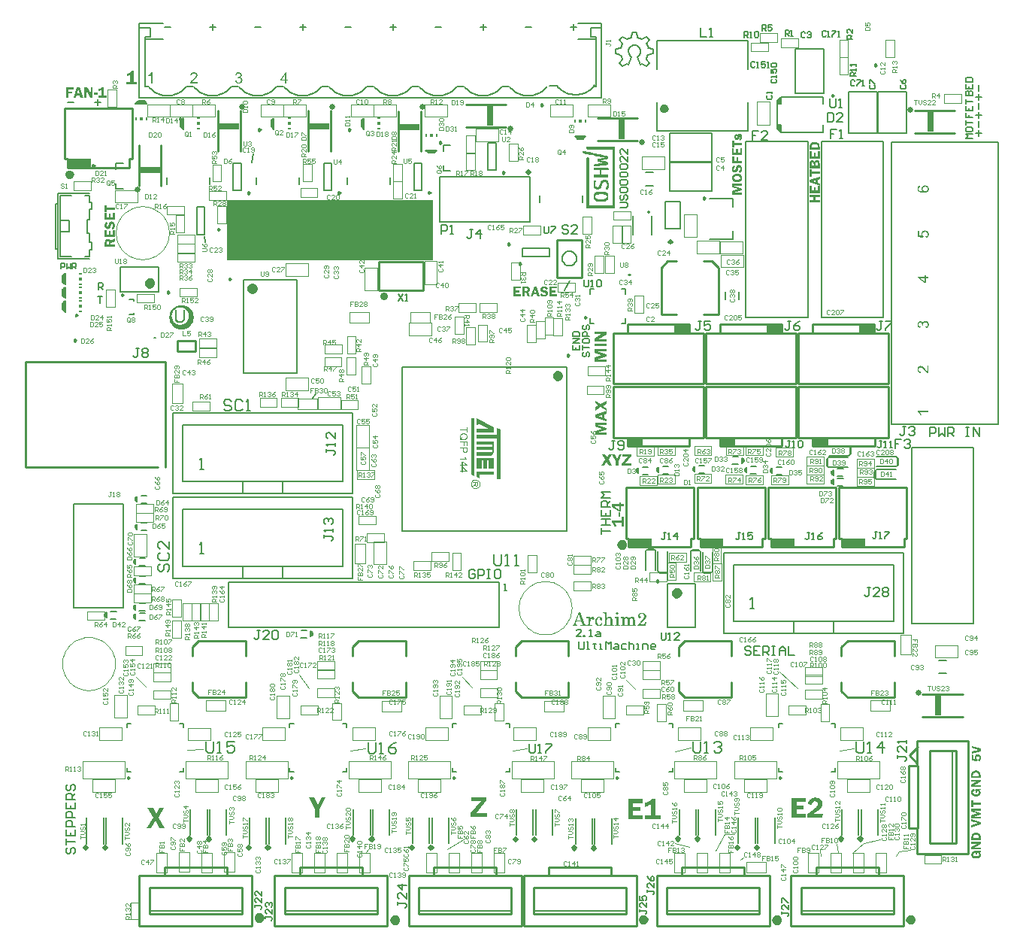
<source format=gto>
G04*
G04 #@! TF.GenerationSoftware,Altium Limited,Altium Designer,18.1.7 (191)*
G04*
G04 Layer_Color=65535*
%FSLAX25Y25*%
%MOIN*%
G70*
G01*
G75*
%ADD10C,0.00984*%
%ADD11C,0.00394*%
%ADD12C,0.00800*%
%ADD13C,0.00100*%
%ADD14C,0.01400*%
%ADD15C,0.01000*%
%ADD16C,0.01200*%
%ADD17C,0.00500*%
%ADD18C,0.02000*%
%ADD19C,0.02400*%
%ADD20C,0.02362*%
%ADD21C,0.00600*%
%ADD22C,0.00984*%
%ADD23C,0.00400*%
%ADD24C,0.02500*%
%ADD25C,0.01378*%
%ADD26C,0.03500*%
%ADD27C,0.00787*%
%ADD28C,0.00200*%
%ADD29C,0.00197*%
%ADD30C,0.00598*%
%ADD31C,0.00700*%
%ADD32R,0.02953X0.08790*%
%ADD33R,0.91831X0.27100*%
%ADD34R,0.01200X0.01190*%
%ADD35R,0.01200X0.00600*%
%ADD36R,0.01200X0.00590*%
%ADD37R,0.01190X0.01200*%
%ADD38R,0.00600X0.01200*%
%ADD39R,0.00590X0.01200*%
%ADD40R,0.08790X0.02953*%
G36*
X-331545Y203752D02*
X-341850D01*
Y207502D01*
X-331545D01*
Y203752D01*
D02*
G37*
G36*
X-289747Y142122D02*
X-288796Y141728D01*
X-287939Y141156D01*
X-287575Y140792D01*
X-287243Y140460D01*
X-286722Y139679D01*
X-286363Y138812D01*
X-286179Y137891D01*
Y137422D01*
Y136896D01*
X-286385Y135865D01*
X-286787Y134894D01*
X-287371Y134019D01*
X-287743Y133648D01*
Y133648D01*
X-287882Y133508D01*
X-288197Y133193D01*
X-288936Y132699D01*
X-289758Y132359D01*
X-290630Y132185D01*
X-291613D01*
X-292669Y132395D01*
X-293664Y132807D01*
X-294559Y133405D01*
X-294939Y133786D01*
X-295261Y134108D01*
X-295766Y134864D01*
X-296114Y135704D01*
X-296291Y136595D01*
Y137050D01*
X-295899Y136657D01*
X-295875Y136634D01*
X-295838Y136578D01*
X-295812Y136516D01*
X-295799Y136451D01*
Y136418D01*
X-295793Y136278D01*
X-295738Y136004D01*
X-295631Y135746D01*
X-295476Y135513D01*
X-295382Y135409D01*
X-295026Y135054D01*
X-294680Y134740D01*
X-293906Y134223D01*
X-293045Y133866D01*
X-292131Y133685D01*
X-291666Y133662D01*
X-291270Y133681D01*
X-290493Y133836D01*
X-289761Y134139D01*
X-289103Y134579D01*
X-288809Y134845D01*
X-288544Y135138D01*
X-288105Y135794D01*
X-287803Y136524D01*
X-287649Y137299D01*
X-287629Y137693D01*
X-287651Y138131D01*
X-287822Y138989D01*
X-288157Y139798D01*
X-288643Y140526D01*
X-288937Y140850D01*
X-288937Y140850D01*
X-291272Y142323D01*
X-290757D01*
X-289747Y142122D01*
D02*
G37*
G36*
X16050Y130402D02*
X9190D01*
Y134152D01*
X16050D01*
Y130402D01*
D02*
G37*
G36*
X-25000D02*
X-31860D01*
Y134152D01*
X-25000D01*
Y130402D01*
D02*
G37*
G36*
X-66050D02*
X-72910D01*
Y134152D01*
X-66050D01*
Y130402D01*
D02*
G37*
G36*
X-152631Y88698D02*
Y86336D01*
X-160569D01*
Y87911D01*
X-155031D01*
X-159781Y90273D01*
Y89485D01*
X-160569D01*
Y92635D01*
X-152631Y88698D01*
D02*
G37*
G36*
X-4590Y80152D02*
X-11450D01*
Y83902D01*
X-4590D01*
Y80152D01*
D02*
G37*
G36*
X-45640D02*
X-52500D01*
Y83902D01*
X-45640D01*
Y80152D01*
D02*
G37*
G36*
X-86690D02*
X-93550D01*
Y83902D01*
X-86690D01*
Y80152D01*
D02*
G37*
G36*
X-152631Y77674D02*
X-153031Y76835D01*
X-153431Y76435D01*
X-154231Y76035D01*
X-160569D01*
Y77674D01*
X-153431D01*
Y78462D01*
X-160569D01*
Y80037D01*
X-153431D01*
Y80824D01*
X-160569D01*
Y82399D01*
X-152631D01*
Y77674D01*
D02*
G37*
G36*
Y70135D02*
X-155031D01*
Y74035D01*
X-155831D01*
Y70135D01*
X-157331D01*
Y74035D01*
X-158207D01*
Y70135D01*
X-160569D01*
Y74835D01*
X-152631D01*
Y70135D01*
D02*
G37*
G36*
X-161356Y67035D02*
X-162931Y67735D01*
Y92635D01*
X-161356D01*
Y67035D01*
D02*
G37*
G36*
X-152631Y67435D02*
X-158994D01*
Y65835D01*
X-160569Y66635D01*
Y68935D01*
X-152631D01*
Y67435D01*
D02*
G37*
G36*
X-149931Y87517D02*
Y65435D01*
X-151431D01*
Y83580D01*
X-160569D01*
Y85155D01*
X-151431D01*
Y88304D01*
X-149931Y87517D01*
D02*
G37*
G36*
X11855Y35552D02*
X1550D01*
Y39302D01*
X11855D01*
Y35552D01*
D02*
G37*
G36*
X-19445D02*
X-29750D01*
Y39302D01*
X-19445D01*
Y35552D01*
D02*
G37*
G36*
X-50945D02*
X-61250D01*
Y39302D01*
X-50945D01*
Y35552D01*
D02*
G37*
G36*
X-82645D02*
X-92950D01*
Y39302D01*
X-82645D01*
Y35552D01*
D02*
G37*
G36*
X-324414Y185923D02*
X-320878D01*
Y184879D01*
X-324414D01*
Y183782D01*
X-325285D01*
Y187013D01*
X-324414D01*
Y185923D01*
D02*
G37*
G36*
X-320878Y180455D02*
X-325285D01*
Y183605D01*
X-324445D01*
Y181502D01*
X-323539D01*
Y183158D01*
X-322710D01*
Y181502D01*
X-321749D01*
Y183605D01*
X-320878D01*
Y180455D01*
D02*
G37*
G36*
X-322214Y179778D02*
X-322172Y179774D01*
X-322120Y179768D01*
X-322061Y179757D01*
X-321995Y179743D01*
X-321919Y179722D01*
X-321843Y179698D01*
X-321759Y179670D01*
X-321673Y179632D01*
X-321586Y179587D01*
X-321499Y179535D01*
X-321412Y179472D01*
X-321326Y179400D01*
X-321242Y179320D01*
X-321239Y179313D01*
X-321225Y179299D01*
X-321201Y179271D01*
X-321176Y179233D01*
X-321142Y179184D01*
X-321104Y179129D01*
X-321065Y179056D01*
X-321027Y178976D01*
X-320986Y178886D01*
X-320947Y178786D01*
X-320909Y178674D01*
X-320878Y178553D01*
X-320850Y178418D01*
X-320826Y178275D01*
X-320812Y178119D01*
X-320809Y177956D01*
Y177925D01*
X-320812Y177890D01*
Y177842D01*
X-320819Y177786D01*
X-320826Y177717D01*
X-320833Y177640D01*
X-320847Y177557D01*
X-320864Y177470D01*
X-320885Y177377D01*
X-320909Y177283D01*
X-320937Y177186D01*
X-320972Y177089D01*
X-321013Y176991D01*
X-321062Y176894D01*
X-321114Y176804D01*
X-321117Y176797D01*
X-321128Y176783D01*
X-321145Y176759D01*
X-321173Y176728D01*
X-321204Y176690D01*
X-321242Y176645D01*
X-321291Y176599D01*
X-321343Y176547D01*
X-321405Y176495D01*
X-321475Y176443D01*
X-321548Y176391D01*
X-321631Y176339D01*
X-321721Y176294D01*
X-321815Y176249D01*
X-321919Y176211D01*
X-322030Y176180D01*
X-322249Y177134D01*
X-322242Y177137D01*
X-322221Y177141D01*
X-322193Y177155D01*
X-322151Y177172D01*
X-322106Y177193D01*
X-322054Y177224D01*
X-321999Y177259D01*
X-321940Y177307D01*
X-321881Y177359D01*
X-321825Y177422D01*
X-321773Y177495D01*
X-321728Y177578D01*
X-321687Y177672D01*
X-321659Y177779D01*
X-321638Y177897D01*
X-321634Y177963D01*
X-321631Y178029D01*
Y178064D01*
X-321634Y178088D01*
Y178116D01*
X-321638Y178150D01*
X-321641Y178189D01*
X-321648Y178227D01*
X-321666Y178314D01*
X-321687Y178400D01*
X-321721Y178484D01*
X-321742Y178522D01*
X-321766Y178557D01*
Y178560D01*
X-321773Y178563D01*
X-321791Y178584D01*
X-321822Y178612D01*
X-321860Y178647D01*
X-321909Y178678D01*
X-321964Y178706D01*
X-322023Y178726D01*
X-322058Y178730D01*
X-322093Y178733D01*
X-322096D01*
X-322099D01*
X-322110D01*
X-322124Y178730D01*
X-322158Y178726D01*
X-322203Y178713D01*
X-322252Y178695D01*
X-322301Y178667D01*
X-322349Y178626D01*
X-322374Y178602D01*
X-322394Y178574D01*
Y178570D01*
X-322398Y178567D01*
X-322405Y178557D01*
X-322412Y178543D01*
X-322422Y178522D01*
X-322432Y178501D01*
X-322446Y178470D01*
X-322460Y178438D01*
X-322474Y178400D01*
X-322492Y178355D01*
X-322509Y178303D01*
X-322526Y178248D01*
X-322544Y178189D01*
X-322561Y178119D01*
X-322578Y178043D01*
X-322596Y177963D01*
Y177960D01*
X-322599Y177953D01*
Y177942D01*
X-322603Y177925D01*
X-322609Y177908D01*
X-322613Y177883D01*
X-322620Y177856D01*
X-322627Y177828D01*
X-322644Y177758D01*
X-322665Y177679D01*
X-322693Y177592D01*
X-322721Y177498D01*
X-322752Y177401D01*
X-322786Y177300D01*
X-322828Y177203D01*
X-322870Y177102D01*
X-322915Y177009D01*
X-322963Y176919D01*
X-323015Y176839D01*
X-323071Y176766D01*
X-323075Y176762D01*
X-323085Y176752D01*
X-323102Y176735D01*
X-323127Y176710D01*
X-323158Y176683D01*
X-323196Y176651D01*
X-323241Y176620D01*
X-323293Y176589D01*
X-323352Y176554D01*
X-323418Y176523D01*
X-323491Y176492D01*
X-323571Y176464D01*
X-323657Y176443D01*
X-323748Y176422D01*
X-323848Y176412D01*
X-323952Y176409D01*
X-323959D01*
X-323980D01*
X-324008Y176412D01*
X-324049Y176416D01*
X-324102Y176422D01*
X-324161Y176433D01*
X-324226Y176443D01*
X-324299Y176461D01*
X-324376Y176485D01*
X-324455Y176513D01*
X-324535Y176547D01*
X-324619Y176589D01*
X-324705Y176638D01*
X-324785Y176693D01*
X-324868Y176759D01*
X-324945Y176835D01*
X-324948Y176839D01*
X-324962Y176856D01*
X-324983Y176880D01*
X-325007Y176915D01*
X-325039Y176957D01*
X-325073Y177009D01*
X-325111Y177071D01*
X-325149Y177141D01*
X-325184Y177220D01*
X-325222Y177307D01*
X-325257Y177401D01*
X-325288Y177505D01*
X-325313Y177616D01*
X-325333Y177734D01*
X-325347Y177863D01*
X-325351Y177994D01*
Y178025D01*
X-325347Y178050D01*
Y178081D01*
X-325344Y178116D01*
X-325340Y178157D01*
X-325333Y178202D01*
X-325326Y178255D01*
X-325320Y178307D01*
X-325309Y178366D01*
X-325295Y178425D01*
X-325264Y178553D01*
X-325222Y178688D01*
X-325167Y178831D01*
X-325132Y178900D01*
X-325097Y178973D01*
X-325059Y179042D01*
X-325014Y179112D01*
X-324966Y179181D01*
X-324914Y179247D01*
X-324855Y179309D01*
X-324796Y179372D01*
X-324726Y179431D01*
X-324657Y179486D01*
X-324577Y179535D01*
X-324497Y179584D01*
X-324407Y179625D01*
X-324313Y179663D01*
X-324022Y178786D01*
X-324029Y178782D01*
X-324043Y178775D01*
X-324070Y178765D01*
X-324102Y178747D01*
X-324143Y178726D01*
X-324185Y178699D01*
X-324233Y178664D01*
X-324282Y178622D01*
X-324331Y178577D01*
X-324379Y178522D01*
X-324421Y178459D01*
X-324463Y178393D01*
X-324494Y178314D01*
X-324521Y178230D01*
X-324535Y178137D01*
X-324542Y178033D01*
Y178005D01*
X-324539Y177977D01*
X-324535Y177939D01*
X-324532Y177890D01*
X-324521Y177838D01*
X-324508Y177783D01*
X-324494Y177727D01*
X-324473Y177672D01*
X-324445Y177616D01*
X-324414Y177564D01*
X-324376Y177519D01*
X-324327Y177477D01*
X-324275Y177450D01*
X-324213Y177429D01*
X-324178Y177425D01*
X-324143Y177422D01*
X-324136D01*
X-324119Y177425D01*
X-324088Y177429D01*
X-324053Y177436D01*
X-324008Y177450D01*
X-323966Y177470D01*
X-323921Y177495D01*
X-323876Y177533D01*
X-323873Y177540D01*
X-323866Y177547D01*
X-323859Y177557D01*
X-323848Y177571D01*
X-323838Y177592D01*
X-323824Y177613D01*
X-323810Y177640D01*
X-323796Y177672D01*
X-323782Y177710D01*
X-323765Y177751D01*
X-323748Y177800D01*
X-323734Y177856D01*
X-323716Y177915D01*
X-323699Y177980D01*
X-323685Y178053D01*
Y178060D01*
X-323682Y178071D01*
X-323678Y178085D01*
X-323671Y178119D01*
X-323661Y178164D01*
X-323651Y178220D01*
X-323633Y178282D01*
X-323616Y178352D01*
X-323598Y178428D01*
X-323578Y178508D01*
X-323557Y178591D01*
X-323508Y178754D01*
X-323484Y178831D01*
X-323460Y178907D01*
X-323435Y178976D01*
X-323408Y179039D01*
Y179042D01*
X-323401Y179053D01*
X-323394Y179070D01*
X-323380Y179091D01*
X-323366Y179119D01*
X-323349Y179150D01*
X-323324Y179184D01*
X-323300Y179223D01*
X-323269Y179261D01*
X-323238Y179306D01*
X-323199Y179348D01*
X-323161Y179393D01*
X-323116Y179438D01*
X-323067Y179483D01*
X-323015Y179525D01*
X-322960Y179566D01*
X-322956Y179570D01*
X-322946Y179577D01*
X-322929Y179587D01*
X-322908Y179601D01*
X-322877Y179615D01*
X-322842Y179636D01*
X-322804Y179653D01*
X-322759Y179674D01*
X-322710Y179695D01*
X-322658Y179712D01*
X-322603Y179733D01*
X-322540Y179747D01*
X-322478Y179761D01*
X-322412Y179771D01*
X-322342Y179778D01*
X-322273Y179781D01*
X-322266D01*
X-322245D01*
X-322214Y179778D01*
D02*
G37*
G36*
X-320878Y172848D02*
X-325285D01*
Y175999D01*
X-324445D01*
Y173896D01*
X-323539D01*
Y175551D01*
X-322710D01*
Y173896D01*
X-321749D01*
Y175999D01*
X-320878D01*
Y172848D01*
D02*
G37*
G36*
Y170961D02*
X-322623Y170281D01*
Y169545D01*
X-320878D01*
Y168504D01*
X-325285D01*
Y170489D01*
X-325281Y170527D01*
Y170572D01*
X-325278Y170624D01*
X-325274Y170683D01*
X-325271Y170746D01*
X-325264Y170815D01*
X-325254Y170884D01*
X-325233Y171027D01*
X-325202Y171169D01*
X-325181Y171235D01*
X-325160Y171297D01*
Y171301D01*
X-325153Y171311D01*
X-325146Y171328D01*
X-325136Y171353D01*
X-325122Y171380D01*
X-325104Y171412D01*
X-325080Y171446D01*
X-325056Y171488D01*
X-325028Y171530D01*
X-324993Y171571D01*
X-324955Y171616D01*
X-324914Y171662D01*
X-324868Y171707D01*
X-324816Y171752D01*
X-324761Y171793D01*
X-324702Y171835D01*
X-324698Y171838D01*
X-324688Y171845D01*
X-324667Y171856D01*
X-324643Y171870D01*
X-324612Y171884D01*
X-324573Y171905D01*
X-324532Y171922D01*
X-324483Y171943D01*
X-324431Y171964D01*
X-324376Y171981D01*
X-324313Y172002D01*
X-324251Y172016D01*
X-324181Y172029D01*
X-324112Y172040D01*
X-324039Y172047D01*
X-323963Y172050D01*
X-323959D01*
X-323952D01*
X-323942D01*
X-323928D01*
X-323911Y172047D01*
X-323886D01*
X-323834Y172040D01*
X-323768Y172026D01*
X-323692Y172009D01*
X-323612Y171988D01*
X-323522Y171957D01*
X-323428Y171915D01*
X-323335Y171863D01*
X-323241Y171804D01*
X-323147Y171728D01*
X-323099Y171686D01*
X-323057Y171641D01*
X-323012Y171592D01*
X-322970Y171540D01*
X-322929Y171481D01*
X-322891Y171422D01*
X-322856Y171356D01*
X-322821Y171287D01*
X-320878Y172099D01*
Y170961D01*
D02*
G37*
G36*
X-130432Y151024D02*
X-130401D01*
X-130366Y151021D01*
X-130324Y151017D01*
X-130279Y151011D01*
X-130227Y151004D01*
X-130175Y150997D01*
X-130116Y150986D01*
X-130057Y150972D01*
X-129929Y150941D01*
X-129793Y150900D01*
X-129651Y150844D01*
X-129582Y150809D01*
X-129509Y150775D01*
X-129439Y150736D01*
X-129370Y150691D01*
X-129301Y150643D01*
X-129235Y150591D01*
X-129172Y150532D01*
X-129110Y150473D01*
X-129051Y150403D01*
X-128995Y150334D01*
X-128947Y150254D01*
X-128898Y150174D01*
X-128856Y150084D01*
X-128818Y149990D01*
X-129696Y149699D01*
X-129700Y149706D01*
X-129707Y149720D01*
X-129717Y149748D01*
X-129734Y149779D01*
X-129755Y149820D01*
X-129783Y149862D01*
X-129818Y149911D01*
X-129859Y149959D01*
X-129904Y150008D01*
X-129960Y150056D01*
X-130022Y150098D01*
X-130088Y150140D01*
X-130168Y150171D01*
X-130251Y150199D01*
X-130345Y150213D01*
X-130449Y150219D01*
X-130477D01*
X-130505Y150216D01*
X-130543Y150213D01*
X-130591Y150209D01*
X-130643Y150199D01*
X-130699Y150185D01*
X-130754Y150171D01*
X-130810Y150150D01*
X-130866Y150122D01*
X-130918Y150091D01*
X-130963Y150053D01*
X-131004Y150004D01*
X-131032Y149952D01*
X-131053Y149890D01*
X-131056Y149855D01*
X-131060Y149820D01*
Y149813D01*
X-131056Y149796D01*
X-131053Y149765D01*
X-131046Y149730D01*
X-131032Y149685D01*
X-131011Y149643D01*
X-130987Y149598D01*
X-130949Y149553D01*
X-130942Y149550D01*
X-130935Y149543D01*
X-130925Y149536D01*
X-130911Y149525D01*
X-130890Y149515D01*
X-130869Y149501D01*
X-130841Y149487D01*
X-130810Y149473D01*
X-130772Y149460D01*
X-130730Y149442D01*
X-130682Y149425D01*
X-130626Y149411D01*
X-130567Y149394D01*
X-130501Y149376D01*
X-130428Y149362D01*
X-130421D01*
X-130411Y149359D01*
X-130397Y149355D01*
X-130362Y149348D01*
X-130317Y149338D01*
X-130262Y149328D01*
X-130199Y149310D01*
X-130130Y149293D01*
X-130054Y149276D01*
X-129974Y149255D01*
X-129891Y149234D01*
X-129727Y149185D01*
X-129651Y149161D01*
X-129575Y149137D01*
X-129505Y149112D01*
X-129443Y149085D01*
X-129439D01*
X-129429Y149078D01*
X-129412Y149071D01*
X-129391Y149057D01*
X-129363Y149043D01*
X-129332Y149026D01*
X-129297Y149002D01*
X-129259Y148977D01*
X-129221Y148946D01*
X-129176Y148915D01*
X-129134Y148877D01*
X-129089Y148838D01*
X-129044Y148793D01*
X-128999Y148745D01*
X-128957Y148693D01*
X-128915Y148637D01*
X-128912Y148634D01*
X-128905Y148623D01*
X-128895Y148606D01*
X-128881Y148585D01*
X-128867Y148554D01*
X-128846Y148519D01*
X-128829Y148481D01*
X-128808Y148436D01*
X-128787Y148387D01*
X-128770Y148335D01*
X-128749Y148280D01*
X-128735Y148217D01*
X-128721Y148155D01*
X-128711Y148089D01*
X-128704Y148020D01*
X-128700Y147950D01*
Y147943D01*
Y147922D01*
X-128704Y147891D01*
X-128707Y147849D01*
X-128714Y147797D01*
X-128725Y147738D01*
X-128738Y147672D01*
X-128759Y147596D01*
X-128784Y147520D01*
X-128811Y147436D01*
X-128849Y147350D01*
X-128895Y147263D01*
X-128947Y147176D01*
X-129009Y147090D01*
X-129082Y147003D01*
X-129162Y146920D01*
X-129169Y146916D01*
X-129183Y146902D01*
X-129210Y146878D01*
X-129249Y146853D01*
X-129297Y146819D01*
X-129353Y146781D01*
X-129426Y146742D01*
X-129505Y146704D01*
X-129596Y146663D01*
X-129696Y146625D01*
X-129807Y146586D01*
X-129929Y146555D01*
X-130064Y146527D01*
X-130206Y146503D01*
X-130362Y146489D01*
X-130526Y146486D01*
X-130557D01*
X-130591Y146489D01*
X-130640D01*
X-130696Y146496D01*
X-130765Y146503D01*
X-130841Y146510D01*
X-130925Y146524D01*
X-131011Y146541D01*
X-131105Y146562D01*
X-131199Y146586D01*
X-131296Y146614D01*
X-131393Y146649D01*
X-131490Y146690D01*
X-131587Y146739D01*
X-131678Y146791D01*
X-131685Y146795D01*
X-131698Y146805D01*
X-131723Y146822D01*
X-131754Y146850D01*
X-131792Y146881D01*
X-131837Y146920D01*
X-131882Y146968D01*
X-131934Y147020D01*
X-131986Y147083D01*
X-132038Y147152D01*
X-132090Y147225D01*
X-132142Y147308D01*
X-132188Y147398D01*
X-132233Y147492D01*
X-132271Y147596D01*
X-132302Y147707D01*
X-131348Y147926D01*
X-131344Y147919D01*
X-131341Y147898D01*
X-131327Y147870D01*
X-131310Y147829D01*
X-131289Y147784D01*
X-131258Y147731D01*
X-131223Y147676D01*
X-131174Y147617D01*
X-131122Y147558D01*
X-131060Y147502D01*
X-130987Y147450D01*
X-130904Y147405D01*
X-130810Y147364D01*
X-130702Y147336D01*
X-130585Y147315D01*
X-130519Y147312D01*
X-130453Y147308D01*
X-130418D01*
X-130394Y147312D01*
X-130366D01*
X-130331Y147315D01*
X-130293Y147318D01*
X-130255Y147326D01*
X-130168Y147343D01*
X-130081Y147364D01*
X-129998Y147398D01*
X-129960Y147419D01*
X-129925Y147443D01*
X-129922D01*
X-129918Y147450D01*
X-129897Y147468D01*
X-129870Y147499D01*
X-129835Y147537D01*
X-129804Y147586D01*
X-129776Y147641D01*
X-129755Y147700D01*
X-129752Y147735D01*
X-129748Y147770D01*
Y147773D01*
Y147777D01*
Y147787D01*
X-129752Y147801D01*
X-129755Y147836D01*
X-129769Y147881D01*
X-129786Y147929D01*
X-129814Y147978D01*
X-129856Y148026D01*
X-129880Y148051D01*
X-129908Y148072D01*
X-129911D01*
X-129915Y148075D01*
X-129925Y148082D01*
X-129939Y148089D01*
X-129960Y148099D01*
X-129981Y148110D01*
X-130012Y148124D01*
X-130043Y148137D01*
X-130081Y148151D01*
X-130127Y148169D01*
X-130178Y148186D01*
X-130234Y148203D01*
X-130293Y148221D01*
X-130362Y148238D01*
X-130439Y148255D01*
X-130519Y148273D01*
X-130522D01*
X-130529Y148276D01*
X-130539D01*
X-130557Y148280D01*
X-130574Y148287D01*
X-130598Y148290D01*
X-130626Y148297D01*
X-130654Y148304D01*
X-130723Y148321D01*
X-130803Y148342D01*
X-130890Y148370D01*
X-130984Y148398D01*
X-131081Y148429D01*
X-131181Y148464D01*
X-131279Y148505D01*
X-131379Y148547D01*
X-131473Y148592D01*
X-131563Y148641D01*
X-131643Y148693D01*
X-131716Y148748D01*
X-131719Y148752D01*
X-131730Y148762D01*
X-131747Y148779D01*
X-131771Y148804D01*
X-131799Y148835D01*
X-131830Y148873D01*
X-131861Y148918D01*
X-131893Y148970D01*
X-131927Y149029D01*
X-131959Y149095D01*
X-131990Y149168D01*
X-132018Y149248D01*
X-132038Y149335D01*
X-132059Y149425D01*
X-132070Y149525D01*
X-132073Y149629D01*
Y149636D01*
Y149657D01*
X-132070Y149685D01*
X-132066Y149727D01*
X-132059Y149779D01*
X-132049Y149838D01*
X-132038Y149904D01*
X-132021Y149977D01*
X-131997Y150053D01*
X-131969Y150133D01*
X-131934Y150213D01*
X-131893Y150296D01*
X-131844Y150382D01*
X-131789Y150462D01*
X-131723Y150546D01*
X-131646Y150622D01*
X-131643Y150625D01*
X-131625Y150639D01*
X-131601Y150660D01*
X-131567Y150684D01*
X-131525Y150716D01*
X-131473Y150750D01*
X-131410Y150788D01*
X-131341Y150827D01*
X-131261Y150861D01*
X-131174Y150900D01*
X-131081Y150934D01*
X-130977Y150965D01*
X-130866Y150990D01*
X-130748Y151011D01*
X-130619Y151024D01*
X-130487Y151028D01*
X-130456D01*
X-130432Y151024D01*
D02*
G37*
G36*
X-124876Y150122D02*
X-126979D01*
Y149217D01*
X-125324D01*
Y148387D01*
X-126979D01*
Y147426D01*
X-124876D01*
Y146555D01*
X-128027D01*
Y150962D01*
X-124876D01*
Y150122D01*
D02*
G37*
G36*
X-132337Y146555D02*
X-133447D01*
X-133721Y147464D01*
X-135144D01*
X-135422Y146555D01*
X-136324D01*
X-134915Y150962D01*
X-133714D01*
X-132337Y146555D01*
D02*
G37*
G36*
X-138205Y150959D02*
X-138160D01*
X-138108Y150955D01*
X-138049Y150952D01*
X-137986Y150948D01*
X-137917Y150941D01*
X-137847Y150931D01*
X-137705Y150910D01*
X-137563Y150879D01*
X-137497Y150858D01*
X-137434Y150837D01*
X-137431D01*
X-137420Y150830D01*
X-137403Y150823D01*
X-137379Y150813D01*
X-137351Y150799D01*
X-137320Y150782D01*
X-137285Y150757D01*
X-137243Y150733D01*
X-137202Y150705D01*
X-137160Y150671D01*
X-137115Y150632D01*
X-137070Y150591D01*
X-137025Y150546D01*
X-136980Y150494D01*
X-136938Y150438D01*
X-136896Y150379D01*
X-136893Y150376D01*
X-136886Y150365D01*
X-136876Y150344D01*
X-136862Y150320D01*
X-136848Y150289D01*
X-136827Y150251D01*
X-136810Y150209D01*
X-136789Y150160D01*
X-136768Y150108D01*
X-136751Y150053D01*
X-136730Y149990D01*
X-136716Y149928D01*
X-136702Y149859D01*
X-136692Y149789D01*
X-136685Y149716D01*
X-136681Y149640D01*
Y149636D01*
Y149629D01*
Y149619D01*
Y149605D01*
X-136685Y149588D01*
Y149564D01*
X-136692Y149512D01*
X-136706Y149446D01*
X-136723Y149369D01*
X-136744Y149290D01*
X-136775Y149199D01*
X-136817Y149106D01*
X-136869Y149012D01*
X-136928Y148918D01*
X-137004Y148825D01*
X-137046Y148776D01*
X-137091Y148734D01*
X-137139Y148689D01*
X-137191Y148647D01*
X-137250Y148606D01*
X-137309Y148568D01*
X-137375Y148533D01*
X-137445Y148498D01*
X-136633Y146555D01*
X-137771D01*
X-138451Y148301D01*
X-139187D01*
Y146555D01*
X-140228D01*
Y150962D01*
X-138243D01*
X-138205Y150959D01*
D02*
G37*
G36*
X-140845Y150122D02*
X-142948D01*
Y149217D01*
X-141293D01*
Y148387D01*
X-142948D01*
Y147426D01*
X-140845D01*
Y146555D01*
X-143996D01*
Y150962D01*
X-140845D01*
Y150122D01*
D02*
G37*
G36*
X-98047Y6698D02*
X-98010Y6694D01*
X-97960Y6684D01*
X-97900Y6661D01*
X-97835Y6634D01*
X-97770Y6597D01*
X-97710Y6541D01*
X-97701Y6532D01*
X-97682Y6513D01*
X-97659Y6481D01*
X-97627Y6435D01*
X-97599Y6379D01*
X-97571Y6315D01*
X-97553Y6245D01*
X-97548Y6167D01*
Y6158D01*
Y6130D01*
X-97558Y6093D01*
X-97567Y6042D01*
X-97585Y5982D01*
X-97613Y5922D01*
X-97655Y5857D01*
X-97706Y5797D01*
X-97715Y5793D01*
X-97733Y5774D01*
X-97766Y5751D01*
X-97812Y5723D01*
X-97867Y5691D01*
X-97927Y5668D01*
X-98001Y5649D01*
X-98080Y5645D01*
X-98089D01*
X-98117Y5649D01*
X-98158Y5654D01*
X-98209Y5663D01*
X-98269Y5682D01*
X-98334Y5709D01*
X-98399Y5746D01*
X-98459Y5797D01*
X-98463Y5807D01*
X-98482Y5825D01*
X-98505Y5857D01*
X-98532Y5903D01*
X-98565Y5959D01*
X-98588Y6024D01*
X-98606Y6093D01*
X-98611Y6171D01*
Y6176D01*
Y6181D01*
X-98606Y6208D01*
X-98602Y6245D01*
X-98593Y6296D01*
X-98574Y6356D01*
X-98546Y6416D01*
X-98505Y6481D01*
X-98454Y6541D01*
X-98445Y6550D01*
X-98426Y6569D01*
X-98394Y6592D01*
X-98348Y6624D01*
X-98292Y6652D01*
X-98232Y6680D01*
X-98163Y6698D01*
X-98084Y6703D01*
X-98075D01*
X-98047Y6698D01*
D02*
G37*
G36*
X-110138Y3048D02*
X-110133Y3071D01*
X-110129Y3108D01*
X-110124Y3155D01*
X-110115Y3215D01*
X-110106Y3279D01*
X-110092Y3358D01*
X-110073Y3436D01*
X-110050Y3524D01*
X-110027Y3612D01*
X-109995Y3704D01*
X-109962Y3797D01*
X-109921Y3889D01*
X-109875Y3977D01*
X-109824Y4060D01*
X-109768Y4139D01*
X-109764Y4143D01*
X-109755Y4157D01*
X-109736Y4176D01*
X-109708Y4203D01*
X-109680Y4231D01*
X-109639Y4268D01*
X-109597Y4305D01*
X-109547Y4342D01*
X-109491Y4379D01*
X-109426Y4416D01*
X-109362Y4453D01*
X-109292Y4481D01*
X-109214Y4508D01*
X-109135Y4527D01*
X-109048Y4541D01*
X-108960Y4545D01*
X-108928D01*
X-108904Y4541D01*
X-108877D01*
X-108844Y4536D01*
X-108766Y4518D01*
X-108678Y4494D01*
X-108590Y4457D01*
X-108502Y4402D01*
X-108461Y4370D01*
X-108419Y4333D01*
X-108415D01*
X-108410Y4324D01*
X-108401Y4310D01*
X-108387Y4296D01*
X-108355Y4250D01*
X-108313Y4185D01*
X-108276Y4106D01*
X-108244Y4014D01*
X-108221Y3903D01*
X-108211Y3848D01*
Y3783D01*
Y3778D01*
Y3769D01*
Y3755D01*
Y3737D01*
X-108221Y3686D01*
X-108230Y3621D01*
X-108248Y3552D01*
X-108272Y3473D01*
X-108308Y3404D01*
X-108359Y3335D01*
X-108364Y3330D01*
X-108387Y3312D01*
X-108415Y3284D01*
X-108456Y3256D01*
X-108512Y3224D01*
X-108572Y3201D01*
X-108646Y3182D01*
X-108724Y3173D01*
X-108733D01*
X-108761Y3178D01*
X-108798Y3182D01*
X-108849Y3192D01*
X-108904Y3210D01*
X-108960Y3233D01*
X-109020Y3270D01*
X-109071Y3316D01*
X-109075Y3321D01*
X-109089Y3344D01*
X-109112Y3376D01*
X-109135Y3418D01*
X-109159Y3473D01*
X-109182Y3538D01*
X-109195Y3612D01*
X-109200Y3695D01*
Y3704D01*
Y3723D01*
X-109195Y3751D01*
X-109191Y3792D01*
X-109177Y3838D01*
X-109163Y3894D01*
X-109140Y3949D01*
X-109112Y4009D01*
Y4014D01*
X-109108Y4019D01*
X-109094Y4042D01*
X-109131Y4037D01*
X-109177Y4023D01*
X-109237Y4000D01*
X-109316Y3963D01*
X-109413Y3917D01*
X-109523Y3852D01*
Y3848D01*
X-109528Y3843D01*
X-109537Y3829D01*
X-109547Y3811D01*
X-109560Y3788D01*
X-109574Y3755D01*
X-109588Y3723D01*
X-109607Y3681D01*
X-109630Y3640D01*
X-109653Y3589D01*
X-109676Y3534D01*
X-109699Y3473D01*
X-109722Y3409D01*
X-109750Y3335D01*
X-109778Y3261D01*
X-109805Y3178D01*
X-109810Y3168D01*
X-109815Y3145D01*
X-109828Y3108D01*
X-109842Y3062D01*
X-109861Y3002D01*
X-109879Y2933D01*
X-109898Y2854D01*
X-109921Y2771D01*
X-109944Y2683D01*
X-109962Y2591D01*
X-109999Y2406D01*
X-110027Y2221D01*
X-110032Y2134D01*
X-110036Y2050D01*
Y1251D01*
Y1247D01*
Y1237D01*
X-110032Y1219D01*
X-110027Y1196D01*
X-110009Y1150D01*
X-109995Y1127D01*
X-109972Y1103D01*
X-109967D01*
X-109958Y1094D01*
X-109939Y1089D01*
X-109912Y1080D01*
X-109875Y1071D01*
X-109828Y1062D01*
X-109768Y1057D01*
X-109699Y1053D01*
X-109140D01*
Y591D01*
X-111621D01*
Y1053D01*
X-111141D01*
X-111113Y1057D01*
X-111080D01*
X-111006Y1076D01*
X-110969Y1085D01*
X-110942Y1103D01*
X-110937Y1108D01*
X-110933Y1113D01*
X-110905Y1136D01*
X-110882Y1177D01*
X-110877Y1200D01*
X-110872Y1223D01*
Y3593D01*
Y3598D01*
Y3603D01*
Y3630D01*
X-110877Y3672D01*
X-110886Y3723D01*
X-110896Y3778D01*
X-110914Y3834D01*
X-110937Y3889D01*
X-110969Y3931D01*
X-110974Y3935D01*
X-110988Y3945D01*
X-111006Y3963D01*
X-111039Y3982D01*
X-111076Y4000D01*
X-111122Y4019D01*
X-111177Y4028D01*
X-111238Y4033D01*
X-111644D01*
Y4467D01*
X-110138Y4550D01*
Y3048D01*
D02*
G37*
G36*
X-105929Y4582D02*
X-105878Y4578D01*
X-105823Y4568D01*
X-105758Y4559D01*
X-105689Y4545D01*
X-105615Y4527D01*
X-105536Y4508D01*
X-105458Y4481D01*
X-105375Y4448D01*
X-105296Y4411D01*
X-105218Y4365D01*
X-105139Y4319D01*
X-105065Y4259D01*
X-105061Y4254D01*
X-105047Y4245D01*
X-105028Y4227D01*
X-105005Y4203D01*
X-104973Y4171D01*
X-104940Y4134D01*
X-104908Y4092D01*
X-104871Y4046D01*
X-104834Y3996D01*
X-104802Y3940D01*
X-104737Y3815D01*
X-104714Y3751D01*
X-104696Y3681D01*
X-104682Y3607D01*
X-104677Y3534D01*
Y3529D01*
Y3524D01*
Y3510D01*
Y3492D01*
X-104686Y3441D01*
X-104696Y3381D01*
X-104714Y3316D01*
X-104742Y3242D01*
X-104783Y3173D01*
X-104834Y3104D01*
X-104843Y3095D01*
X-104862Y3076D01*
X-104894Y3053D01*
X-104940Y3021D01*
X-104996Y2988D01*
X-105061Y2965D01*
X-105134Y2947D01*
X-105213Y2937D01*
X-105222D01*
X-105250Y2942D01*
X-105287Y2947D01*
X-105338Y2956D01*
X-105393Y2974D01*
X-105453Y2998D01*
X-105513Y3035D01*
X-105573Y3081D01*
X-105578Y3085D01*
X-105596Y3108D01*
X-105620Y3141D01*
X-105643Y3182D01*
X-105670Y3233D01*
X-105693Y3293D01*
X-105712Y3363D01*
X-105717Y3441D01*
Y3446D01*
Y3450D01*
X-105712Y3473D01*
X-105707Y3515D01*
X-105698Y3566D01*
X-105680Y3621D01*
X-105652Y3686D01*
X-105615Y3755D01*
X-105564Y3824D01*
Y3829D01*
X-105555Y3834D01*
X-105541Y3852D01*
X-105527Y3875D01*
X-105518Y3889D01*
Y3894D01*
Y3903D01*
X-105523Y3917D01*
X-105532Y3935D01*
X-105550Y3963D01*
X-105573Y3991D01*
X-105606Y4019D01*
X-105647Y4051D01*
X-105652Y4056D01*
X-105670Y4065D01*
X-105703Y4079D01*
X-105740Y4097D01*
X-105795Y4116D01*
X-105855Y4129D01*
X-105929Y4139D01*
X-106012Y4143D01*
X-106054D01*
X-106086Y4139D01*
X-106123Y4134D01*
X-106169Y4125D01*
X-106216Y4116D01*
X-106271Y4097D01*
X-106326Y4079D01*
X-106386Y4056D01*
X-106447Y4028D01*
X-106511Y3996D01*
X-106571Y3954D01*
X-106631Y3903D01*
X-106691Y3852D01*
X-106747Y3788D01*
X-106752Y3783D01*
X-106761Y3765D01*
X-106775Y3741D01*
X-106788Y3704D01*
X-106811Y3658D01*
X-106835Y3603D01*
X-106858Y3534D01*
X-106885Y3460D01*
X-106913Y3376D01*
X-106936Y3279D01*
X-106959Y3178D01*
X-106983Y3062D01*
X-106996Y2942D01*
X-107010Y2808D01*
X-107019Y2670D01*
X-107024Y2522D01*
Y2513D01*
Y2489D01*
Y2448D01*
X-107019Y2397D01*
X-107015Y2332D01*
X-107010Y2258D01*
X-107001Y2175D01*
X-106987Y2087D01*
X-106950Y1903D01*
X-106927Y1806D01*
X-106899Y1709D01*
X-106867Y1616D01*
X-106825Y1528D01*
X-106779Y1445D01*
X-106728Y1367D01*
X-106724Y1362D01*
X-106714Y1348D01*
X-106696Y1330D01*
X-106673Y1307D01*
X-106645Y1279D01*
X-106613Y1247D01*
X-106571Y1210D01*
X-106525Y1177D01*
X-106474Y1140D01*
X-106414Y1103D01*
X-106354Y1071D01*
X-106290Y1043D01*
X-106216Y1020D01*
X-106142Y1002D01*
X-106063Y988D01*
X-105980Y983D01*
X-105952D01*
X-105920Y988D01*
X-105878Y997D01*
X-105823Y1011D01*
X-105763Y1029D01*
X-105698Y1057D01*
X-105624Y1094D01*
X-105550Y1140D01*
X-105472Y1196D01*
X-105393Y1270D01*
X-105310Y1353D01*
X-105231Y1455D01*
X-105158Y1570D01*
X-105121Y1635D01*
X-105084Y1709D01*
X-105051Y1782D01*
X-105019Y1861D01*
X-104626Y1755D01*
Y1750D01*
X-104631Y1741D01*
X-104636Y1722D01*
X-104645Y1699D01*
X-104654Y1672D01*
X-104663Y1639D01*
X-104677Y1598D01*
X-104696Y1556D01*
X-104737Y1459D01*
X-104793Y1353D01*
X-104857Y1237D01*
X-104931Y1117D01*
X-105024Y997D01*
X-105125Y882D01*
X-105245Y775D01*
X-105379Y678D01*
X-105453Y637D01*
X-105527Y600D01*
X-105610Y563D01*
X-105693Y535D01*
X-105781Y512D01*
X-105878Y494D01*
X-105975Y484D01*
X-106077Y480D01*
X-106114D01*
X-106156Y484D01*
X-106211Y489D01*
X-106280Y498D01*
X-106363Y507D01*
X-106451Y526D01*
X-106548Y549D01*
X-106650Y577D01*
X-106761Y609D01*
X-106872Y655D01*
X-106983Y706D01*
X-107093Y766D01*
X-107200Y840D01*
X-107306Y923D01*
X-107407Y1016D01*
X-107412Y1020D01*
X-107431Y1039D01*
X-107454Y1071D01*
X-107486Y1113D01*
X-107528Y1168D01*
X-107569Y1233D01*
X-107615Y1307D01*
X-107662Y1394D01*
X-107712Y1491D01*
X-107759Y1598D01*
X-107800Y1713D01*
X-107842Y1838D01*
X-107874Y1977D01*
X-107897Y2120D01*
X-107916Y2272D01*
X-107920Y2434D01*
Y2439D01*
Y2448D01*
Y2462D01*
Y2480D01*
Y2503D01*
X-107916Y2531D01*
X-107911Y2600D01*
X-107902Y2688D01*
X-107893Y2785D01*
X-107874Y2896D01*
X-107851Y3016D01*
X-107819Y3141D01*
X-107782Y3270D01*
X-107736Y3399D01*
X-107680Y3534D01*
X-107620Y3663D01*
X-107542Y3788D01*
X-107454Y3908D01*
X-107357Y4019D01*
X-107352Y4023D01*
X-107329Y4042D01*
X-107301Y4069D01*
X-107255Y4106D01*
X-107204Y4153D01*
X-107140Y4199D01*
X-107061Y4250D01*
X-106978Y4305D01*
X-106885Y4356D01*
X-106784Y4407D01*
X-106673Y4457D01*
X-106557Y4499D01*
X-106433Y4536D01*
X-106303Y4564D01*
X-106169Y4582D01*
X-106026Y4587D01*
X-105971D01*
X-105929Y4582D01*
D02*
G37*
G36*
X-86918Y6366D02*
X-86872D01*
X-86821Y6361D01*
X-86761Y6352D01*
X-86696Y6342D01*
X-86627Y6333D01*
X-86553Y6319D01*
X-86400Y6278D01*
X-86234Y6227D01*
X-86155Y6190D01*
X-86072Y6153D01*
X-86068Y6148D01*
X-86054Y6144D01*
X-86031Y6130D01*
X-86003Y6112D01*
X-85966Y6093D01*
X-85925Y6065D01*
X-85827Y6001D01*
X-85721Y5917D01*
X-85615Y5820D01*
X-85513Y5705D01*
X-85462Y5645D01*
X-85421Y5580D01*
X-85416Y5576D01*
X-85412Y5566D01*
X-85402Y5543D01*
X-85384Y5520D01*
X-85370Y5483D01*
X-85352Y5446D01*
X-85329Y5400D01*
X-85310Y5349D01*
X-85287Y5294D01*
X-85268Y5234D01*
X-85232Y5104D01*
X-85208Y4961D01*
X-85204Y4887D01*
X-85199Y4809D01*
Y4804D01*
Y4795D01*
Y4781D01*
Y4758D01*
X-85204Y4730D01*
Y4702D01*
X-85213Y4628D01*
X-85227Y4536D01*
X-85245Y4439D01*
X-85273Y4333D01*
X-85310Y4222D01*
Y4217D01*
X-85315Y4208D01*
X-85319Y4194D01*
X-85329Y4171D01*
X-85342Y4143D01*
X-85356Y4116D01*
X-85389Y4042D01*
X-85435Y3959D01*
X-85486Y3861D01*
X-85550Y3765D01*
X-85624Y3667D01*
X-85629Y3663D01*
X-85638Y3649D01*
X-85661Y3626D01*
X-85689Y3594D01*
X-85721Y3557D01*
X-85763Y3515D01*
X-85809Y3464D01*
X-85860Y3409D01*
X-85920Y3353D01*
X-85985Y3293D01*
X-86054Y3229D01*
X-86132Y3164D01*
X-86211Y3099D01*
X-86294Y3035D01*
X-86474Y2910D01*
X-87389Y2050D01*
X-87394Y2046D01*
X-87407Y2037D01*
X-87426Y2018D01*
X-87454Y1995D01*
X-87486Y1967D01*
X-87518Y1940D01*
X-87606Y1866D01*
X-87694Y1787D01*
X-87786Y1704D01*
X-87874Y1625D01*
X-87916Y1588D01*
X-87948Y1556D01*
X-87953Y1547D01*
Y1542D01*
X-87943Y1528D01*
X-87930Y1519D01*
X-87902Y1505D01*
X-87883Y1496D01*
X-87860Y1487D01*
X-87828Y1482D01*
X-87796Y1473D01*
X-87759Y1464D01*
X-87713Y1459D01*
X-87662Y1450D01*
X-87602Y1441D01*
X-87537Y1436D01*
X-87463Y1427D01*
X-87380Y1422D01*
X-87292Y1417D01*
X-87190Y1408D01*
X-87084Y1404D01*
X-86969Y1399D01*
X-86839D01*
X-86701Y1394D01*
X-86553Y1390D01*
X-86179D01*
X-86132Y1399D01*
X-86077Y1408D01*
X-86017Y1422D01*
X-85957Y1445D01*
X-85901Y1478D01*
X-85855Y1519D01*
X-85851Y1528D01*
X-85846Y1538D01*
X-85837Y1551D01*
X-85823Y1575D01*
X-85814Y1602D01*
X-85795Y1635D01*
X-85781Y1681D01*
X-85763Y1732D01*
X-85740Y1792D01*
X-85717Y1866D01*
X-85694Y1949D01*
X-85666Y2041D01*
X-85633Y2148D01*
X-85606Y2268D01*
X-85573Y2402D01*
X-85148D01*
X-85287Y591D01*
X-89001D01*
Y914D01*
X-87833Y2249D01*
X-87828Y2254D01*
X-87823Y2263D01*
X-87809Y2277D01*
X-87791Y2295D01*
X-87768Y2318D01*
X-87740Y2351D01*
X-87675Y2420D01*
X-87602Y2503D01*
X-87514Y2596D01*
X-87421Y2702D01*
X-87320Y2813D01*
X-87121Y3035D01*
X-87024Y3145D01*
X-86932Y3252D01*
X-86844Y3349D01*
X-86775Y3436D01*
X-86715Y3510D01*
X-86687Y3538D01*
X-86668Y3566D01*
X-86664Y3571D01*
X-86655Y3584D01*
X-86641Y3603D01*
X-86622Y3630D01*
X-86604Y3663D01*
X-86576Y3704D01*
X-86548Y3746D01*
X-86520Y3797D01*
X-86456Y3908D01*
X-86391Y4028D01*
X-86326Y4157D01*
X-86276Y4291D01*
Y4296D01*
X-86271Y4305D01*
X-86262Y4324D01*
X-86257Y4351D01*
X-86248Y4379D01*
X-86234Y4416D01*
X-86211Y4504D01*
X-86193Y4601D01*
X-86169Y4702D01*
X-86155Y4813D01*
X-86151Y4919D01*
Y4924D01*
Y4938D01*
Y4961D01*
X-86155Y4993D01*
X-86160Y5030D01*
X-86165Y5077D01*
X-86169Y5127D01*
X-86183Y5178D01*
X-86211Y5294D01*
X-86257Y5409D01*
X-86285Y5469D01*
X-86317Y5525D01*
X-86354Y5580D01*
X-86400Y5631D01*
X-86405Y5636D01*
X-86410Y5640D01*
X-86428Y5654D01*
X-86447Y5673D01*
X-86470Y5691D01*
X-86502Y5714D01*
X-86539Y5737D01*
X-86581Y5760D01*
X-86627Y5783D01*
X-86678Y5807D01*
X-86738Y5830D01*
X-86798Y5848D01*
X-86862Y5867D01*
X-86936Y5881D01*
X-87010Y5885D01*
X-87093Y5890D01*
X-87144D01*
X-87177Y5885D01*
X-87223Y5881D01*
X-87269Y5876D01*
X-87324Y5871D01*
X-87384Y5862D01*
X-87518Y5830D01*
X-87652Y5788D01*
X-87722Y5760D01*
X-87791Y5728D01*
X-87856Y5691D01*
X-87916Y5649D01*
X-87920Y5645D01*
X-87930Y5640D01*
X-87943Y5626D01*
X-87967Y5608D01*
X-88013Y5562D01*
X-88073Y5502D01*
X-88128Y5428D01*
X-88179Y5345D01*
X-88202Y5303D01*
X-88216Y5257D01*
X-88225Y5211D01*
X-88230Y5164D01*
Y5160D01*
Y5155D01*
Y5127D01*
X-88225Y5100D01*
X-88221Y5090D01*
X-88216Y5081D01*
X-88211D01*
X-88207Y5072D01*
X-88193Y5063D01*
X-88174Y5054D01*
X-88147Y5040D01*
X-88114Y5021D01*
X-88068Y5007D01*
X-88017Y4993D01*
X-88013D01*
X-87999Y4989D01*
X-87976Y4980D01*
X-87948Y4970D01*
X-87911Y4956D01*
X-87874Y4938D01*
X-87837Y4915D01*
X-87791Y4887D01*
X-87749Y4855D01*
X-87713Y4813D01*
X-87671Y4772D01*
X-87638Y4721D01*
X-87611Y4665D01*
X-87588Y4601D01*
X-87574Y4531D01*
X-87569Y4453D01*
Y4448D01*
Y4444D01*
X-87574Y4416D01*
X-87578Y4370D01*
X-87588Y4314D01*
X-87611Y4254D01*
X-87638Y4189D01*
X-87675Y4120D01*
X-87731Y4060D01*
X-87740Y4056D01*
X-87759Y4037D01*
X-87796Y4009D01*
X-87842Y3982D01*
X-87902Y3954D01*
X-87971Y3926D01*
X-88050Y3908D01*
X-88138Y3903D01*
X-88165D01*
X-88184Y3908D01*
X-88239Y3917D01*
X-88304Y3935D01*
X-88378Y3963D01*
X-88461Y4009D01*
X-88503Y4037D01*
X-88544Y4069D01*
X-88586Y4111D01*
X-88623Y4153D01*
Y4157D01*
X-88632Y4166D01*
X-88641Y4180D01*
X-88655Y4199D01*
X-88669Y4222D01*
X-88687Y4254D01*
X-88706Y4287D01*
X-88724Y4328D01*
X-88761Y4420D01*
X-88793Y4527D01*
X-88817Y4656D01*
X-88821Y4721D01*
X-88826Y4795D01*
Y4799D01*
Y4813D01*
Y4836D01*
X-88821Y4869D01*
Y4906D01*
X-88812Y4947D01*
X-88807Y4998D01*
X-88798Y5054D01*
X-88770Y5174D01*
X-88734Y5303D01*
X-88678Y5437D01*
X-88646Y5506D01*
X-88609Y5571D01*
X-88604Y5576D01*
X-88599Y5585D01*
X-88586Y5603D01*
X-88567Y5631D01*
X-88544Y5659D01*
X-88516Y5696D01*
X-88479Y5733D01*
X-88442Y5774D01*
X-88401Y5820D01*
X-88350Y5867D01*
X-88295Y5913D01*
X-88235Y5959D01*
X-88170Y6010D01*
X-88100Y6056D01*
X-88027Y6102D01*
X-87948Y6144D01*
X-87943Y6148D01*
X-87930Y6153D01*
X-87902Y6167D01*
X-87870Y6181D01*
X-87828Y6195D01*
X-87782Y6218D01*
X-87726Y6236D01*
X-87662Y6259D01*
X-87597Y6278D01*
X-87523Y6301D01*
X-87445Y6319D01*
X-87361Y6333D01*
X-87186Y6361D01*
X-87093Y6366D01*
X-87001Y6370D01*
X-86950D01*
X-86918Y6366D01*
D02*
G37*
G36*
X-95063Y4545D02*
X-95058Y4527D01*
X-95054Y4504D01*
X-95044Y4467D01*
X-95040Y4425D01*
X-95030Y4379D01*
X-95021Y4324D01*
X-95012Y4268D01*
X-94989Y4139D01*
X-94971Y4009D01*
X-94957Y3875D01*
X-94947Y3755D01*
Y3760D01*
X-94938Y3774D01*
X-94929Y3797D01*
X-94915Y3824D01*
X-94897Y3857D01*
X-94873Y3894D01*
X-94818Y3986D01*
X-94749Y4083D01*
X-94665Y4180D01*
X-94564Y4277D01*
X-94513Y4319D01*
X-94453Y4356D01*
X-94448D01*
X-94439Y4365D01*
X-94421Y4374D01*
X-94398Y4384D01*
X-94365Y4402D01*
X-94328Y4416D01*
X-94291Y4434D01*
X-94245Y4453D01*
X-94139Y4485D01*
X-94019Y4518D01*
X-93885Y4536D01*
X-93746Y4545D01*
X-93705D01*
X-93677Y4541D01*
X-93640D01*
X-93598Y4536D01*
X-93552Y4527D01*
X-93506Y4518D01*
X-93395Y4490D01*
X-93279Y4453D01*
X-93164Y4397D01*
X-93109Y4360D01*
X-93058Y4324D01*
X-93053Y4319D01*
X-93044Y4314D01*
X-93030Y4300D01*
X-93012Y4282D01*
X-92993Y4259D01*
X-92965Y4231D01*
X-92938Y4199D01*
X-92910Y4162D01*
X-92882Y4120D01*
X-92850Y4069D01*
X-92818Y4019D01*
X-92790Y3963D01*
X-92762Y3898D01*
X-92739Y3834D01*
X-92716Y3760D01*
X-92697Y3686D01*
Y3691D01*
X-92688Y3704D01*
X-92679Y3723D01*
X-92665Y3755D01*
X-92647Y3788D01*
X-92624Y3824D01*
X-92563Y3917D01*
X-92489Y4019D01*
X-92402Y4125D01*
X-92295Y4227D01*
X-92175Y4319D01*
X-92171Y4324D01*
X-92162Y4328D01*
X-92138Y4342D01*
X-92115Y4356D01*
X-92083Y4370D01*
X-92046Y4393D01*
X-92000Y4411D01*
X-91949Y4434D01*
X-91898Y4453D01*
X-91838Y4476D01*
X-91709Y4508D01*
X-91570Y4536D01*
X-91492Y4541D01*
X-91418Y4545D01*
X-91367D01*
X-91330Y4541D01*
X-91284Y4536D01*
X-91228Y4527D01*
X-91173Y4518D01*
X-91108Y4504D01*
X-91044Y4485D01*
X-90974Y4462D01*
X-90905Y4434D01*
X-90836Y4397D01*
X-90766Y4360D01*
X-90702Y4314D01*
X-90637Y4259D01*
X-90582Y4199D01*
X-90577Y4194D01*
X-90568Y4180D01*
X-90549Y4157D01*
X-90531Y4125D01*
X-90503Y4083D01*
X-90475Y4037D01*
X-90443Y3977D01*
X-90411Y3912D01*
X-90383Y3843D01*
X-90351Y3760D01*
X-90323Y3672D01*
X-90295Y3580D01*
X-90276Y3478D01*
X-90258Y3372D01*
X-90249Y3256D01*
X-90244Y3136D01*
Y1288D01*
Y1283D01*
Y1270D01*
X-90240Y1247D01*
Y1223D01*
X-90226Y1168D01*
X-90216Y1150D01*
X-90203Y1131D01*
X-90198Y1127D01*
X-90184Y1117D01*
X-90161Y1108D01*
X-90129Y1094D01*
X-90092Y1076D01*
X-90041Y1066D01*
X-89981Y1057D01*
X-89916Y1053D01*
X-89644D01*
Y591D01*
X-91681D01*
Y1053D01*
X-91381D01*
X-91344Y1057D01*
X-91302Y1062D01*
X-91256Y1066D01*
X-91214Y1076D01*
X-91173Y1089D01*
X-91141Y1108D01*
X-91136Y1113D01*
X-91127Y1117D01*
X-91117Y1136D01*
X-91104Y1154D01*
X-91090Y1177D01*
X-91076Y1210D01*
X-91071Y1247D01*
X-91067Y1288D01*
Y3141D01*
Y3145D01*
Y3159D01*
Y3178D01*
X-91071Y3206D01*
Y3233D01*
X-91076Y3270D01*
X-91090Y3358D01*
X-91108Y3450D01*
X-91141Y3547D01*
X-91187Y3640D01*
X-91247Y3723D01*
Y3728D01*
X-91256Y3732D01*
X-91279Y3755D01*
X-91321Y3788D01*
X-91372Y3824D01*
X-91441Y3861D01*
X-91524Y3894D01*
X-91616Y3917D01*
X-91667Y3926D01*
X-91760D01*
X-91801Y3922D01*
X-91857Y3912D01*
X-91921Y3894D01*
X-91986Y3875D01*
X-92060Y3843D01*
X-92129Y3801D01*
X-92138Y3797D01*
X-92162Y3778D01*
X-92194Y3751D01*
X-92235Y3714D01*
X-92282Y3663D01*
X-92328Y3603D01*
X-92374Y3534D01*
X-92416Y3455D01*
Y3450D01*
X-92420Y3441D01*
X-92430Y3423D01*
X-92439Y3399D01*
X-92453Y3372D01*
X-92466Y3339D01*
X-92494Y3261D01*
X-92527Y3173D01*
X-92550Y3076D01*
X-92568Y2984D01*
X-92577Y2891D01*
Y1288D01*
Y1283D01*
Y1265D01*
X-92573Y1247D01*
X-92568Y1219D01*
X-92550Y1154D01*
X-92536Y1127D01*
X-92517Y1103D01*
X-92513D01*
X-92503Y1094D01*
X-92489Y1089D01*
X-92466Y1080D01*
X-92439Y1071D01*
X-92402Y1062D01*
X-92356Y1057D01*
X-92305Y1053D01*
X-91963D01*
Y591D01*
X-94028D01*
Y1053D01*
X-93705D01*
X-93672Y1057D01*
X-93635Y1062D01*
X-93557Y1076D01*
X-93520Y1089D01*
X-93488Y1108D01*
X-93483Y1113D01*
X-93474Y1117D01*
X-93464Y1131D01*
X-93450Y1150D01*
X-93423Y1196D01*
X-93418Y1223D01*
X-93414Y1256D01*
Y2970D01*
Y2974D01*
Y2993D01*
Y3021D01*
X-93418Y3053D01*
Y3095D01*
X-93423Y3145D01*
X-93427Y3196D01*
X-93437Y3256D01*
X-93455Y3376D01*
X-93488Y3497D01*
X-93529Y3607D01*
X-93557Y3658D01*
X-93589Y3704D01*
Y3709D01*
X-93598Y3714D01*
X-93621Y3741D01*
X-93658Y3774D01*
X-93709Y3815D01*
X-93774Y3857D01*
X-93852Y3894D01*
X-93945Y3917D01*
X-93996Y3922D01*
X-94046Y3926D01*
X-94083D01*
X-94107Y3922D01*
X-94139Y3917D01*
X-94176Y3912D01*
X-94259Y3894D01*
X-94356Y3861D01*
X-94453Y3815D01*
X-94499Y3788D01*
X-94545Y3755D01*
X-94587Y3714D01*
X-94629Y3667D01*
X-94633Y3663D01*
X-94642Y3649D01*
X-94656Y3630D01*
X-94675Y3598D01*
X-94698Y3566D01*
X-94726Y3520D01*
X-94749Y3469D01*
X-94776Y3413D01*
X-94809Y3353D01*
X-94832Y3284D01*
X-94860Y3210D01*
X-94883Y3132D01*
X-94901Y3048D01*
X-94915Y2961D01*
X-94924Y2868D01*
X-94929Y2776D01*
Y1288D01*
Y1283D01*
Y1265D01*
Y1242D01*
X-94924Y1219D01*
X-94915Y1163D01*
X-94906Y1140D01*
X-94892Y1122D01*
X-94887Y1117D01*
X-94873Y1113D01*
X-94855Y1099D01*
X-94823Y1089D01*
X-94781Y1076D01*
X-94735Y1062D01*
X-94675Y1057D01*
X-94605Y1053D01*
X-94328D01*
Y591D01*
X-96375D01*
Y1053D01*
X-95991D01*
X-95968Y1057D01*
X-95941Y1062D01*
X-95881Y1076D01*
X-95848Y1089D01*
X-95825Y1108D01*
X-95821Y1113D01*
X-95816Y1117D01*
X-95807Y1131D01*
X-95793Y1150D01*
X-95770Y1196D01*
X-95765Y1223D01*
X-95761Y1256D01*
Y3695D01*
Y3704D01*
Y3723D01*
X-95765Y3751D01*
X-95770Y3788D01*
X-95779Y3824D01*
X-95797Y3866D01*
X-95816Y3903D01*
X-95844Y3935D01*
X-95848Y3940D01*
X-95862Y3949D01*
X-95890Y3963D01*
X-95927Y3977D01*
X-95955Y3986D01*
X-95987Y3996D01*
X-96019Y4005D01*
X-96061Y4014D01*
X-96107Y4023D01*
X-96158Y4033D01*
X-96213Y4042D01*
X-96278Y4046D01*
Y4467D01*
X-95063Y4550D01*
Y4545D01*
D02*
G37*
G36*
X-97548Y1237D02*
Y1233D01*
Y1223D01*
Y1205D01*
X-97544Y1187D01*
X-97535Y1140D01*
X-97525Y1122D01*
X-97516Y1108D01*
X-97512D01*
X-97502Y1099D01*
X-97488Y1089D01*
X-97470Y1080D01*
X-97442Y1071D01*
X-97414Y1062D01*
X-97378Y1057D01*
X-97341Y1053D01*
X-96832D01*
Y591D01*
X-99115D01*
Y1053D01*
X-98616D01*
X-98593Y1057D01*
X-98565Y1062D01*
X-98500Y1080D01*
X-98472Y1094D01*
X-98445Y1113D01*
X-98440Y1117D01*
X-98435Y1127D01*
X-98426Y1140D01*
X-98412Y1159D01*
X-98403Y1187D01*
X-98394Y1219D01*
X-98389Y1260D01*
X-98385Y1307D01*
Y3649D01*
Y3658D01*
Y3681D01*
X-98389Y3714D01*
X-98399Y3755D01*
X-98412Y3797D01*
X-98431Y3843D01*
X-98454Y3889D01*
X-98491Y3926D01*
X-98496Y3931D01*
X-98509Y3940D01*
X-98532Y3954D01*
X-98569Y3972D01*
X-98611Y3991D01*
X-98667Y4005D01*
X-98736Y4014D01*
X-98810Y4019D01*
X-99198D01*
Y4476D01*
X-97548Y4527D01*
Y1237D01*
D02*
G37*
G36*
X-102723Y3834D02*
X-102714Y3843D01*
X-102704Y3861D01*
X-102695Y3889D01*
X-102677Y3917D01*
X-102654Y3954D01*
X-102603Y4033D01*
X-102533Y4120D01*
X-102446Y4213D01*
X-102339Y4305D01*
X-102279Y4347D01*
X-102215Y4384D01*
X-102210Y4388D01*
X-102196Y4393D01*
X-102178Y4402D01*
X-102155Y4416D01*
X-102118Y4430D01*
X-102081Y4448D01*
X-102034Y4467D01*
X-101988Y4485D01*
X-101933Y4504D01*
X-101873Y4522D01*
X-101748Y4555D01*
X-101609Y4578D01*
X-101535Y4587D01*
X-101425D01*
X-101397Y4582D01*
X-101365D01*
X-101323Y4573D01*
X-101277Y4568D01*
X-101231Y4559D01*
X-101120Y4531D01*
X-100995Y4490D01*
X-100930Y4462D01*
X-100866Y4434D01*
X-100801Y4397D01*
X-100736Y4356D01*
X-100732D01*
X-100727Y4351D01*
X-100699Y4333D01*
X-100662Y4305D01*
X-100611Y4259D01*
X-100584Y4231D01*
X-100551Y4199D01*
X-100524Y4162D01*
X-100491Y4120D01*
X-100459Y4069D01*
X-100427Y4019D01*
X-100394Y3959D01*
X-100362Y3894D01*
Y3889D01*
X-100353Y3880D01*
X-100348Y3857D01*
X-100334Y3829D01*
X-100325Y3797D01*
X-100311Y3755D01*
X-100293Y3709D01*
X-100279Y3658D01*
X-100265Y3598D01*
X-100247Y3534D01*
X-100233Y3464D01*
X-100223Y3395D01*
X-100205Y3233D01*
X-100196Y3062D01*
Y1297D01*
Y1293D01*
Y1274D01*
X-100191Y1251D01*
X-100187Y1223D01*
X-100168Y1159D01*
X-100154Y1127D01*
X-100136Y1103D01*
X-100131D01*
X-100122Y1094D01*
X-100108Y1089D01*
X-100085Y1080D01*
X-100057Y1071D01*
X-100020Y1062D01*
X-99974Y1057D01*
X-99919Y1053D01*
X-99516D01*
Y591D01*
X-101693D01*
Y1053D01*
X-101351D01*
X-101314Y1057D01*
X-101268Y1062D01*
X-101221Y1066D01*
X-101175Y1080D01*
X-101129Y1094D01*
X-101097Y1113D01*
X-101092Y1117D01*
X-101083Y1122D01*
X-101074Y1140D01*
X-101060Y1159D01*
X-101046Y1187D01*
X-101032Y1214D01*
X-101027Y1256D01*
X-101023Y1297D01*
Y3062D01*
Y3067D01*
Y3081D01*
Y3104D01*
X-101027Y3136D01*
Y3168D01*
X-101032Y3210D01*
X-101046Y3307D01*
X-101074Y3418D01*
X-101110Y3529D01*
X-101157Y3635D01*
X-101189Y3686D01*
X-101226Y3732D01*
Y3737D01*
X-101235Y3741D01*
X-101263Y3769D01*
X-101304Y3806D01*
X-101365Y3852D01*
X-101438Y3894D01*
X-101526Y3931D01*
X-101628Y3959D01*
X-101683Y3963D01*
X-101739Y3968D01*
X-101780D01*
X-101831Y3959D01*
X-101891Y3949D01*
X-101961Y3935D01*
X-102039Y3908D01*
X-102122Y3875D01*
X-102205Y3829D01*
X-102215Y3824D01*
X-102242Y3806D01*
X-102279Y3774D01*
X-102330Y3728D01*
X-102386Y3667D01*
X-102450Y3598D01*
X-102510Y3510D01*
X-102570Y3413D01*
Y3409D01*
X-102575Y3399D01*
X-102584Y3386D01*
X-102594Y3367D01*
X-102607Y3339D01*
X-102617Y3307D01*
X-102644Y3238D01*
X-102677Y3145D01*
X-102700Y3048D01*
X-102718Y2937D01*
X-102723Y2822D01*
Y1339D01*
Y1330D01*
Y1311D01*
X-102718Y1283D01*
X-102714Y1247D01*
X-102700Y1168D01*
X-102686Y1136D01*
X-102667Y1108D01*
X-102663D01*
X-102654Y1099D01*
X-102640Y1089D01*
X-102617Y1080D01*
X-102589Y1071D01*
X-102552Y1062D01*
X-102506Y1057D01*
X-102450Y1053D01*
X-102048D01*
Y591D01*
X-104183D01*
Y1053D01*
X-103846D01*
X-103813Y1057D01*
X-103772Y1062D01*
X-103684Y1080D01*
X-103647Y1094D01*
X-103614Y1117D01*
X-103610Y1122D01*
X-103601Y1131D01*
X-103591Y1145D01*
X-103577Y1168D01*
X-103564Y1200D01*
X-103550Y1237D01*
X-103545Y1283D01*
X-103541Y1339D01*
Y5774D01*
Y5779D01*
Y5783D01*
Y5807D01*
X-103545Y5844D01*
X-103554Y5890D01*
X-103564Y5936D01*
X-103582Y5987D01*
X-103610Y6033D01*
X-103642Y6070D01*
X-103647Y6075D01*
X-103661Y6084D01*
X-103684Y6102D01*
X-103716Y6121D01*
X-103762Y6135D01*
X-103813Y6153D01*
X-103873Y6162D01*
X-103947Y6167D01*
X-104298D01*
Y6620D01*
X-102723Y6703D01*
Y3834D01*
D02*
G37*
G36*
X-112476Y1325D02*
Y1321D01*
X-112471Y1311D01*
X-112462Y1302D01*
X-112452Y1283D01*
X-112425Y1237D01*
X-112379Y1191D01*
X-112319Y1140D01*
X-112286Y1117D01*
X-112245Y1094D01*
X-112198Y1076D01*
X-112148Y1066D01*
X-112092Y1057D01*
X-112032Y1053D01*
X-111764D01*
Y591D01*
X-114277D01*
Y1053D01*
X-113894D01*
X-113825Y1057D01*
X-113751Y1062D01*
X-113681Y1066D01*
X-113617Y1076D01*
X-113594Y1085D01*
X-113575Y1089D01*
X-113571Y1094D01*
X-113561Y1099D01*
X-113543Y1113D01*
X-113524Y1131D01*
X-113506Y1150D01*
X-113487Y1173D01*
X-113478Y1196D01*
X-113474Y1223D01*
Y1233D01*
Y1242D01*
X-113478Y1260D01*
Y1279D01*
X-113483Y1307D01*
X-113492Y1334D01*
X-113501Y1371D01*
X-113959Y2526D01*
X-116172D01*
X-116444Y1810D01*
X-116449Y1801D01*
X-116458Y1773D01*
X-116472Y1736D01*
X-116486Y1685D01*
X-116500Y1630D01*
X-116514Y1565D01*
X-116523Y1505D01*
X-116527Y1445D01*
Y1436D01*
X-116523Y1417D01*
X-116518Y1390D01*
X-116509Y1348D01*
X-116490Y1307D01*
X-116463Y1260D01*
X-116426Y1214D01*
X-116375Y1168D01*
X-116366Y1163D01*
X-116347Y1150D01*
X-116310Y1131D01*
X-116255Y1113D01*
X-116190Y1089D01*
X-116107Y1071D01*
X-116010Y1057D01*
X-115899Y1053D01*
X-115617D01*
Y591D01*
X-117913D01*
Y1053D01*
X-117849D01*
X-117816Y1057D01*
X-117779Y1062D01*
X-117696Y1071D01*
X-117604Y1085D01*
X-117507Y1108D01*
X-117419Y1140D01*
X-117382Y1159D01*
X-117345Y1182D01*
X-117336Y1187D01*
X-117313Y1210D01*
X-117280Y1247D01*
X-117257Y1270D01*
X-117234Y1297D01*
X-117211Y1334D01*
X-117183Y1371D01*
X-117156Y1413D01*
X-117123Y1464D01*
X-117096Y1515D01*
X-117063Y1575D01*
X-117036Y1644D01*
X-117003Y1713D01*
X-114994Y6749D01*
X-114601D01*
X-112476Y1325D01*
D02*
G37*
G36*
X-96289Y54661D02*
X-95070D01*
Y53426D01*
X-96289D01*
Y51117D01*
X-97212D01*
X-100432Y53247D01*
Y54661D01*
X-97212D01*
Y55402D01*
X-96289D01*
Y54661D01*
D02*
G37*
G36*
X-96659Y48987D02*
X-97499D01*
Y50838D01*
X-96659D01*
Y48987D01*
D02*
G37*
G36*
X-95070Y44598D02*
X-96039D01*
Y46200D01*
X-99055D01*
Y46196D01*
X-99047Y46187D01*
X-99043Y46175D01*
X-99030Y46158D01*
X-99018Y46137D01*
X-99001Y46108D01*
X-98964Y46046D01*
X-98914Y45967D01*
X-98864Y45875D01*
X-98805Y45771D01*
X-98743Y45663D01*
X-98677Y45547D01*
X-98610Y45426D01*
X-98481Y45181D01*
X-98419Y45060D01*
X-98365Y44944D01*
X-98315Y44835D01*
X-98269Y44731D01*
X-99355D01*
Y44736D01*
X-99359Y44748D01*
X-99367Y44765D01*
X-99371Y44790D01*
X-99384Y44823D01*
X-99396Y44860D01*
X-99413Y44902D01*
X-99430Y44952D01*
X-99446Y45006D01*
X-99467Y45060D01*
X-99517Y45185D01*
X-99575Y45322D01*
X-99638Y45468D01*
X-99712Y45617D01*
X-99791Y45767D01*
X-99883Y45917D01*
X-99979Y46058D01*
X-100083Y46196D01*
X-100191Y46321D01*
X-100249Y46375D01*
X-100307Y46429D01*
X-100370Y46474D01*
X-100432Y46516D01*
Y47415D01*
X-96039D01*
Y48879D01*
X-95070D01*
Y44598D01*
D02*
G37*
G36*
X-97598Y73678D02*
Y71457D01*
X-98834D01*
Y73678D01*
X-100490Y76732D01*
X-101933Y74286D01*
X-100294Y71457D01*
X-101733D01*
X-102790Y73366D01*
X-103851Y71457D01*
X-105020D01*
X-103385Y74269D01*
X-104832Y76740D01*
X-103393D01*
X-102536Y75138D01*
X-101642Y76740D01*
X-100485D01*
D01*
X-99058D01*
X-98052Y74743D01*
X-97049Y76740D01*
X-95938D01*
X-97598Y73678D01*
D02*
G37*
G36*
X-91812Y75829D02*
X-94482Y72468D01*
X-91729D01*
Y71457D01*
X-95992D01*
Y72355D01*
X-93326Y75741D01*
X-95814D01*
Y76740D01*
X-91812D01*
Y75829D01*
D02*
G37*
G36*
X61158Y-91051D02*
X61180D01*
X61209Y-91054D01*
X61242D01*
X61281Y-91061D01*
X61320Y-91064D01*
X61407Y-91074D01*
X61504Y-91090D01*
X61611Y-91113D01*
X61725Y-91142D01*
X61844Y-91174D01*
X61967Y-91216D01*
X62094Y-91268D01*
X62217Y-91327D01*
X62340Y-91398D01*
X62460Y-91479D01*
X62573Y-91570D01*
X62580Y-91576D01*
X62599Y-91592D01*
X62628Y-91625D01*
X62664Y-91667D01*
X62709Y-91719D01*
X62761Y-91783D01*
X62813Y-91858D01*
X62868Y-91945D01*
X62923Y-92043D01*
X62975Y-92150D01*
X63027Y-92269D01*
X63072Y-92396D01*
X63108Y-92535D01*
X63137Y-92684D01*
X63157Y-92840D01*
X63160Y-92924D01*
X63163Y-93008D01*
Y-94421D01*
X59048D01*
Y-93093D01*
X59052Y-93041D01*
X59055Y-92976D01*
X59058Y-92905D01*
X59064Y-92824D01*
X59074Y-92736D01*
X59087Y-92645D01*
X59100Y-92551D01*
X59116Y-92454D01*
X59139Y-92360D01*
X59162Y-92269D01*
X59191Y-92179D01*
X59223Y-92098D01*
X59262Y-92023D01*
X59265Y-92020D01*
X59272Y-92007D01*
X59285Y-91988D01*
X59301Y-91958D01*
X59327Y-91926D01*
X59353Y-91887D01*
X59389Y-91845D01*
X59427Y-91796D01*
X59469Y-91748D01*
X59521Y-91693D01*
X59576Y-91638D01*
X59638Y-91579D01*
X59703Y-91521D01*
X59774Y-91463D01*
X59852Y-91404D01*
X59936Y-91349D01*
X59943Y-91346D01*
X59955Y-91336D01*
X59981Y-91320D01*
X60017Y-91301D01*
X60062Y-91278D01*
X60117Y-91255D01*
X60179Y-91226D01*
X60254Y-91197D01*
X60331Y-91171D01*
X60419Y-91142D01*
X60516Y-91119D01*
X60616Y-91093D01*
X60727Y-91077D01*
X60843Y-91061D01*
X60966Y-91051D01*
X61096Y-91048D01*
X61099D01*
X61106D01*
X61119D01*
X61135D01*
X61158Y-91051D01*
D02*
G37*
G36*
X63163Y-96067D02*
X60386Y-97680D01*
X60390D01*
X60403D01*
X60422D01*
X60441Y-97677D01*
X60487D01*
X60506Y-97674D01*
X60523D01*
X60526D01*
X60539Y-97671D01*
X60561D01*
X60584Y-97667D01*
X60613Y-97664D01*
X60642D01*
X60672Y-97661D01*
X60701D01*
X63163D01*
Y-98413D01*
X59048D01*
Y-97376D01*
X61475Y-95970D01*
X61472D01*
X61468D01*
X61459Y-95973D01*
X61446D01*
X61414Y-95976D01*
X61375Y-95979D01*
X61329Y-95983D01*
X61284Y-95986D01*
X61242Y-95989D01*
X61203D01*
X59048D01*
Y-95244D01*
X63163D01*
Y-96067D01*
D02*
G37*
G36*
Y-99611D02*
X63160D01*
X63153Y-99615D01*
X63140Y-99618D01*
X63124Y-99621D01*
X63102Y-99624D01*
X63079Y-99631D01*
X63050Y-99637D01*
X63017Y-99647D01*
X62946Y-99666D01*
X62868Y-99689D01*
X62781Y-99718D01*
X62693Y-99751D01*
X62700Y-99757D01*
X62716Y-99770D01*
X62742Y-99796D01*
X62778Y-99828D01*
X62816Y-99874D01*
X62862Y-99926D01*
X62910Y-99987D01*
X62959Y-100055D01*
X63011Y-100133D01*
X63059Y-100217D01*
X63105Y-100311D01*
X63144Y-100408D01*
X63179Y-100515D01*
X63205Y-100629D01*
X63221Y-100745D01*
X63228Y-100872D01*
Y-100907D01*
X63225Y-100927D01*
Y-100950D01*
X63221Y-100975D01*
X63218Y-101005D01*
X63212Y-101073D01*
X63199Y-101150D01*
X63179Y-101235D01*
X63157Y-101329D01*
X63124Y-101429D01*
X63089Y-101529D01*
X63040Y-101633D01*
X62985Y-101737D01*
X62920Y-101840D01*
X62842Y-101941D01*
X62755Y-102035D01*
X62706Y-102080D01*
X62654Y-102122D01*
X62651D01*
X62648Y-102129D01*
X62638Y-102132D01*
X62628Y-102142D01*
X62596Y-102164D01*
X62551Y-102194D01*
X62492Y-102226D01*
X62424Y-102265D01*
X62343Y-102304D01*
X62253Y-102346D01*
X62149Y-102388D01*
X62036Y-102427D01*
X61916Y-102466D01*
X61783Y-102498D01*
X61640Y-102527D01*
X61491Y-102550D01*
X61332Y-102563D01*
X61164Y-102569D01*
X61161D01*
X61154D01*
X61138D01*
X61122D01*
X61096Y-102566D01*
X61070D01*
X61038Y-102563D01*
X61002D01*
X60960Y-102560D01*
X60918Y-102553D01*
X60872Y-102550D01*
X60821Y-102544D01*
X60714Y-102531D01*
X60597Y-102511D01*
X60474Y-102485D01*
X60347Y-102453D01*
X60215Y-102414D01*
X60085Y-102369D01*
X59952Y-102313D01*
X59826Y-102249D01*
X59703Y-102177D01*
X59586Y-102093D01*
X59583D01*
X59580Y-102087D01*
X59560Y-102070D01*
X59531Y-102045D01*
X59492Y-102006D01*
X59447Y-101957D01*
X59395Y-101899D01*
X59343Y-101831D01*
X59285Y-101753D01*
X59230Y-101665D01*
X59178Y-101568D01*
X59126Y-101461D01*
X59081Y-101345D01*
X59042Y-101222D01*
X59013Y-101089D01*
X58993Y-100946D01*
X58987Y-100872D01*
Y-100752D01*
X58990Y-100732D01*
X58993Y-100684D01*
X59000Y-100626D01*
X59006Y-100557D01*
X59019Y-100483D01*
X59035Y-100402D01*
X59055Y-100314D01*
X59081Y-100224D01*
X59113Y-100133D01*
X59149Y-100039D01*
X59194Y-99948D01*
X59246Y-99858D01*
X59304Y-99770D01*
X59372Y-99689D01*
X59376Y-99683D01*
X59389Y-99670D01*
X59411Y-99650D01*
X59443Y-99621D01*
X59482Y-99589D01*
X59528Y-99550D01*
X59583Y-99508D01*
X59644Y-99466D01*
X59716Y-99420D01*
X59793Y-99375D01*
X59878Y-99333D01*
X59968Y-99291D01*
X60066Y-99255D01*
X60169Y-99219D01*
X60283Y-99193D01*
X60399Y-99171D01*
X60519Y-100088D01*
X60516D01*
X60510D01*
X60500Y-100091D01*
X60487Y-100094D01*
X60471Y-100097D01*
X60451Y-100101D01*
X60403Y-100114D01*
X60347Y-100133D01*
X60283Y-100156D01*
X60215Y-100185D01*
X60147Y-100217D01*
X60079Y-100259D01*
X60010Y-100311D01*
X59946Y-100370D01*
X59891Y-100434D01*
X59842Y-100509D01*
X59823Y-100551D01*
X59806Y-100596D01*
X59793Y-100642D01*
X59784Y-100690D01*
X59777Y-100742D01*
X59774Y-100797D01*
Y-100813D01*
X59777Y-100836D01*
X59781Y-100862D01*
X59784Y-100894D01*
X59793Y-100933D01*
X59803Y-100972D01*
X59819Y-101017D01*
X59839Y-101066D01*
X59861Y-101115D01*
X59891Y-101163D01*
X59923Y-101212D01*
X59965Y-101260D01*
X60014Y-101306D01*
X60069Y-101351D01*
X60130Y-101390D01*
X60134Y-101393D01*
X60147Y-101400D01*
X60166Y-101410D01*
X60195Y-101419D01*
X60231Y-101435D01*
X60276Y-101452D01*
X60328Y-101471D01*
X60390Y-101487D01*
X60458Y-101507D01*
X60532Y-101526D01*
X60616Y-101542D01*
X60707Y-101555D01*
X60804Y-101568D01*
X60908Y-101578D01*
X61021Y-101584D01*
X61141Y-101588D01*
X61145D01*
X61148D01*
X61158D01*
X61171D01*
X61203D01*
X61245Y-101584D01*
X61297Y-101581D01*
X61358Y-101575D01*
X61426Y-101568D01*
X61498Y-101562D01*
X61576Y-101549D01*
X61653Y-101536D01*
X61734Y-101520D01*
X61815Y-101497D01*
X61893Y-101474D01*
X61971Y-101445D01*
X62042Y-101413D01*
X62107Y-101374D01*
X62110Y-101371D01*
X62120Y-101364D01*
X62136Y-101351D01*
X62159Y-101335D01*
X62185Y-101312D01*
X62214Y-101283D01*
X62243Y-101251D01*
X62272Y-101215D01*
X62304Y-101173D01*
X62334Y-101128D01*
X62363Y-101076D01*
X62389Y-101021D01*
X62408Y-100962D01*
X62428Y-100898D01*
X62437Y-100830D01*
X62441Y-100755D01*
Y-100729D01*
X62437Y-100710D01*
X62434Y-100687D01*
X62431Y-100661D01*
X62428Y-100632D01*
X62418Y-100600D01*
X62398Y-100528D01*
X62369Y-100451D01*
X62350Y-100412D01*
X62327Y-100370D01*
X62301Y-100331D01*
X62272Y-100292D01*
X62269Y-100288D01*
X62266Y-100282D01*
X62253Y-100272D01*
X62240Y-100259D01*
X62220Y-100243D01*
X62198Y-100227D01*
X62172Y-100207D01*
X62142Y-100188D01*
X62107Y-100172D01*
X62065Y-100152D01*
X62023Y-100136D01*
X61974Y-100120D01*
X61919Y-100107D01*
X61861Y-100097D01*
X61799Y-100091D01*
X61731Y-100088D01*
Y-100862D01*
X60963D01*
Y-99171D01*
X63163D01*
Y-99611D01*
D02*
G37*
G36*
X59861Y-77880D02*
X63163D01*
Y-78855D01*
X59861D01*
Y-79879D01*
X59048D01*
Y-76863D01*
X59861D01*
Y-77880D01*
D02*
G37*
G36*
X63163Y-81262D02*
X59810D01*
X63163Y-82296D01*
Y-82957D01*
X59810Y-83968D01*
X63163D01*
Y-84775D01*
X59048D01*
Y-83278D01*
X61514Y-82555D01*
X59048Y-81800D01*
Y-80291D01*
X63163D01*
Y-81262D01*
D02*
G37*
G36*
Y-86391D02*
Y-87425D01*
X59048Y-88659D01*
Y-87636D01*
X61993Y-86813D01*
X59048Y-85954D01*
Y-85147D01*
X63163Y-86391D01*
D02*
G37*
G36*
X63257Y-53908D02*
Y-54942D01*
X59142Y-56177D01*
Y-55153D01*
X62087Y-54330D01*
X59142Y-53471D01*
Y-52664D01*
X63257Y-53908D01*
D02*
G37*
G36*
X61925Y-56306D02*
X61971Y-56309D01*
X62026Y-56316D01*
X62087Y-56326D01*
X62159Y-56339D01*
X62236Y-56355D01*
X62317Y-56377D01*
X62402Y-56406D01*
X62489Y-56439D01*
X62577Y-56481D01*
X62664Y-56530D01*
X62752Y-56585D01*
X62836Y-56650D01*
X62914Y-56724D01*
X62917Y-56727D01*
X62930Y-56744D01*
X62953Y-56769D01*
X62978Y-56802D01*
X63008Y-56844D01*
X63043Y-56896D01*
X63079Y-56957D01*
X63118Y-57029D01*
X63157Y-57110D01*
X63192Y-57197D01*
X63228Y-57294D01*
X63257Y-57398D01*
X63283Y-57511D01*
X63306Y-57631D01*
X63319Y-57761D01*
X63322Y-57900D01*
Y-57933D01*
X63319Y-57959D01*
Y-57988D01*
X63315Y-58023D01*
X63309Y-58065D01*
X63302Y-58111D01*
X63296Y-58159D01*
X63286Y-58214D01*
X63273Y-58273D01*
X63260Y-58331D01*
X63225Y-58461D01*
X63202Y-58529D01*
X63176Y-58597D01*
X63147Y-58665D01*
X63115Y-58736D01*
X63076Y-58804D01*
X63037Y-58875D01*
X62991Y-58943D01*
X62943Y-59012D01*
X62888Y-59076D01*
X62829Y-59141D01*
X62765Y-59199D01*
X62693Y-59258D01*
X62619Y-59313D01*
X62538Y-59365D01*
X62450Y-59413D01*
X62360Y-59455D01*
X62259Y-59491D01*
X62152Y-59523D01*
X62016Y-58619D01*
X62023Y-58616D01*
X62039Y-58613D01*
X62065Y-58603D01*
X62100Y-58590D01*
X62142Y-58571D01*
X62188Y-58548D01*
X62236Y-58519D01*
X62288Y-58483D01*
X62340Y-58441D01*
X62389Y-58393D01*
X62434Y-58334D01*
X62476Y-58273D01*
X62509Y-58201D01*
X62538Y-58121D01*
X62554Y-58030D01*
X62560Y-57933D01*
Y-57903D01*
X62557Y-57884D01*
X62554Y-57858D01*
X62551Y-57829D01*
X62544Y-57797D01*
X62538Y-57761D01*
X62515Y-57683D01*
X62499Y-57644D01*
X62483Y-57602D01*
X62460Y-57563D01*
X62437Y-57524D01*
X62408Y-57489D01*
X62376Y-57453D01*
X62372Y-57450D01*
X62366Y-57446D01*
X62356Y-57437D01*
X62343Y-57424D01*
X62324Y-57411D01*
X62301Y-57398D01*
X62279Y-57382D01*
X62249Y-57362D01*
X62185Y-57330D01*
X62110Y-57304D01*
X62026Y-57281D01*
X61980Y-57278D01*
X61932Y-57275D01*
X61929D01*
X61919D01*
X61906D01*
X61887Y-57278D01*
X61864Y-57281D01*
X61838Y-57284D01*
X61776Y-57297D01*
X61705Y-57320D01*
X61666Y-57336D01*
X61627Y-57353D01*
X61588Y-57375D01*
X61550Y-57401D01*
X61511Y-57430D01*
X61475Y-57463D01*
X61472Y-57466D01*
X61465Y-57472D01*
X61459Y-57482D01*
X61446Y-57495D01*
X61430Y-57515D01*
X61414Y-57537D01*
X61397Y-57563D01*
X61378Y-57589D01*
X61345Y-57657D01*
X61313Y-57735D01*
X61300Y-57780D01*
X61294Y-57826D01*
X61287Y-57874D01*
X61284Y-57923D01*
Y-57939D01*
X61287Y-57959D01*
X61290Y-57984D01*
X61294Y-58017D01*
X61300Y-58056D01*
X61310Y-58095D01*
X61323Y-58140D01*
X61342Y-58185D01*
X61362Y-58234D01*
X61388Y-58283D01*
X61420Y-58334D01*
X61456Y-58380D01*
X61498Y-58428D01*
X61550Y-58470D01*
X61605Y-58513D01*
X61475Y-59300D01*
X59142Y-59138D01*
Y-56546D01*
X59985Y-56653D01*
Y-58451D01*
X60902Y-58513D01*
X60898Y-58509D01*
X60885Y-58496D01*
X60869Y-58477D01*
X60847Y-58451D01*
X60821Y-58419D01*
X60788Y-58380D01*
X60759Y-58331D01*
X60723Y-58279D01*
X60691Y-58221D01*
X60659Y-58153D01*
X60629Y-58082D01*
X60603Y-58004D01*
X60581Y-57920D01*
X60565Y-57832D01*
X60552Y-57738D01*
X60548Y-57638D01*
Y-57612D01*
X60552Y-57583D01*
X60555Y-57544D01*
X60558Y-57495D01*
X60568Y-57440D01*
X60581Y-57379D01*
X60594Y-57310D01*
X60613Y-57239D01*
X60639Y-57161D01*
X60668Y-57084D01*
X60704Y-57003D01*
X60746Y-56922D01*
X60795Y-56844D01*
X60853Y-56766D01*
X60918Y-56692D01*
X60921Y-56688D01*
X60934Y-56675D01*
X60957Y-56656D01*
X60983Y-56630D01*
X61021Y-56601D01*
X61064Y-56568D01*
X61115Y-56533D01*
X61174Y-56497D01*
X61238Y-56462D01*
X61310Y-56426D01*
X61388Y-56393D01*
X61472Y-56364D01*
X61563Y-56339D01*
X61656Y-56319D01*
X61757Y-56306D01*
X61864Y-56303D01*
X61867D01*
X61870D01*
X61880D01*
X61893D01*
X61925Y-56306D01*
D02*
G37*
G36*
X-330737Y234626D02*
X-331677D01*
X-333519Y237797D01*
Y237793D01*
Y237778D01*
Y237756D01*
X-333516Y237734D01*
Y237682D01*
X-333512Y237660D01*
Y237641D01*
Y237638D01*
X-333508Y237623D01*
Y237597D01*
X-333504Y237571D01*
X-333501Y237538D01*
Y237505D01*
X-333497Y237471D01*
Y237438D01*
Y234626D01*
X-334355D01*
Y239325D01*
X-333171D01*
X-331566Y236554D01*
Y236557D01*
Y236561D01*
X-331569Y236572D01*
Y236587D01*
X-331573Y236624D01*
X-331577Y236668D01*
X-331580Y236720D01*
X-331584Y236772D01*
X-331588Y236820D01*
Y236864D01*
Y239325D01*
X-330737D01*
Y234626D01*
D02*
G37*
G36*
X-328539Y236039D02*
X-330186D01*
Y236787D01*
X-328539D01*
Y236039D01*
D02*
G37*
G36*
X-325638Y235488D02*
X-324336D01*
Y234626D01*
X-328143D01*
Y235488D01*
X-326719D01*
Y238171D01*
X-326722D01*
X-326730Y238163D01*
X-326741Y238159D01*
X-326756Y238148D01*
X-326774Y238137D01*
X-326800Y238122D01*
X-326855Y238089D01*
X-326926Y238045D01*
X-327007Y238000D01*
X-327100Y237948D01*
X-327196Y237893D01*
X-327299Y237834D01*
X-327407Y237775D01*
X-327625Y237660D01*
X-327732Y237604D01*
X-327836Y237556D01*
X-327932Y237512D01*
X-328025Y237471D01*
Y238437D01*
X-328021D01*
X-328010Y238441D01*
X-327995Y238448D01*
X-327973Y238452D01*
X-327943Y238463D01*
X-327910Y238474D01*
X-327873Y238489D01*
X-327829Y238504D01*
X-327781Y238518D01*
X-327732Y238537D01*
X-327621Y238581D01*
X-327499Y238633D01*
X-327370Y238688D01*
X-327237Y238755D01*
X-327103Y238825D01*
X-326970Y238907D01*
X-326844Y238992D01*
X-326722Y239084D01*
X-326611Y239181D01*
X-326563Y239232D01*
X-326515Y239284D01*
X-326474Y239340D01*
X-326437Y239395D01*
X-325638D01*
Y235488D01*
D02*
G37*
G36*
X-334859Y234626D02*
X-336043D01*
X-336335Y235595D01*
X-337852D01*
X-338148Y234626D01*
X-339110D01*
X-337608Y239325D01*
X-336328D01*
X-334859Y234626D01*
D02*
G37*
G36*
X-339202Y238396D02*
X-341404D01*
Y237342D01*
X-339665D01*
Y236465D01*
X-341404D01*
Y234626D01*
X-342547D01*
Y239325D01*
X-339202D01*
Y238396D01*
D02*
G37*
G36*
X-10416Y215080D02*
X-10391D01*
X-10360Y215077D01*
X-10325D01*
X-10284Y215070D01*
X-10242Y215066D01*
X-10148Y215056D01*
X-10044Y215039D01*
X-9930Y215014D01*
X-9808Y214983D01*
X-9680Y214948D01*
X-9548Y214903D01*
X-9413Y214848D01*
X-9281Y214785D01*
X-9149Y214709D01*
X-9021Y214622D01*
X-8899Y214525D01*
X-8892Y214518D01*
X-8872Y214501D01*
X-8840Y214466D01*
X-8802Y214421D01*
X-8754Y214365D01*
X-8698Y214296D01*
X-8642Y214216D01*
X-8584Y214123D01*
X-8524Y214018D01*
X-8469Y213904D01*
X-8414Y213775D01*
X-8365Y213640D01*
X-8327Y213491D01*
X-8296Y213331D01*
X-8275Y213165D01*
X-8271Y213074D01*
X-8268Y212984D01*
Y211471D01*
X-12675D01*
Y212894D01*
X-12671Y212950D01*
X-12668Y213019D01*
X-12664Y213095D01*
X-12657Y213182D01*
X-12647Y213276D01*
X-12633Y213373D01*
X-12619Y213474D01*
X-12602Y213578D01*
X-12577Y213678D01*
X-12553Y213775D01*
X-12522Y213873D01*
X-12487Y213959D01*
X-12446Y214039D01*
X-12442Y214043D01*
X-12435Y214057D01*
X-12421Y214077D01*
X-12404Y214109D01*
X-12376Y214143D01*
X-12348Y214185D01*
X-12310Y214230D01*
X-12269Y214282D01*
X-12224Y214334D01*
X-12168Y214393D01*
X-12109Y214452D01*
X-12043Y214515D01*
X-11974Y214577D01*
X-11897Y214639D01*
X-11814Y214702D01*
X-11724Y214761D01*
X-11717Y214764D01*
X-11703Y214775D01*
X-11675Y214792D01*
X-11637Y214813D01*
X-11588Y214837D01*
X-11530Y214862D01*
X-11464Y214893D01*
X-11384Y214924D01*
X-11300Y214952D01*
X-11207Y214983D01*
X-11103Y215007D01*
X-10995Y215035D01*
X-10877Y215052D01*
X-10752Y215070D01*
X-10620Y215080D01*
X-10482Y215084D01*
X-10478D01*
X-10471D01*
X-10457D01*
X-10440D01*
X-10416Y215080D01*
D02*
G37*
G36*
X-8268Y207703D02*
X-12675D01*
Y210854D01*
X-11835D01*
Y208751D01*
X-10929D01*
Y210406D01*
X-10100D01*
Y208751D01*
X-9139D01*
Y210854D01*
X-8268D01*
Y207703D01*
D02*
G37*
G36*
X-9434Y207040D02*
X-9399Y207037D01*
X-9357Y207033D01*
X-9305Y207023D01*
X-9250Y207013D01*
X-9191Y206999D01*
X-9125Y206978D01*
X-9055Y206954D01*
X-8982Y206922D01*
X-8913Y206884D01*
X-8837Y206842D01*
X-8767Y206794D01*
X-8694Y206735D01*
X-8625Y206669D01*
X-8622Y206665D01*
X-8611Y206652D01*
X-8594Y206627D01*
X-8570Y206596D01*
X-8542Y206558D01*
X-8511Y206506D01*
X-8479Y206447D01*
X-8448Y206377D01*
X-8414Y206298D01*
X-8382Y206207D01*
X-8351Y206107D01*
X-8323Y205996D01*
X-8302Y205878D01*
X-8282Y205746D01*
X-8271Y205604D01*
X-8268Y205451D01*
Y203397D01*
X-12675D01*
Y205503D01*
X-12671Y205541D01*
Y205586D01*
X-12668Y205642D01*
X-12664Y205697D01*
X-12657Y205763D01*
X-12640Y205895D01*
X-12616Y206034D01*
X-12602Y206100D01*
X-12581Y206166D01*
X-12560Y206225D01*
X-12536Y206280D01*
Y206284D01*
X-12529Y206294D01*
X-12522Y206308D01*
X-12512Y206325D01*
X-12498Y206350D01*
X-12480Y206377D01*
X-12439Y206443D01*
X-12383Y206513D01*
X-12317Y206589D01*
X-12237Y206665D01*
X-12151Y206738D01*
X-12147Y206742D01*
X-12140Y206745D01*
X-12126Y206756D01*
X-12105Y206766D01*
X-12081Y206780D01*
X-12054Y206797D01*
X-12019Y206815D01*
X-11981Y206832D01*
X-11939Y206846D01*
X-11890Y206863D01*
X-11842Y206881D01*
X-11786Y206894D01*
X-11727Y206905D01*
X-11668Y206915D01*
X-11602Y206919D01*
X-11536Y206922D01*
X-11533D01*
X-11530D01*
X-11519D01*
X-11505D01*
X-11467Y206919D01*
X-11418Y206908D01*
X-11360Y206898D01*
X-11294Y206881D01*
X-11221Y206856D01*
X-11141Y206822D01*
X-11061Y206780D01*
X-10978Y206728D01*
X-10898Y206665D01*
X-10856Y206627D01*
X-10818Y206586D01*
X-10780Y206544D01*
X-10742Y206495D01*
X-10707Y206443D01*
X-10672Y206391D01*
X-10641Y206332D01*
X-10613Y206266D01*
X-10586Y206201D01*
X-10561Y206128D01*
Y206135D01*
X-10558Y206148D01*
X-10551Y206173D01*
X-10541Y206204D01*
X-10527Y206242D01*
X-10513Y206284D01*
X-10492Y206332D01*
X-10471Y206384D01*
X-10443Y206440D01*
X-10416Y206495D01*
X-10381Y206554D01*
X-10343Y206610D01*
X-10301Y206665D01*
X-10256Y206721D01*
X-10204Y206770D01*
X-10148Y206815D01*
X-10145Y206818D01*
X-10135Y206825D01*
X-10117Y206836D01*
X-10096Y206849D01*
X-10065Y206867D01*
X-10034Y206888D01*
X-9996Y206908D01*
X-9951Y206929D01*
X-9902Y206950D01*
X-9850Y206971D01*
X-9798Y206992D01*
X-9739Y207009D01*
X-9676Y207023D01*
X-9614Y207033D01*
X-9548Y207040D01*
X-9482Y207044D01*
X-9475D01*
X-9461D01*
X-9434Y207040D01*
D02*
G37*
G36*
X-11804Y201863D02*
X-8268D01*
Y200818D01*
X-11804D01*
Y199722D01*
X-12675D01*
Y202953D01*
X-11804D01*
Y201863D01*
D02*
G37*
G36*
X-8268Y198580D02*
X-9177Y198306D01*
Y196883D01*
X-8268Y196606D01*
Y195704D01*
X-12675Y197113D01*
Y198313D01*
X-8268Y199691D01*
Y198580D01*
D02*
G37*
G36*
Y192376D02*
X-12675D01*
Y195527D01*
X-11835D01*
Y193424D01*
X-10929D01*
Y195079D01*
X-10100D01*
Y193424D01*
X-9139D01*
Y195527D01*
X-8268D01*
Y192376D01*
D02*
G37*
G36*
Y190481D02*
X-10086D01*
Y189104D01*
X-8268D01*
Y188091D01*
X-12675D01*
Y189104D01*
X-10957D01*
Y190481D01*
X-12675D01*
Y191495D01*
X-8268D01*
Y190481D01*
D02*
G37*
G36*
X-43733Y218677D02*
X-43699Y218673D01*
X-43657Y218670D01*
X-43605Y218659D01*
X-43549Y218649D01*
X-43490Y218632D01*
X-43428Y218611D01*
X-43362Y218587D01*
X-43293Y218555D01*
X-43223Y218517D01*
X-43157Y218472D01*
X-43088Y218424D01*
X-43025Y218365D01*
X-42963Y218295D01*
X-42959Y218292D01*
X-42949Y218278D01*
X-42935Y218257D01*
X-42914Y218226D01*
X-42890Y218184D01*
X-42862Y218139D01*
X-42834Y218084D01*
X-42807Y218018D01*
X-42775Y217948D01*
X-42748Y217865D01*
X-42720Y217778D01*
X-42696Y217684D01*
X-42675Y217580D01*
X-42661Y217469D01*
X-42651Y217351D01*
X-42647Y217226D01*
Y217195D01*
X-42651Y217171D01*
Y217143D01*
X-42654Y217108D01*
X-42658Y217070D01*
X-42661Y217029D01*
X-42668Y216980D01*
X-42678Y216931D01*
X-42699Y216820D01*
X-42727Y216699D01*
X-42769Y216574D01*
X-42821Y216446D01*
X-42848Y216380D01*
X-42883Y216317D01*
X-42921Y216255D01*
X-42959Y216192D01*
X-43005Y216133D01*
X-43053Y216074D01*
X-43109Y216019D01*
X-43164Y215967D01*
X-43227Y215918D01*
X-43293Y215873D01*
X-43365Y215835D01*
X-43442Y215797D01*
X-43525Y215766D01*
X-43612Y215741D01*
X-43733Y216550D01*
X-43730D01*
X-43716Y216557D01*
X-43692Y216564D01*
X-43664Y216574D01*
X-43633Y216591D01*
X-43595Y216612D01*
X-43553Y216640D01*
X-43515Y216678D01*
X-43473Y216720D01*
X-43431Y216768D01*
X-43393Y216827D01*
X-43362Y216897D01*
X-43334Y216973D01*
X-43310Y217060D01*
X-43296Y217160D01*
X-43293Y217271D01*
Y217313D01*
X-43296Y217331D01*
Y217355D01*
X-43303Y217410D01*
X-43313Y217476D01*
X-43327Y217542D01*
X-43348Y217612D01*
X-43376Y217674D01*
Y217677D01*
X-43379Y217681D01*
X-43393Y217702D01*
X-43411Y217726D01*
X-43438Y217757D01*
X-43470Y217789D01*
X-43511Y217816D01*
X-43556Y217834D01*
X-43581Y217837D01*
X-43608Y217841D01*
X-43612D01*
X-43619D01*
X-43629Y217837D01*
X-43643Y217834D01*
X-43681Y217820D01*
X-43705Y217809D01*
X-43726Y217795D01*
X-43751Y217775D01*
X-43775Y217750D01*
X-43796Y217723D01*
X-43817Y217684D01*
X-43837Y217643D01*
X-43855Y217594D01*
X-43869Y217539D01*
X-43879Y217473D01*
Y217462D01*
X-43883Y217448D01*
X-43886Y217431D01*
X-43889Y217407D01*
X-43893Y217379D01*
X-43896Y217348D01*
X-43903Y217313D01*
X-43914Y217233D01*
X-43931Y217143D01*
X-43948Y217046D01*
X-43973Y216942D01*
X-43997Y216834D01*
X-44025Y216723D01*
X-44056Y216616D01*
X-44091Y216508D01*
X-44125Y216411D01*
X-44167Y216321D01*
X-44212Y216241D01*
X-44233Y216206D01*
X-44257Y216175D01*
X-44261Y216172D01*
X-44268Y216161D01*
X-44285Y216147D01*
X-44306Y216126D01*
X-44330Y216102D01*
X-44361Y216078D01*
X-44399Y216050D01*
X-44445Y216022D01*
X-44490Y215991D01*
X-44545Y215963D01*
X-44604Y215939D01*
X-44667Y215915D01*
X-44736Y215894D01*
X-44809Y215880D01*
X-44889Y215870D01*
X-44972Y215866D01*
X-44979D01*
X-44993D01*
X-45017Y215870D01*
X-45048Y215873D01*
X-45090Y215877D01*
X-45135Y215887D01*
X-45187Y215897D01*
X-45243Y215911D01*
X-45302Y215932D01*
X-45364Y215953D01*
X-45427Y215984D01*
X-45493Y216019D01*
X-45555Y216060D01*
X-45621Y216109D01*
X-45680Y216165D01*
X-45739Y216227D01*
X-45742Y216231D01*
X-45753Y216244D01*
X-45767Y216265D01*
X-45788Y216293D01*
X-45808Y216331D01*
X-45836Y216376D01*
X-45864Y216428D01*
X-45892Y216491D01*
X-45919Y216557D01*
X-45947Y216633D01*
X-45975Y216716D01*
X-45996Y216807D01*
X-46016Y216904D01*
X-46030Y217011D01*
X-46041Y217122D01*
X-46044Y217240D01*
Y217289D01*
X-46041Y217327D01*
X-46037Y217369D01*
X-46034Y217421D01*
X-46027Y217476D01*
X-46020Y217539D01*
X-46010Y217601D01*
X-45996Y217670D01*
X-45978Y217737D01*
X-45957Y217806D01*
X-45933Y217875D01*
X-45909Y217941D01*
X-45874Y218007D01*
X-45840Y218066D01*
X-45836Y218070D01*
X-45829Y218080D01*
X-45819Y218097D01*
X-45801Y218118D01*
X-45777Y218143D01*
X-45753Y218174D01*
X-45718Y218205D01*
X-45680Y218243D01*
X-45638Y218278D01*
X-45590Y218319D01*
X-45538Y218358D01*
X-45479Y218396D01*
X-45413Y218437D01*
X-45343Y218472D01*
X-45267Y218510D01*
X-45187Y218542D01*
X-45003Y217841D01*
X-45007D01*
X-45021Y217834D01*
X-45045Y217827D01*
X-45073Y217813D01*
X-45104Y217795D01*
X-45142Y217775D01*
X-45184Y217747D01*
X-45225Y217716D01*
X-45263Y217674D01*
X-45305Y217629D01*
X-45343Y217577D01*
X-45375Y217518D01*
X-45402Y217452D01*
X-45427Y217376D01*
X-45441Y217292D01*
X-45444Y217202D01*
Y217181D01*
X-45441Y217157D01*
Y217126D01*
X-45434Y217091D01*
X-45430Y217049D01*
X-45406Y216963D01*
X-45392Y216917D01*
X-45371Y216872D01*
X-45347Y216831D01*
X-45319Y216796D01*
X-45284Y216765D01*
X-45246Y216741D01*
X-45201Y216727D01*
X-45149Y216720D01*
X-45145D01*
X-45128D01*
X-45107Y216723D01*
X-45083Y216730D01*
X-45052Y216741D01*
X-45021Y216758D01*
X-44989Y216779D01*
X-44962Y216807D01*
X-44958Y216810D01*
X-44951Y216827D01*
X-44944Y216838D01*
X-44937Y216855D01*
X-44930Y216876D01*
X-44920Y216900D01*
X-44913Y216928D01*
X-44903Y216959D01*
X-44892Y216997D01*
X-44882Y217042D01*
X-44871Y217091D01*
X-44864Y217143D01*
X-44854Y217206D01*
X-44844Y217271D01*
Y217278D01*
X-44840Y217296D01*
X-44837Y217323D01*
X-44830Y217362D01*
X-44823Y217410D01*
X-44816Y217462D01*
X-44805Y217521D01*
X-44795Y217584D01*
X-44771Y217719D01*
X-44743Y217854D01*
X-44726Y217920D01*
X-44708Y217986D01*
X-44691Y218045D01*
X-44674Y218097D01*
Y218101D01*
X-44670Y218108D01*
X-44663Y218122D01*
X-44656Y218143D01*
X-44646Y218163D01*
X-44632Y218191D01*
X-44597Y218250D01*
X-44552Y218319D01*
X-44497Y218389D01*
X-44427Y218458D01*
X-44347Y218521D01*
X-44344Y218524D01*
X-44337Y218528D01*
X-44323Y218535D01*
X-44306Y218545D01*
X-44285Y218559D01*
X-44257Y218573D01*
X-44226Y218587D01*
X-44191Y218601D01*
X-44153Y218614D01*
X-44108Y218628D01*
X-44063Y218642D01*
X-44011Y218656D01*
X-43903Y218673D01*
X-43844Y218680D01*
X-43782D01*
X-43775D01*
X-43761D01*
X-43733Y218677D01*
D02*
G37*
G36*
X-46253Y214614D02*
X-42717D01*
Y213569D01*
X-46253D01*
Y212473D01*
X-47123D01*
Y215703D01*
X-46253D01*
Y214614D01*
D02*
G37*
G36*
X-42717Y209145D02*
X-47123D01*
Y212296D01*
X-46284D01*
Y210193D01*
X-45378D01*
Y211848D01*
X-44549D01*
Y210193D01*
X-43587D01*
Y212296D01*
X-42717D01*
Y209145D01*
D02*
G37*
G36*
X-46253Y206553D02*
X-45263D01*
Y208184D01*
X-44441D01*
Y206553D01*
X-42717D01*
Y205480D01*
X-47123D01*
Y208617D01*
X-46253D01*
Y206553D01*
D02*
G37*
G36*
X-44052Y204804D02*
X-44011Y204800D01*
X-43959Y204793D01*
X-43900Y204783D01*
X-43834Y204769D01*
X-43758Y204748D01*
X-43681Y204724D01*
X-43598Y204696D01*
X-43511Y204658D01*
X-43424Y204613D01*
X-43338Y204561D01*
X-43251Y204498D01*
X-43164Y204426D01*
X-43081Y204346D01*
X-43077Y204339D01*
X-43064Y204325D01*
X-43039Y204297D01*
X-43015Y204259D01*
X-42980Y204210D01*
X-42942Y204155D01*
X-42904Y204082D01*
X-42866Y204002D01*
X-42824Y203912D01*
X-42786Y203811D01*
X-42748Y203700D01*
X-42717Y203579D01*
X-42689Y203444D01*
X-42665Y203301D01*
X-42651Y203145D01*
X-42647Y202982D01*
Y202951D01*
X-42651Y202916D01*
Y202868D01*
X-42658Y202812D01*
X-42665Y202743D01*
X-42671Y202666D01*
X-42685Y202583D01*
X-42703Y202496D01*
X-42724Y202402D01*
X-42748Y202309D01*
X-42775Y202212D01*
X-42810Y202115D01*
X-42852Y202017D01*
X-42900Y201920D01*
X-42952Y201830D01*
X-42956Y201823D01*
X-42966Y201809D01*
X-42984Y201785D01*
X-43012Y201754D01*
X-43043Y201715D01*
X-43081Y201670D01*
X-43130Y201625D01*
X-43181Y201573D01*
X-43244Y201521D01*
X-43313Y201469D01*
X-43386Y201417D01*
X-43470Y201365D01*
X-43560Y201320D01*
X-43653Y201275D01*
X-43758Y201237D01*
X-43869Y201205D01*
X-44087Y202160D01*
X-44080Y202163D01*
X-44059Y202167D01*
X-44032Y202180D01*
X-43990Y202198D01*
X-43945Y202219D01*
X-43893Y202250D01*
X-43837Y202285D01*
X-43778Y202333D01*
X-43719Y202385D01*
X-43664Y202448D01*
X-43612Y202520D01*
X-43567Y202604D01*
X-43525Y202697D01*
X-43497Y202805D01*
X-43477Y202923D01*
X-43473Y202989D01*
X-43470Y203055D01*
Y203090D01*
X-43473Y203114D01*
Y203142D01*
X-43477Y203176D01*
X-43480Y203215D01*
X-43487Y203253D01*
X-43504Y203339D01*
X-43525Y203426D01*
X-43560Y203509D01*
X-43581Y203548D01*
X-43605Y203582D01*
Y203586D01*
X-43612Y203589D01*
X-43629Y203610D01*
X-43660Y203638D01*
X-43699Y203673D01*
X-43747Y203704D01*
X-43803Y203731D01*
X-43862Y203752D01*
X-43896Y203756D01*
X-43931Y203759D01*
X-43935D01*
X-43938D01*
X-43948D01*
X-43962Y203756D01*
X-43997Y203752D01*
X-44042Y203738D01*
X-44091Y203721D01*
X-44139Y203693D01*
X-44188Y203652D01*
X-44212Y203627D01*
X-44233Y203600D01*
Y203596D01*
X-44236Y203593D01*
X-44243Y203582D01*
X-44250Y203569D01*
X-44261Y203548D01*
X-44271Y203527D01*
X-44285Y203496D01*
X-44299Y203464D01*
X-44313Y203426D01*
X-44330Y203381D01*
X-44347Y203329D01*
X-44365Y203274D01*
X-44382Y203215D01*
X-44399Y203145D01*
X-44417Y203069D01*
X-44434Y202989D01*
Y202986D01*
X-44438Y202978D01*
Y202968D01*
X-44441Y202951D01*
X-44448Y202933D01*
X-44451Y202909D01*
X-44458Y202881D01*
X-44465Y202854D01*
X-44483Y202784D01*
X-44504Y202704D01*
X-44531Y202618D01*
X-44559Y202524D01*
X-44590Y202427D01*
X-44625Y202326D01*
X-44667Y202229D01*
X-44708Y202128D01*
X-44753Y202035D01*
X-44802Y201944D01*
X-44854Y201865D01*
X-44910Y201792D01*
X-44913Y201788D01*
X-44923Y201778D01*
X-44941Y201761D01*
X-44965Y201736D01*
X-44996Y201709D01*
X-45035Y201677D01*
X-45080Y201646D01*
X-45132Y201615D01*
X-45191Y201580D01*
X-45257Y201549D01*
X-45329Y201518D01*
X-45409Y201490D01*
X-45496Y201469D01*
X-45586Y201448D01*
X-45687Y201438D01*
X-45791Y201434D01*
X-45798D01*
X-45819D01*
X-45847Y201438D01*
X-45888Y201441D01*
X-45940Y201448D01*
X-45999Y201459D01*
X-46065Y201469D01*
X-46138Y201486D01*
X-46214Y201511D01*
X-46294Y201538D01*
X-46374Y201573D01*
X-46457Y201615D01*
X-46544Y201663D01*
X-46624Y201719D01*
X-46707Y201785D01*
X-46783Y201861D01*
X-46787Y201865D01*
X-46801Y201882D01*
X-46822Y201906D01*
X-46846Y201941D01*
X-46877Y201983D01*
X-46912Y202035D01*
X-46950Y202097D01*
X-46988Y202167D01*
X-47023Y202246D01*
X-47061Y202333D01*
X-47096Y202427D01*
X-47127Y202531D01*
X-47151Y202642D01*
X-47172Y202760D01*
X-47186Y202888D01*
X-47189Y203020D01*
Y203051D01*
X-47186Y203076D01*
Y203107D01*
X-47182Y203142D01*
X-47179Y203183D01*
X-47172Y203228D01*
X-47165Y203280D01*
X-47158Y203332D01*
X-47148Y203392D01*
X-47134Y203450D01*
X-47103Y203579D01*
X-47061Y203714D01*
X-47006Y203856D01*
X-46971Y203926D01*
X-46936Y203999D01*
X-46898Y204068D01*
X-46853Y204137D01*
X-46804Y204207D01*
X-46752Y204273D01*
X-46693Y204335D01*
X-46634Y204398D01*
X-46565Y204457D01*
X-46495Y204512D01*
X-46416Y204561D01*
X-46336Y204609D01*
X-46246Y204651D01*
X-46152Y204689D01*
X-45860Y203811D01*
X-45867Y203808D01*
X-45881Y203801D01*
X-45909Y203790D01*
X-45940Y203773D01*
X-45982Y203752D01*
X-46023Y203725D01*
X-46072Y203690D01*
X-46121Y203648D01*
X-46169Y203603D01*
X-46218Y203548D01*
X-46259Y203485D01*
X-46301Y203419D01*
X-46332Y203339D01*
X-46360Y203256D01*
X-46374Y203163D01*
X-46381Y203058D01*
Y203031D01*
X-46377Y203003D01*
X-46374Y202965D01*
X-46370Y202916D01*
X-46360Y202864D01*
X-46346Y202808D01*
X-46332Y202753D01*
X-46312Y202697D01*
X-46284Y202642D01*
X-46253Y202590D01*
X-46214Y202545D01*
X-46166Y202503D01*
X-46114Y202475D01*
X-46051Y202455D01*
X-46016Y202451D01*
X-45982Y202448D01*
X-45975D01*
X-45957Y202451D01*
X-45926Y202455D01*
X-45892Y202462D01*
X-45847Y202475D01*
X-45805Y202496D01*
X-45760Y202520D01*
X-45715Y202559D01*
X-45711Y202566D01*
X-45704Y202573D01*
X-45697Y202583D01*
X-45687Y202597D01*
X-45676Y202618D01*
X-45663Y202639D01*
X-45649Y202666D01*
X-45635Y202697D01*
X-45621Y202736D01*
X-45604Y202777D01*
X-45586Y202826D01*
X-45572Y202881D01*
X-45555Y202940D01*
X-45538Y203006D01*
X-45524Y203079D01*
Y203086D01*
X-45520Y203097D01*
X-45517Y203110D01*
X-45510Y203145D01*
X-45500Y203190D01*
X-45489Y203246D01*
X-45472Y203308D01*
X-45454Y203378D01*
X-45437Y203454D01*
X-45416Y203534D01*
X-45395Y203617D01*
X-45347Y203780D01*
X-45322Y203856D01*
X-45298Y203933D01*
X-45274Y204002D01*
X-45246Y204065D01*
Y204068D01*
X-45239Y204079D01*
X-45232Y204096D01*
X-45218Y204117D01*
X-45204Y204145D01*
X-45187Y204176D01*
X-45163Y204210D01*
X-45139Y204249D01*
X-45107Y204287D01*
X-45076Y204332D01*
X-45038Y204374D01*
X-45000Y204419D01*
X-44955Y204464D01*
X-44906Y204509D01*
X-44854Y204551D01*
X-44798Y204592D01*
X-44795Y204596D01*
X-44785Y204603D01*
X-44767Y204613D01*
X-44747Y204627D01*
X-44715Y204641D01*
X-44681Y204661D01*
X-44642Y204679D01*
X-44597Y204700D01*
X-44549Y204720D01*
X-44497Y204738D01*
X-44441Y204759D01*
X-44379Y204772D01*
X-44316Y204786D01*
X-44250Y204797D01*
X-44181Y204804D01*
X-44111Y204807D01*
X-44104D01*
X-44084D01*
X-44052Y204804D01*
D02*
G37*
G36*
X-44854Y200966D02*
X-44826D01*
X-44795D01*
X-44760Y200962D01*
X-44722Y200959D01*
X-44677Y200956D01*
X-44583Y200945D01*
X-44476Y200928D01*
X-44358Y200910D01*
X-44233Y200883D01*
X-44104Y200851D01*
X-43969Y200813D01*
X-43834Y200765D01*
X-43699Y200709D01*
X-43563Y200643D01*
X-43431Y200570D01*
X-43303Y200484D01*
X-43299D01*
X-43296Y200477D01*
X-43275Y200463D01*
X-43244Y200432D01*
X-43202Y200393D01*
X-43150Y200345D01*
X-43095Y200282D01*
X-43036Y200209D01*
X-42977Y200126D01*
X-42914Y200032D01*
X-42855Y199928D01*
X-42800Y199810D01*
X-42751Y199686D01*
X-42706Y199547D01*
X-42675Y199398D01*
X-42654Y199241D01*
X-42651Y199158D01*
X-42647Y199071D01*
Y199033D01*
X-42651Y199012D01*
Y198985D01*
X-42654Y198957D01*
X-42658Y198926D01*
X-42668Y198849D01*
X-42682Y198763D01*
X-42703Y198669D01*
X-42730Y198565D01*
X-42765Y198457D01*
X-42810Y198343D01*
X-42862Y198228D01*
X-42928Y198114D01*
X-43005Y198003D01*
X-43095Y197891D01*
X-43143Y197839D01*
X-43195Y197791D01*
X-43254Y197739D01*
X-43313Y197694D01*
X-43317D01*
X-43320Y197687D01*
X-43331Y197683D01*
X-43345Y197673D01*
X-43362Y197662D01*
X-43383Y197649D01*
X-43407Y197635D01*
X-43431Y197617D01*
X-43497Y197583D01*
X-43574Y197541D01*
X-43664Y197496D01*
X-43768Y197451D01*
X-43879Y197406D01*
X-44004Y197361D01*
X-44136Y197322D01*
X-44278Y197284D01*
X-44431Y197253D01*
X-44590Y197229D01*
X-44757Y197215D01*
X-44930Y197208D01*
X-44934D01*
X-44941D01*
X-44955D01*
X-44972D01*
X-44996Y197211D01*
X-45024D01*
X-45055Y197215D01*
X-45090D01*
X-45132Y197218D01*
X-45173Y197222D01*
X-45270Y197236D01*
X-45378Y197250D01*
X-45493Y197270D01*
X-45617Y197295D01*
X-45746Y197329D01*
X-45881Y197368D01*
X-46016Y197416D01*
X-46152Y197472D01*
X-46287Y197538D01*
X-46416Y197614D01*
X-46540Y197701D01*
X-46544D01*
X-46547Y197708D01*
X-46568Y197725D01*
X-46600Y197753D01*
X-46641Y197791D01*
X-46690Y197843D01*
X-46745Y197905D01*
X-46804Y197978D01*
X-46867Y198062D01*
X-46926Y198155D01*
X-46985Y198259D01*
X-47040Y198377D01*
X-47089Y198502D01*
X-47130Y198638D01*
X-47162Y198783D01*
X-47182Y198940D01*
X-47186Y199023D01*
X-47189Y199106D01*
Y199148D01*
X-47186Y199169D01*
Y199193D01*
X-47182Y199224D01*
X-47179Y199259D01*
X-47168Y199335D01*
X-47155Y199422D01*
X-47130Y199522D01*
X-47103Y199627D01*
X-47068Y199738D01*
X-47019Y199852D01*
X-46964Y199967D01*
X-46898Y200081D01*
X-46818Y200196D01*
X-46773Y200251D01*
X-46728Y200303D01*
X-46676Y200355D01*
X-46620Y200404D01*
X-46561Y200452D01*
X-46499Y200498D01*
X-46495D01*
X-46492Y200504D01*
X-46481Y200508D01*
X-46468Y200518D01*
X-46450Y200529D01*
X-46429Y200543D01*
X-46405Y200556D01*
X-46377Y200570D01*
X-46312Y200608D01*
X-46235Y200647D01*
X-46145Y200688D01*
X-46044Y200733D01*
X-45930Y200779D01*
X-45808Y200820D01*
X-45680Y200858D01*
X-45541Y200897D01*
X-45395Y200924D01*
X-45243Y200949D01*
X-45083Y200966D01*
X-44920Y200969D01*
X-44916D01*
X-44910D01*
X-44896D01*
X-44878D01*
X-44854Y200966D01*
D02*
G37*
G36*
X-42717Y195494D02*
X-46308D01*
X-42717Y194387D01*
Y193679D01*
X-46308Y192596D01*
X-42717D01*
Y191732D01*
X-47123D01*
Y193335D01*
X-44483Y194109D01*
X-47123Y194918D01*
Y196535D01*
X-42717D01*
Y195494D01*
D02*
G37*
G36*
X-312589Y241556D02*
X-310963D01*
Y240480D01*
X-315717D01*
Y241556D01*
X-313938D01*
Y244906D01*
X-313943D01*
X-313952Y244897D01*
X-313966Y244892D01*
X-313984Y244878D01*
X-314007Y244864D01*
X-314040Y244846D01*
X-314109Y244804D01*
X-314197Y244749D01*
X-314298Y244693D01*
X-314414Y244629D01*
X-314534Y244559D01*
X-314663Y244485D01*
X-314797Y244411D01*
X-315070Y244268D01*
X-315204Y244199D01*
X-315333Y244139D01*
X-315453Y244083D01*
X-315569Y244033D01*
Y245238D01*
X-315564D01*
X-315550Y245243D01*
X-315532Y245252D01*
X-315504Y245257D01*
X-315467Y245271D01*
X-315426Y245285D01*
X-315379Y245303D01*
X-315324Y245321D01*
X-315264Y245340D01*
X-315204Y245363D01*
X-315065Y245419D01*
X-314913Y245483D01*
X-314751Y245552D01*
X-314585Y245636D01*
X-314418Y245724D01*
X-314252Y245825D01*
X-314095Y245931D01*
X-313943Y246047D01*
X-313804Y246167D01*
X-313744Y246232D01*
X-313684Y246296D01*
X-313633Y246366D01*
X-313587Y246435D01*
X-312589D01*
Y241556D01*
D02*
G37*
G36*
X-102756Y99015D02*
X-104583Y98004D01*
X-102756Y96989D01*
Y95871D01*
X-105446Y97435D01*
X-107810Y96050D01*
Y97427D01*
X-106278Y98247D01*
X-107810Y99102D01*
Y100209D01*
X-105462Y98824D01*
X-102756Y100392D01*
Y99015D01*
D02*
G37*
G36*
Y94549D02*
X-103799Y94235D01*
Y92603D01*
X-102756Y92285D01*
Y91250D01*
X-107810Y92866D01*
Y94243D01*
X-102756Y95823D01*
Y94549D01*
D02*
G37*
G36*
Y89551D02*
X-106875D01*
X-102756Y88281D01*
Y87469D01*
X-106875Y86227D01*
X-102756D01*
Y85236D01*
X-107810D01*
Y87075D01*
X-104782Y87963D01*
X-107810Y88890D01*
Y90745D01*
X-102756D01*
Y89551D01*
D02*
G37*
G36*
X-102854Y129740D02*
X-106420Y127669D01*
X-106415D01*
X-106399D01*
X-106374D01*
X-106349Y127673D01*
X-106290D01*
X-106265Y127677D01*
X-106245D01*
X-106241D01*
X-106224Y127681D01*
X-106195D01*
X-106166Y127685D01*
X-106128Y127690D01*
X-106091D01*
X-106053Y127694D01*
X-106016D01*
X-102854D01*
Y126728D01*
X-108138D01*
Y128060D01*
X-105022Y129865D01*
X-105026D01*
X-105030D01*
X-105043Y129861D01*
X-105059D01*
X-105101Y129857D01*
X-105151Y129853D01*
X-105209Y129849D01*
X-105267Y129844D01*
X-105321Y129840D01*
X-105371D01*
X-108138D01*
Y130797D01*
X-102854D01*
Y129740D01*
D02*
G37*
G36*
Y124432D02*
X-108138D01*
Y125668D01*
X-102854D01*
Y124432D01*
D02*
G37*
G36*
Y122127D02*
X-107160D01*
X-102854Y120800D01*
Y119952D01*
X-107160Y118654D01*
X-102854D01*
Y117618D01*
X-108138D01*
Y119540D01*
X-104972Y120468D01*
X-108138Y121437D01*
Y123375D01*
X-102854D01*
Y122127D01*
D02*
G37*
G36*
X-301473Y-84277D02*
X-298738Y-88996D01*
X-301139D01*
X-302902Y-85811D01*
X-304672Y-88996D01*
X-306622D01*
X-303895Y-84305D01*
X-306310Y-80182D01*
X-303908D01*
X-302479Y-82854D01*
X-300987Y-80182D01*
X-299058D01*
X-301473Y-84277D01*
D02*
G37*
G36*
X-230040Y-80664D02*
Y-84370D01*
X-232101D01*
Y-80664D01*
X-234870Y-75556D01*
X-232476D01*
X-230796Y-78887D01*
X-229124Y-75556D01*
X-227271D01*
X-230040Y-80664D01*
D02*
G37*
G36*
X-156045Y-76781D02*
X-160501Y-82389D01*
X-155906D01*
Y-84075D01*
X-163020D01*
Y-82576D01*
X-158571Y-76927D01*
X-162721D01*
Y-75261D01*
X-156045D01*
Y-76781D01*
D02*
G37*
G36*
X-81201Y-83442D02*
X-78758D01*
Y-85059D01*
X-85899D01*
Y-83442D01*
X-83227D01*
Y-78411D01*
X-83234D01*
X-83248Y-78425D01*
X-83269Y-78431D01*
X-83297Y-78452D01*
X-83332Y-78473D01*
X-83380Y-78501D01*
X-83484Y-78563D01*
X-83616Y-78647D01*
X-83769Y-78730D01*
X-83942Y-78827D01*
X-84123Y-78931D01*
X-84317Y-79042D01*
X-84518Y-79153D01*
X-84928Y-79368D01*
X-85129Y-79472D01*
X-85323Y-79563D01*
X-85504Y-79646D01*
X-85677Y-79722D01*
Y-77911D01*
X-85670D01*
X-85650Y-77904D01*
X-85622Y-77890D01*
X-85580Y-77883D01*
X-85525Y-77862D01*
X-85462Y-77842D01*
X-85393Y-77814D01*
X-85309Y-77786D01*
X-85219Y-77758D01*
X-85129Y-77723D01*
X-84921Y-77640D01*
X-84692Y-77543D01*
X-84449Y-77439D01*
X-84199Y-77314D01*
X-83949Y-77182D01*
X-83699Y-77030D01*
X-83463Y-76870D01*
X-83234Y-76696D01*
X-83026Y-76516D01*
X-82936Y-76419D01*
X-82846Y-76322D01*
X-82769Y-76218D01*
X-82700Y-76113D01*
X-81201D01*
Y-83442D01*
D02*
G37*
G36*
X-86836Y-77925D02*
X-91042D01*
Y-79736D01*
X-87731D01*
Y-81395D01*
X-91042D01*
Y-83317D01*
X-86836D01*
Y-85059D01*
X-93138D01*
Y-76245D01*
X-86836D01*
Y-77925D01*
D02*
G37*
G36*
X-10072Y-75530D02*
X-9968Y-75537D01*
X-9836Y-75551D01*
X-9683Y-75564D01*
X-9516Y-75592D01*
X-9336Y-75627D01*
X-9149Y-75669D01*
X-8954Y-75724D01*
X-8753Y-75794D01*
X-8552Y-75870D01*
X-8358Y-75967D01*
X-8170Y-76078D01*
X-7997Y-76203D01*
X-7830Y-76349D01*
X-7823Y-76356D01*
X-7795Y-76384D01*
X-7754Y-76432D01*
X-7698Y-76494D01*
X-7636Y-76571D01*
X-7566Y-76668D01*
X-7490Y-76779D01*
X-7407Y-76897D01*
X-7330Y-77036D01*
X-7254Y-77182D01*
X-7185Y-77348D01*
X-7122Y-77515D01*
X-7067Y-77702D01*
X-7025Y-77889D01*
X-6997Y-78091D01*
X-6990Y-78299D01*
Y-78313D01*
Y-78354D01*
X-6997Y-78417D01*
X-7004Y-78500D01*
X-7018Y-78597D01*
X-7039Y-78722D01*
X-7067Y-78854D01*
X-7101Y-79007D01*
X-7143Y-79159D01*
X-7205Y-79333D01*
X-7275Y-79506D01*
X-7358Y-79687D01*
X-7462Y-79867D01*
X-7573Y-80048D01*
X-7712Y-80228D01*
X-7865Y-80402D01*
X-7872Y-80416D01*
X-7906Y-80443D01*
X-7962Y-80499D01*
X-8038Y-80568D01*
X-8142Y-80659D01*
X-8267Y-80770D01*
X-8420Y-80895D01*
X-8593Y-81033D01*
X-8698Y-81116D01*
X-8802Y-81193D01*
X-8913Y-81283D01*
X-9038Y-81373D01*
X-9163Y-81463D01*
X-9301Y-81561D01*
X-9440Y-81665D01*
X-9593Y-81769D01*
X-9753Y-81873D01*
X-9919Y-81984D01*
X-10092Y-82095D01*
X-10273Y-82213D01*
X-10460Y-82338D01*
X-10662Y-82456D01*
X-10870Y-82581D01*
X-11085Y-82713D01*
X-6865D01*
X-7018Y-84469D01*
X-13625D01*
Y-82761D01*
X-13618D01*
X-13611Y-82748D01*
X-13590Y-82734D01*
X-13563Y-82713D01*
X-13528Y-82692D01*
X-13486Y-82657D01*
X-13431Y-82616D01*
X-13375Y-82574D01*
X-13306Y-82525D01*
X-13223Y-82470D01*
X-13139Y-82407D01*
X-13042Y-82338D01*
X-12938Y-82262D01*
X-12820Y-82178D01*
X-12695Y-82095D01*
X-12563Y-81998D01*
X-12556Y-81991D01*
X-12542Y-81984D01*
X-12515Y-81963D01*
X-12487Y-81942D01*
X-12438Y-81908D01*
X-12390Y-81873D01*
X-12334Y-81831D01*
X-12265Y-81783D01*
X-12119Y-81672D01*
X-11946Y-81547D01*
X-11758Y-81401D01*
X-11557Y-81248D01*
X-11342Y-81082D01*
X-11120Y-80908D01*
X-10689Y-80554D01*
X-10474Y-80374D01*
X-10273Y-80200D01*
X-10092Y-80027D01*
X-9926Y-79867D01*
X-9919Y-79860D01*
X-9891Y-79833D01*
X-9850Y-79784D01*
X-9794Y-79722D01*
X-9732Y-79652D01*
X-9662Y-79562D01*
X-9586Y-79465D01*
X-9510Y-79361D01*
X-9433Y-79243D01*
X-9357Y-79125D01*
X-9287Y-79000D01*
X-9225Y-78868D01*
X-9170Y-78729D01*
X-9128Y-78597D01*
X-9100Y-78465D01*
X-9093Y-78334D01*
Y-78327D01*
Y-78313D01*
Y-78285D01*
X-9100Y-78250D01*
Y-78202D01*
X-9107Y-78153D01*
X-9135Y-78035D01*
X-9176Y-77903D01*
X-9232Y-77758D01*
X-9315Y-77619D01*
X-9371Y-77549D01*
X-9426Y-77487D01*
X-9433Y-77480D01*
X-9440Y-77473D01*
X-9461Y-77459D01*
X-9489Y-77431D01*
X-9516Y-77411D01*
X-9558Y-77383D01*
X-9662Y-77320D01*
X-9787Y-77258D01*
X-9940Y-77202D01*
X-10113Y-77168D01*
X-10210Y-77161D01*
X-10315Y-77154D01*
X-10370D01*
X-10433Y-77168D01*
X-10516Y-77182D01*
X-10620Y-77202D01*
X-10731Y-77244D01*
X-10856Y-77293D01*
X-10988Y-77362D01*
X-11113Y-77452D01*
X-11245Y-77563D01*
X-11370Y-77702D01*
X-11432Y-77778D01*
X-11488Y-77862D01*
X-11543Y-77959D01*
X-11592Y-78056D01*
X-11640Y-78167D01*
X-11682Y-78285D01*
X-11723Y-78410D01*
X-11758Y-78542D01*
X-11786Y-78688D01*
X-11807Y-78840D01*
X-13625Y-78438D01*
Y-78431D01*
X-13618Y-78403D01*
X-13604Y-78368D01*
X-13590Y-78313D01*
X-13576Y-78243D01*
X-13549Y-78167D01*
X-13521Y-78077D01*
X-13486Y-77980D01*
X-13445Y-77876D01*
X-13396Y-77764D01*
X-13347Y-77640D01*
X-13285Y-77515D01*
X-13216Y-77383D01*
X-13146Y-77251D01*
X-13063Y-77119D01*
X-12973Y-76980D01*
X-12876Y-76841D01*
X-12764Y-76710D01*
X-12653Y-76578D01*
X-12528Y-76446D01*
X-12390Y-76321D01*
X-12251Y-76196D01*
X-12098Y-76085D01*
X-11932Y-75981D01*
X-11758Y-75877D01*
X-11571Y-75794D01*
X-11376Y-75717D01*
X-11168Y-75648D01*
X-10953Y-75592D01*
X-10724Y-75558D01*
X-10481Y-75530D01*
X-10224Y-75523D01*
X-10120D01*
X-10072Y-75530D01*
D02*
G37*
G36*
X-14395Y-77334D02*
X-18601D01*
Y-79146D01*
X-15291D01*
Y-80804D01*
X-18601D01*
Y-82727D01*
X-14395D01*
Y-84469D01*
X-20697D01*
Y-75655D01*
X-14395D01*
Y-77334D01*
D02*
G37*
G36*
X-289699Y137371D02*
Y137367D01*
Y137362D01*
Y137350D01*
Y137333D01*
Y137312D01*
Y137287D01*
X-289703Y137229D01*
Y137154D01*
X-289707Y137071D01*
X-289715Y136976D01*
X-289723Y136876D01*
X-289736Y136767D01*
X-289748Y136655D01*
X-289782Y136426D01*
X-289807Y136310D01*
X-289832Y136202D01*
X-289865Y136094D01*
X-289898Y135994D01*
X-289902Y135990D01*
X-289907Y135973D01*
X-289919Y135944D01*
X-289936Y135911D01*
X-289961Y135865D01*
X-289985Y135815D01*
X-290019Y135761D01*
X-290060Y135698D01*
X-290106Y135632D01*
X-290156Y135565D01*
X-290214Y135499D01*
X-290281Y135428D01*
X-290352Y135357D01*
X-290426Y135291D01*
X-290514Y135224D01*
X-290605Y135162D01*
X-290610Y135158D01*
X-290630Y135149D01*
X-290659Y135133D01*
X-290697Y135112D01*
X-290751Y135087D01*
X-290809Y135062D01*
X-290884Y135033D01*
X-290963Y135004D01*
X-291059Y134975D01*
X-291159Y134945D01*
X-291267Y134921D01*
X-291387Y134896D01*
X-291516Y134875D01*
X-291654Y134858D01*
X-291795Y134850D01*
X-291949Y134846D01*
X-292028D01*
X-292082Y134850D01*
X-292153Y134854D01*
X-292232Y134862D01*
X-292323Y134871D01*
X-292419Y134879D01*
X-292523Y134896D01*
X-292631Y134912D01*
X-292739Y134937D01*
X-292852Y134962D01*
X-292960Y134995D01*
X-293072Y135033D01*
X-293176Y135074D01*
X-293276Y135124D01*
X-293280Y135128D01*
X-293297Y135137D01*
X-293326Y135153D01*
X-293359Y135174D01*
X-293401Y135203D01*
X-293451Y135241D01*
X-293501Y135282D01*
X-293559Y135328D01*
X-293617Y135382D01*
X-293680Y135445D01*
X-293742Y135507D01*
X-293800Y135582D01*
X-293859Y135657D01*
X-293913Y135744D01*
X-293963Y135831D01*
X-294008Y135927D01*
X-294012Y135935D01*
X-294017Y135952D01*
X-294029Y135981D01*
X-294041Y136023D01*
X-294058Y136077D01*
X-294075Y136144D01*
X-294096Y136218D01*
X-294116Y136306D01*
X-294137Y136406D01*
X-294158Y136514D01*
X-294175Y136630D01*
X-294191Y136759D01*
X-294204Y136897D01*
X-294216Y137046D01*
X-294220Y137204D01*
X-294225Y137371D01*
Y140699D01*
X-293463D01*
Y137375D01*
Y137367D01*
Y137342D01*
Y137304D01*
X-293459Y137254D01*
Y137192D01*
X-293455Y137121D01*
X-293451Y137042D01*
X-293447Y136955D01*
X-293438Y136867D01*
X-293430Y136776D01*
X-293405Y136593D01*
X-293388Y136505D01*
X-293372Y136418D01*
X-293351Y136339D01*
X-293326Y136268D01*
Y136264D01*
X-293318Y136252D01*
X-293309Y136235D01*
X-293297Y136210D01*
X-293284Y136181D01*
X-293264Y136148D01*
X-293214Y136069D01*
X-293147Y135981D01*
X-293110Y135935D01*
X-293064Y135890D01*
X-293018Y135844D01*
X-292964Y135802D01*
X-292910Y135761D01*
X-292848Y135723D01*
X-292843D01*
X-292831Y135715D01*
X-292814Y135707D01*
X-292785Y135694D01*
X-292752Y135678D01*
X-292715Y135661D01*
X-292669Y135644D01*
X-292615Y135628D01*
X-292556Y135611D01*
X-292494Y135594D01*
X-292427Y135578D01*
X-292353Y135561D01*
X-292273Y135549D01*
X-292190Y135540D01*
X-292107Y135536D01*
X-292016Y135532D01*
X-291978D01*
X-291937Y135536D01*
X-291878D01*
X-291808Y135545D01*
X-291733Y135553D01*
X-291645Y135565D01*
X-291550Y135578D01*
X-291454Y135599D01*
X-291354Y135624D01*
X-291254Y135657D01*
X-291155Y135690D01*
X-291059Y135736D01*
X-290971Y135786D01*
X-290888Y135844D01*
X-290817Y135911D01*
X-290813Y135915D01*
X-290801Y135927D01*
X-290784Y135952D01*
X-290763Y135985D01*
X-290734Y136031D01*
X-290705Y136089D01*
X-290672Y136156D01*
X-290639Y136239D01*
X-290605Y136331D01*
X-290572Y136435D01*
X-290543Y136555D01*
X-290514Y136688D01*
X-290493Y136838D01*
X-290476Y137001D01*
X-290464Y137179D01*
X-290460Y137375D01*
Y140699D01*
X-289699D01*
Y137371D01*
D02*
G37*
G36*
X61063Y-63513D02*
X61086D01*
X61115Y-63516D01*
X61148D01*
X61187Y-63523D01*
X61225Y-63526D01*
X61313Y-63536D01*
X61410Y-63552D01*
X61517Y-63575D01*
X61630Y-63604D01*
X61750Y-63636D01*
X61874Y-63678D01*
X62000Y-63730D01*
X62123Y-63788D01*
X62246Y-63860D01*
X62366Y-63941D01*
X62479Y-64031D01*
X62486Y-64038D01*
X62505Y-64054D01*
X62534Y-64087D01*
X62570Y-64129D01*
X62616Y-64180D01*
X62667Y-64245D01*
X62719Y-64320D01*
X62774Y-64407D01*
X62829Y-64504D01*
X62881Y-64611D01*
X62933Y-64731D01*
X62978Y-64858D01*
X63014Y-64997D01*
X63043Y-65146D01*
X63063Y-65302D01*
X63066Y-65386D01*
X63069Y-65470D01*
Y-66883D01*
X58954D01*
Y-65554D01*
X58957Y-65502D01*
X58961Y-65438D01*
X58964Y-65366D01*
X58970Y-65285D01*
X58980Y-65198D01*
X58993Y-65107D01*
X59006Y-65013D01*
X59022Y-64916D01*
X59045Y-64822D01*
X59068Y-64731D01*
X59097Y-64641D01*
X59129Y-64560D01*
X59168Y-64485D01*
X59171Y-64482D01*
X59178Y-64469D01*
X59191Y-64449D01*
X59207Y-64420D01*
X59233Y-64388D01*
X59259Y-64349D01*
X59294Y-64307D01*
X59333Y-64258D01*
X59376Y-64210D01*
X59427Y-64155D01*
X59482Y-64100D01*
X59544Y-64041D01*
X59609Y-63983D01*
X59680Y-63924D01*
X59758Y-63866D01*
X59842Y-63811D01*
X59848Y-63808D01*
X59861Y-63798D01*
X59887Y-63782D01*
X59923Y-63762D01*
X59968Y-63740D01*
X60023Y-63717D01*
X60085Y-63688D01*
X60159Y-63659D01*
X60237Y-63633D01*
X60325Y-63604D01*
X60422Y-63581D01*
X60522Y-63555D01*
X60633Y-63539D01*
X60749Y-63523D01*
X60872Y-63513D01*
X61002Y-63510D01*
X61005D01*
X61012D01*
X61025D01*
X61041D01*
X61063Y-63513D01*
D02*
G37*
G36*
X63069Y-68529D02*
X60292Y-70142D01*
X60296D01*
X60309D01*
X60328D01*
X60347Y-70139D01*
X60393D01*
X60412Y-70136D01*
X60429D01*
X60432D01*
X60445Y-70132D01*
X60467D01*
X60490Y-70129D01*
X60519Y-70126D01*
X60548D01*
X60577Y-70123D01*
X60607D01*
X63069D01*
Y-70874D01*
X58954D01*
Y-69837D01*
X61381Y-68431D01*
X61378D01*
X61374D01*
X61365Y-68435D01*
X61352D01*
X61320Y-68438D01*
X61281Y-68441D01*
X61235Y-68444D01*
X61190Y-68448D01*
X61148Y-68451D01*
X61109D01*
X58954D01*
Y-67706D01*
X63069D01*
Y-68529D01*
D02*
G37*
G36*
Y-72073D02*
X63066D01*
X63059Y-72076D01*
X63046Y-72080D01*
X63030Y-72083D01*
X63007Y-72086D01*
X62985Y-72093D01*
X62956Y-72099D01*
X62923Y-72109D01*
X62852Y-72128D01*
X62774Y-72151D01*
X62687Y-72180D01*
X62599Y-72212D01*
X62606Y-72219D01*
X62622Y-72232D01*
X62648Y-72258D01*
X62683Y-72290D01*
X62722Y-72336D01*
X62768Y-72387D01*
X62816Y-72449D01*
X62865Y-72517D01*
X62917Y-72595D01*
X62965Y-72679D01*
X63011Y-72773D01*
X63050Y-72870D01*
X63085Y-72977D01*
X63111Y-73090D01*
X63127Y-73207D01*
X63134Y-73334D01*
Y-73369D01*
X63131Y-73389D01*
Y-73411D01*
X63127Y-73437D01*
X63124Y-73466D01*
X63118Y-73534D01*
X63105Y-73612D01*
X63085Y-73696D01*
X63063Y-73790D01*
X63030Y-73891D01*
X62994Y-73991D01*
X62946Y-74095D01*
X62891Y-74199D01*
X62826Y-74302D01*
X62748Y-74403D01*
X62661Y-74497D01*
X62612Y-74542D01*
X62560Y-74584D01*
X62557D01*
X62554Y-74591D01*
X62544Y-74594D01*
X62534Y-74604D01*
X62502Y-74626D01*
X62457Y-74655D01*
X62398Y-74688D01*
X62330Y-74727D01*
X62249Y-74766D01*
X62159Y-74808D01*
X62055Y-74850D01*
X61941Y-74889D01*
X61822Y-74928D01*
X61689Y-74960D01*
X61546Y-74989D01*
X61397Y-75012D01*
X61238Y-75025D01*
X61070Y-75031D01*
X61067D01*
X61060D01*
X61044D01*
X61028D01*
X61002Y-75028D01*
X60976D01*
X60944Y-75025D01*
X60908D01*
X60866Y-75021D01*
X60824Y-75015D01*
X60778Y-75012D01*
X60726Y-75005D01*
X60620Y-74992D01*
X60503Y-74973D01*
X60380Y-74947D01*
X60254Y-74915D01*
X60121Y-74876D01*
X59991Y-74830D01*
X59858Y-74775D01*
X59732Y-74711D01*
X59609Y-74639D01*
X59492Y-74555D01*
X59489D01*
X59486Y-74549D01*
X59466Y-74532D01*
X59437Y-74506D01*
X59398Y-74467D01*
X59353Y-74419D01*
X59301Y-74361D01*
X59249Y-74292D01*
X59191Y-74215D01*
X59136Y-74127D01*
X59084Y-74030D01*
X59032Y-73923D01*
X58987Y-73807D01*
X58948Y-73683D01*
X58919Y-73551D01*
X58899Y-73408D01*
X58893Y-73334D01*
Y-73214D01*
X58896Y-73194D01*
X58899Y-73146D01*
X58906Y-73087D01*
X58912Y-73019D01*
X58925Y-72945D01*
X58941Y-72864D01*
X58961Y-72776D01*
X58987Y-72685D01*
X59019Y-72595D01*
X59055Y-72501D01*
X59100Y-72410D01*
X59152Y-72319D01*
X59210Y-72232D01*
X59278Y-72151D01*
X59281Y-72144D01*
X59294Y-72132D01*
X59317Y-72112D01*
X59350Y-72083D01*
X59388Y-72050D01*
X59434Y-72012D01*
X59489Y-71969D01*
X59550Y-71927D01*
X59622Y-71882D01*
X59699Y-71837D01*
X59784Y-71794D01*
X59874Y-71752D01*
X59972Y-71717D01*
X60075Y-71681D01*
X60189Y-71655D01*
X60305Y-71632D01*
X60425Y-72549D01*
X60422D01*
X60416D01*
X60406Y-72553D01*
X60393Y-72556D01*
X60377Y-72559D01*
X60357Y-72562D01*
X60309Y-72575D01*
X60254Y-72595D01*
X60189Y-72618D01*
X60121Y-72647D01*
X60053Y-72679D01*
X59985Y-72721D01*
X59917Y-72773D01*
X59852Y-72831D01*
X59797Y-72896D01*
X59748Y-72971D01*
X59729Y-73013D01*
X59712Y-73058D01*
X59699Y-73103D01*
X59690Y-73152D01*
X59683Y-73204D01*
X59680Y-73259D01*
Y-73275D01*
X59683Y-73298D01*
X59686Y-73324D01*
X59690Y-73356D01*
X59699Y-73395D01*
X59709Y-73434D01*
X59725Y-73479D01*
X59745Y-73528D01*
X59768Y-73576D01*
X59797Y-73625D01*
X59829Y-73674D01*
X59871Y-73722D01*
X59920Y-73768D01*
X59975Y-73813D01*
X60036Y-73852D01*
X60040Y-73855D01*
X60053Y-73862D01*
X60072Y-73871D01*
X60101Y-73881D01*
X60137Y-73897D01*
X60182Y-73914D01*
X60234Y-73933D01*
X60296Y-73949D01*
X60364Y-73968D01*
X60438Y-73988D01*
X60522Y-74004D01*
X60613Y-74017D01*
X60710Y-74030D01*
X60814Y-74040D01*
X60927Y-74046D01*
X61047Y-74050D01*
X61050D01*
X61054D01*
X61063D01*
X61076D01*
X61109D01*
X61151Y-74046D01*
X61203Y-74043D01*
X61264Y-74037D01*
X61332Y-74030D01*
X61404Y-74024D01*
X61481Y-74011D01*
X61559Y-73998D01*
X61640Y-73981D01*
X61721Y-73959D01*
X61799Y-73936D01*
X61877Y-73907D01*
X61948Y-73875D01*
X62013Y-73836D01*
X62016Y-73832D01*
X62026Y-73826D01*
X62042Y-73813D01*
X62065Y-73797D01*
X62091Y-73774D01*
X62120Y-73745D01*
X62149Y-73713D01*
X62178Y-73677D01*
X62211Y-73635D01*
X62240Y-73589D01*
X62269Y-73538D01*
X62295Y-73483D01*
X62314Y-73424D01*
X62334Y-73359D01*
X62343Y-73291D01*
X62347Y-73217D01*
Y-73191D01*
X62343Y-73172D01*
X62340Y-73149D01*
X62337Y-73123D01*
X62334Y-73094D01*
X62324Y-73061D01*
X62304Y-72990D01*
X62275Y-72912D01*
X62256Y-72873D01*
X62233Y-72831D01*
X62207Y-72792D01*
X62178Y-72754D01*
X62175Y-72750D01*
X62172Y-72744D01*
X62159Y-72734D01*
X62146Y-72721D01*
X62126Y-72705D01*
X62103Y-72689D01*
X62078Y-72669D01*
X62049Y-72650D01*
X62013Y-72634D01*
X61971Y-72614D01*
X61929Y-72598D01*
X61880Y-72582D01*
X61825Y-72569D01*
X61767Y-72559D01*
X61705Y-72553D01*
X61637Y-72549D01*
Y-73324D01*
X60869D01*
Y-71632D01*
X63069D01*
Y-72073D01*
D02*
G37*
G36*
X40063Y95217D02*
X36189D01*
X36193Y95214D01*
X36200Y95206D01*
X36211Y95196D01*
X36225Y95178D01*
X36243Y95156D01*
X36268Y95128D01*
X36293Y95095D01*
X36322Y95063D01*
X36351Y95020D01*
X36386Y94977D01*
X36419Y94931D01*
X36458Y94881D01*
X36494Y94823D01*
X36533Y94766D01*
X36612Y94637D01*
X36615Y94634D01*
X36623Y94623D01*
X36633Y94601D01*
X36644Y94576D01*
X36662Y94548D01*
X36683Y94512D01*
X36705Y94469D01*
X36730Y94426D01*
X36780Y94326D01*
X36830Y94218D01*
X36880Y94107D01*
X36923Y94000D01*
X36336D01*
X36333Y94007D01*
X36325Y94021D01*
X36311Y94050D01*
X36293Y94086D01*
X36272Y94129D01*
X36243Y94182D01*
X36211Y94240D01*
X36175Y94301D01*
X36132Y94369D01*
X36089Y94440D01*
X35989Y94591D01*
X35878Y94744D01*
X35756Y94891D01*
X35753Y94895D01*
X35742Y94909D01*
X35724Y94927D01*
X35699Y94952D01*
X35667Y94984D01*
X35631Y95020D01*
X35588Y95060D01*
X35545Y95103D01*
X35495Y95145D01*
X35441Y95192D01*
X35330Y95281D01*
X35212Y95364D01*
X35151Y95400D01*
X35090Y95432D01*
Y95826D01*
X40063D01*
Y95217D01*
D02*
G37*
G36*
Y112507D02*
X40059D01*
X40052D01*
X40042D01*
X40027D01*
X40006D01*
X39984Y112511D01*
X39927Y112514D01*
X39866Y112521D01*
X39794Y112532D01*
X39719Y112550D01*
X39644Y112575D01*
X39641D01*
X39630Y112582D01*
X39612Y112589D01*
X39587Y112600D01*
X39555Y112611D01*
X39519Y112629D01*
X39480Y112650D01*
X39437Y112672D01*
X39386Y112697D01*
X39336Y112729D01*
X39225Y112797D01*
X39107Y112879D01*
X38985Y112976D01*
X38982Y112980D01*
X38971Y112990D01*
X38953Y113005D01*
X38928Y113026D01*
X38896Y113055D01*
X38860Y113091D01*
X38817Y113130D01*
X38771Y113180D01*
X38717Y113234D01*
X38660Y113291D01*
X38599Y113356D01*
X38531Y113427D01*
X38463Y113506D01*
X38391Y113588D01*
X38316Y113678D01*
X38237Y113771D01*
X38234Y113774D01*
X38230Y113781D01*
X38219Y113792D01*
X38209Y113807D01*
X38191Y113824D01*
X38173Y113846D01*
X38126Y113900D01*
X38072Y113968D01*
X38004Y114039D01*
X37933Y114122D01*
X37854Y114208D01*
X37772Y114301D01*
X37686Y114390D01*
X37600Y114483D01*
X37510Y114569D01*
X37424Y114655D01*
X37342Y114730D01*
X37260Y114802D01*
X37185Y114859D01*
X37181Y114863D01*
X37167Y114870D01*
X37145Y114884D01*
X37120Y114906D01*
X37084Y114927D01*
X37045Y114949D01*
X36999Y114977D01*
X36948Y115002D01*
X36895Y115027D01*
X36837Y115056D01*
X36712Y115103D01*
X36648Y115120D01*
X36583Y115135D01*
X36519Y115142D01*
X36454Y115146D01*
X36451D01*
X36437D01*
X36419D01*
X36393Y115142D01*
X36361Y115138D01*
X36325Y115131D01*
X36286Y115124D01*
X36243Y115113D01*
X36197Y115099D01*
X36147Y115081D01*
X36096Y115060D01*
X36046Y115034D01*
X35993Y115006D01*
X35942Y114970D01*
X35892Y114931D01*
X35846Y114884D01*
X35842Y114881D01*
X35835Y114873D01*
X35824Y114859D01*
X35806Y114838D01*
X35789Y114813D01*
X35767Y114780D01*
X35742Y114745D01*
X35721Y114705D01*
X35695Y114659D01*
X35674Y114609D01*
X35652Y114551D01*
X35634Y114494D01*
X35617Y114429D01*
X35606Y114362D01*
X35599Y114290D01*
X35595Y114215D01*
Y114172D01*
X35599Y114143D01*
X35602Y114104D01*
X35609Y114061D01*
X35617Y114014D01*
X35627Y113961D01*
X35642Y113907D01*
X35660Y113850D01*
X35681Y113792D01*
X35706Y113731D01*
X35738Y113674D01*
X35774Y113617D01*
X35814Y113560D01*
X35860Y113510D01*
X35864Y113506D01*
X35871Y113499D01*
X35889Y113484D01*
X35907Y113470D01*
X35935Y113449D01*
X35967Y113427D01*
X36007Y113402D01*
X36050Y113381D01*
X36096Y113356D01*
X36154Y113330D01*
X36211Y113309D01*
X36275Y113287D01*
X36347Y113273D01*
X36422Y113259D01*
X36501Y113252D01*
X36587Y113248D01*
X36522Y112622D01*
X36519D01*
X36515D01*
X36505Y112625D01*
X36490D01*
X36454Y112629D01*
X36408Y112639D01*
X36351Y112650D01*
X36283Y112665D01*
X36207Y112682D01*
X36129Y112704D01*
X36043Y112733D01*
X35957Y112765D01*
X35867Y112804D01*
X35778Y112851D01*
X35692Y112901D01*
X35609Y112962D01*
X35531Y113026D01*
X35459Y113101D01*
X35456Y113105D01*
X35445Y113119D01*
X35423Y113144D01*
X35402Y113177D01*
X35373Y113219D01*
X35341Y113270D01*
X35309Y113330D01*
X35273Y113399D01*
X35241Y113477D01*
X35208Y113560D01*
X35176Y113653D01*
X35148Y113753D01*
X35123Y113860D01*
X35105Y113975D01*
X35094Y114097D01*
X35090Y114225D01*
Y114258D01*
X35094Y114294D01*
X35098Y114344D01*
X35101Y114404D01*
X35112Y114472D01*
X35123Y114551D01*
X35140Y114634D01*
X35162Y114723D01*
X35187Y114813D01*
X35219Y114909D01*
X35259Y115002D01*
X35305Y115095D01*
X35355Y115185D01*
X35416Y115271D01*
X35488Y115353D01*
X35491Y115357D01*
X35506Y115371D01*
X35527Y115392D01*
X35559Y115418D01*
X35595Y115450D01*
X35642Y115486D01*
X35695Y115525D01*
X35756Y115564D01*
X35824Y115600D01*
X35899Y115640D01*
X35982Y115675D01*
X36068Y115708D01*
X36161Y115733D01*
X36257Y115754D01*
X36361Y115768D01*
X36469Y115772D01*
X36472D01*
X36483D01*
X36497D01*
X36519D01*
X36547Y115768D01*
X36576Y115765D01*
X36612Y115761D01*
X36651Y115758D01*
X36741Y115743D01*
X36841Y115722D01*
X36945Y115690D01*
X37052Y115650D01*
X37056D01*
X37067Y115643D01*
X37081Y115636D01*
X37102Y115625D01*
X37127Y115614D01*
X37160Y115597D01*
X37195Y115579D01*
X37235Y115554D01*
X37278Y115529D01*
X37324Y115500D01*
X37428Y115428D01*
X37482Y115389D01*
X37539Y115346D01*
X37596Y115296D01*
X37657Y115246D01*
X37661Y115242D01*
X37672Y115231D01*
X37690Y115217D01*
X37714Y115192D01*
X37747Y115160D01*
X37786Y115120D01*
X37833Y115077D01*
X37886Y115024D01*
X37944Y114963D01*
X38008Y114891D01*
X38080Y114816D01*
X38158Y114730D01*
X38241Y114637D01*
X38330Y114537D01*
X38427Y114426D01*
X38527Y114308D01*
X38531Y114301D01*
X38549Y114283D01*
X38570Y114258D01*
X38602Y114222D01*
X38638Y114175D01*
X38681Y114129D01*
X38728Y114075D01*
X38778Y114018D01*
X38882Y113896D01*
X38935Y113839D01*
X38985Y113781D01*
X39035Y113728D01*
X39079Y113681D01*
X39118Y113638D01*
X39154Y113606D01*
X39161Y113599D01*
X39182Y113581D01*
X39215Y113552D01*
X39254Y113517D01*
X39304Y113477D01*
X39358Y113434D01*
X39419Y113391D01*
X39480Y113352D01*
Y115779D01*
X40063D01*
Y112507D01*
D02*
G37*
G36*
X38667Y135740D02*
X38710Y135736D01*
X38767Y135729D01*
X38831Y135718D01*
X38903Y135704D01*
X38982Y135682D01*
X39068Y135658D01*
X39154Y135629D01*
X39247Y135589D01*
X39340Y135543D01*
X39433Y135489D01*
X39526Y135425D01*
X39615Y135350D01*
X39701Y135267D01*
X39705Y135260D01*
X39719Y135246D01*
X39744Y135221D01*
X39773Y135181D01*
X39805Y135135D01*
X39845Y135081D01*
X39884Y135013D01*
X39927Y134941D01*
X39970Y134859D01*
X40009Y134766D01*
X40049Y134669D01*
X40081Y134562D01*
X40110Y134451D01*
X40135Y134329D01*
X40149Y134204D01*
X40152Y134072D01*
Y134043D01*
X40149Y134007D01*
X40145Y133964D01*
X40142Y133907D01*
X40131Y133842D01*
X40120Y133771D01*
X40102Y133692D01*
X40084Y133610D01*
X40059Y133520D01*
X40027Y133431D01*
X39988Y133338D01*
X39945Y133248D01*
X39895Y133159D01*
X39834Y133069D01*
X39766Y132987D01*
X39762Y132983D01*
X39748Y132969D01*
X39726Y132947D01*
X39694Y132919D01*
X39655Y132887D01*
X39608Y132847D01*
X39555Y132808D01*
X39494Y132765D01*
X39426Y132722D01*
X39347Y132679D01*
X39265Y132640D01*
X39175Y132600D01*
X39079Y132568D01*
X38978Y132536D01*
X38871Y132514D01*
X38756Y132500D01*
X38674Y133108D01*
X38681D01*
X38695Y133112D01*
X38724Y133119D01*
X38760Y133130D01*
X38803Y133141D01*
X38849Y133155D01*
X38903Y133173D01*
X38960Y133191D01*
X39086Y133241D01*
X39207Y133302D01*
X39268Y133338D01*
X39325Y133377D01*
X39376Y133416D01*
X39422Y133463D01*
X39426Y133466D01*
X39433Y133474D01*
X39444Y133488D01*
X39458Y133510D01*
X39476Y133531D01*
X39494Y133563D01*
X39515Y133595D01*
X39533Y133635D01*
X39555Y133678D01*
X39576Y133724D01*
X39594Y133774D01*
X39612Y133828D01*
X39626Y133885D01*
X39637Y133946D01*
X39644Y134007D01*
X39648Y134075D01*
Y134093D01*
X39644Y134118D01*
Y134147D01*
X39637Y134186D01*
X39633Y134229D01*
X39623Y134276D01*
X39612Y134329D01*
X39594Y134383D01*
X39576Y134444D01*
X39551Y134505D01*
X39522Y134566D01*
X39487Y134626D01*
X39447Y134687D01*
X39404Y134745D01*
X39351Y134802D01*
X39347Y134805D01*
X39336Y134816D01*
X39322Y134830D01*
X39297Y134848D01*
X39268Y134870D01*
X39232Y134895D01*
X39193Y134924D01*
X39147Y134952D01*
X39096Y134977D01*
X39039Y135006D01*
X38982Y135031D01*
X38914Y135052D01*
X38846Y135070D01*
X38774Y135085D01*
X38695Y135095D01*
X38617Y135099D01*
X38613D01*
X38599D01*
X38577D01*
X38545Y135095D01*
X38513Y135092D01*
X38470Y135085D01*
X38423Y135078D01*
X38373Y135063D01*
X38320Y135049D01*
X38262Y135031D01*
X38205Y135010D01*
X38148Y134984D01*
X38090Y134952D01*
X38033Y134913D01*
X37979Y134873D01*
X37926Y134823D01*
X37922Y134820D01*
X37915Y134813D01*
X37901Y134795D01*
X37883Y134773D01*
X37861Y134748D01*
X37840Y134716D01*
X37815Y134677D01*
X37790Y134634D01*
X37765Y134587D01*
X37740Y134533D01*
X37718Y134476D01*
X37697Y134415D01*
X37679Y134351D01*
X37664Y134279D01*
X37657Y134208D01*
X37654Y134129D01*
Y134097D01*
X37657Y134061D01*
X37661Y134011D01*
X37668Y133946D01*
X37682Y133875D01*
X37697Y133792D01*
X37718Y133699D01*
X37185Y133767D01*
Y133778D01*
X37188Y133789D01*
Y133803D01*
X37192Y133835D01*
Y133903D01*
X37188Y133928D01*
X37185Y133964D01*
X37181Y134003D01*
X37174Y134046D01*
X37167Y134097D01*
X37156Y134150D01*
X37142Y134204D01*
X37106Y134322D01*
X37084Y134383D01*
X37056Y134444D01*
X37027Y134505D01*
X36991Y134562D01*
X36988Y134566D01*
X36981Y134576D01*
X36970Y134591D01*
X36952Y134612D01*
X36931Y134634D01*
X36905Y134662D01*
X36873Y134687D01*
X36837Y134720D01*
X36794Y134748D01*
X36748Y134777D01*
X36698Y134802D01*
X36641Y134823D01*
X36580Y134845D01*
X36512Y134859D01*
X36440Y134870D01*
X36365Y134873D01*
X36361D01*
X36351D01*
X36333D01*
X36308Y134870D01*
X36283Y134866D01*
X36247Y134863D01*
X36211Y134855D01*
X36171Y134845D01*
X36086Y134816D01*
X36039Y134798D01*
X35993Y134777D01*
X35946Y134752D01*
X35899Y134720D01*
X35857Y134684D01*
X35814Y134644D01*
X35810Y134641D01*
X35803Y134634D01*
X35792Y134623D01*
X35778Y134605D01*
X35763Y134580D01*
X35742Y134555D01*
X35724Y134523D01*
X35703Y134487D01*
X35681Y134447D01*
X35663Y134405D01*
X35642Y134354D01*
X35627Y134304D01*
X35613Y134247D01*
X35602Y134190D01*
X35595Y134125D01*
X35592Y134061D01*
Y134025D01*
X35595Y134003D01*
X35599Y133971D01*
X35602Y133935D01*
X35609Y133896D01*
X35620Y133853D01*
X35645Y133760D01*
X35663Y133713D01*
X35688Y133663D01*
X35713Y133613D01*
X35742Y133563D01*
X35778Y133517D01*
X35817Y133470D01*
X35821Y133466D01*
X35828Y133459D01*
X35842Y133449D01*
X35860Y133431D01*
X35882Y133413D01*
X35910Y133391D01*
X35946Y133370D01*
X35982Y133345D01*
X36028Y133320D01*
X36079Y133295D01*
X36132Y133266D01*
X36193Y133245D01*
X36257Y133220D01*
X36325Y133202D01*
X36401Y133184D01*
X36483Y133169D01*
X36376Y132561D01*
X36372D01*
X36368D01*
X36347Y132568D01*
X36318Y132575D01*
X36275Y132586D01*
X36222Y132600D01*
X36164Y132618D01*
X36100Y132640D01*
X36028Y132665D01*
X35953Y132697D01*
X35874Y132733D01*
X35796Y132776D01*
X35717Y132822D01*
X35638Y132872D01*
X35563Y132930D01*
X35491Y132994D01*
X35427Y133065D01*
X35423Y133069D01*
X35413Y133083D01*
X35395Y133105D01*
X35373Y133137D01*
X35348Y133177D01*
X35320Y133223D01*
X35291Y133277D01*
X35259Y133338D01*
X35226Y133406D01*
X35198Y133481D01*
X35169Y133560D01*
X35144Y133645D01*
X35123Y133739D01*
X35105Y133839D01*
X35094Y133943D01*
X35090Y134050D01*
Y134089D01*
X35094Y134118D01*
Y134154D01*
X35101Y134197D01*
X35105Y134243D01*
X35112Y134293D01*
X35123Y134351D01*
X35133Y134408D01*
X35166Y134533D01*
X35184Y134601D01*
X35208Y134666D01*
X35234Y134730D01*
X35266Y134795D01*
X35269Y134798D01*
X35273Y134809D01*
X35284Y134827D01*
X35298Y134852D01*
X35316Y134881D01*
X35337Y134913D01*
X35362Y134949D01*
X35391Y134988D01*
X35459Y135074D01*
X35541Y135160D01*
X35634Y135242D01*
X35688Y135282D01*
X35742Y135317D01*
X35745Y135321D01*
X35756Y135325D01*
X35771Y135335D01*
X35796Y135346D01*
X35821Y135360D01*
X35857Y135375D01*
X35892Y135392D01*
X35935Y135410D01*
X35982Y135425D01*
X36028Y135443D01*
X36136Y135471D01*
X36254Y135493D01*
X36315Y135496D01*
X36379Y135500D01*
X36383D01*
X36393D01*
X36411D01*
X36433Y135496D01*
X36461D01*
X36494Y135489D01*
X36533Y135486D01*
X36573Y135478D01*
X36666Y135457D01*
X36762Y135425D01*
X36812Y135407D01*
X36866Y135382D01*
X36916Y135357D01*
X36966Y135325D01*
X36970Y135321D01*
X36977Y135317D01*
X36991Y135307D01*
X37009Y135292D01*
X37031Y135274D01*
X37056Y135253D01*
X37084Y135228D01*
X37117Y135196D01*
X37149Y135163D01*
X37181Y135124D01*
X37217Y135085D01*
X37253Y135038D01*
X37285Y134988D01*
X37321Y134934D01*
X37353Y134877D01*
X37382Y134816D01*
Y134820D01*
X37385Y134834D01*
X37392Y134859D01*
X37403Y134888D01*
X37414Y134927D01*
X37432Y134970D01*
X37450Y135017D01*
X37475Y135067D01*
X37500Y135120D01*
X37532Y135178D01*
X37564Y135235D01*
X37604Y135292D01*
X37646Y135346D01*
X37693Y135400D01*
X37747Y135453D01*
X37804Y135500D01*
X37808Y135503D01*
X37818Y135511D01*
X37836Y135521D01*
X37861Y135539D01*
X37894Y135557D01*
X37929Y135579D01*
X37972Y135600D01*
X38022Y135622D01*
X38080Y135643D01*
X38140Y135668D01*
X38205Y135686D01*
X38277Y135704D01*
X38352Y135722D01*
X38431Y135733D01*
X38513Y135740D01*
X38602Y135743D01*
X38609D01*
X38631D01*
X38667Y135740D01*
D02*
G37*
G36*
X38878Y155256D02*
X40063D01*
Y154648D01*
X38878D01*
Y152500D01*
X38320D01*
X35108Y154759D01*
Y155256D01*
X38320D01*
Y155926D01*
X38878D01*
Y155256D01*
D02*
G37*
G36*
X38534Y195768D02*
X38577Y195765D01*
X38624Y195761D01*
X38677Y195754D01*
X38738Y195747D01*
X38803Y195736D01*
X38871Y195722D01*
X38943Y195708D01*
X39018Y195686D01*
X39093Y195661D01*
X39168Y195636D01*
X39247Y195604D01*
X39322Y195568D01*
X39325Y195564D01*
X39340Y195557D01*
X39361Y195546D01*
X39386Y195532D01*
X39422Y195511D01*
X39462Y195486D01*
X39501Y195457D01*
X39548Y195425D01*
X39598Y195385D01*
X39648Y195346D01*
X39698Y195299D01*
X39748Y195249D01*
X39798Y195199D01*
X39848Y195142D01*
X39891Y195081D01*
X39934Y195017D01*
X39938Y195013D01*
X39945Y195002D01*
X39952Y194981D01*
X39966Y194956D01*
X39984Y194920D01*
X40002Y194881D01*
X40020Y194838D01*
X40038Y194784D01*
X40059Y194730D01*
X40077Y194669D01*
X40095Y194601D01*
X40113Y194533D01*
X40127Y194458D01*
X40135Y194383D01*
X40142Y194301D01*
X40145Y194218D01*
Y194186D01*
X40142Y194168D01*
Y194147D01*
X40138Y194093D01*
X40127Y194029D01*
X40117Y193953D01*
X40099Y193871D01*
X40074Y193778D01*
X40045Y193681D01*
X40009Y193581D01*
X39963Y193481D01*
X39909Y193377D01*
X39845Y193273D01*
X39769Y193169D01*
X39683Y193073D01*
X39587Y192980D01*
X39580Y192976D01*
X39562Y192958D01*
X39526Y192937D01*
X39480Y192904D01*
X39419Y192869D01*
X39383Y192847D01*
X39343Y192829D01*
X39301Y192808D01*
X39254Y192786D01*
X39200Y192761D01*
X39147Y192740D01*
X39089Y192718D01*
X39028Y192697D01*
X38960Y192672D01*
X38892Y192650D01*
X38817Y192632D01*
X38742Y192611D01*
X38660Y192593D01*
X38574Y192575D01*
X38484Y192557D01*
X38391Y192543D01*
X38295Y192532D01*
X38194Y192521D01*
X38087Y192511D01*
X37979Y192507D01*
X37865Y192500D01*
X37747D01*
X37743D01*
X37729D01*
X37711D01*
X37682D01*
X37650Y192503D01*
X37611D01*
X37564Y192507D01*
X37510D01*
X37457Y192511D01*
X37392Y192518D01*
X37328Y192521D01*
X37256Y192528D01*
X37110Y192543D01*
X36948Y192568D01*
X36780Y192593D01*
X36605Y192629D01*
X36433Y192672D01*
X36261Y192722D01*
X36093Y192783D01*
X35935Y192854D01*
X35860Y192894D01*
X35792Y192937D01*
X35724Y192983D01*
X35660Y193030D01*
X35652Y193037D01*
X35634Y193051D01*
X35606Y193076D01*
X35570Y193116D01*
X35527Y193162D01*
X35481Y193216D01*
X35427Y193284D01*
X35373Y193359D01*
X35323Y193445D01*
X35269Y193538D01*
X35223Y193638D01*
X35180Y193749D01*
X35144Y193871D01*
X35115Y193996D01*
X35098Y194132D01*
X35090Y194276D01*
Y194301D01*
X35094Y194333D01*
Y194372D01*
X35101Y194422D01*
X35108Y194480D01*
X35119Y194544D01*
X35130Y194616D01*
X35148Y194687D01*
X35169Y194766D01*
X35198Y194845D01*
X35230Y194924D01*
X35266Y195006D01*
X35312Y195085D01*
X35362Y195160D01*
X35420Y195231D01*
X35423Y195235D01*
X35434Y195249D01*
X35456Y195267D01*
X35481Y195292D01*
X35513Y195321D01*
X35556Y195353D01*
X35602Y195389D01*
X35656Y195428D01*
X35717Y195468D01*
X35785Y195507D01*
X35860Y195546D01*
X35942Y195579D01*
X36028Y195615D01*
X36121Y195643D01*
X36222Y195665D01*
X36325Y195683D01*
X36372Y195078D01*
X36368D01*
X36358Y195074D01*
X36336Y195070D01*
X36315Y195063D01*
X36283Y195052D01*
X36250Y195045D01*
X36171Y195017D01*
X36089Y194984D01*
X36003Y194945D01*
X35921Y194898D01*
X35885Y194873D01*
X35853Y194845D01*
X35849Y194841D01*
X35842Y194834D01*
X35828Y194820D01*
X35814Y194802D01*
X35792Y194777D01*
X35771Y194748D01*
X35745Y194716D01*
X35721Y194676D01*
X35699Y194634D01*
X35674Y194587D01*
X35652Y194541D01*
X35631Y194487D01*
X35617Y194430D01*
X35602Y194369D01*
X35595Y194304D01*
X35592Y194240D01*
Y194211D01*
X35595Y194190D01*
Y194165D01*
X35599Y194136D01*
X35606Y194104D01*
X35613Y194064D01*
X35631Y193986D01*
X35660Y193900D01*
X35703Y193814D01*
X35728Y193771D01*
X35756Y193728D01*
X35760Y193724D01*
X35767Y193717D01*
X35778Y193699D01*
X35796Y193681D01*
X35817Y193656D01*
X35842Y193628D01*
X35874Y193599D01*
X35910Y193563D01*
X35950Y193527D01*
X35996Y193492D01*
X36046Y193452D01*
X36100Y193416D01*
X36161Y193377D01*
X36225Y193341D01*
X36293Y193305D01*
X36365Y193273D01*
X36368D01*
X36383Y193266D01*
X36408Y193259D01*
X36440Y193248D01*
X36479Y193234D01*
X36529Y193219D01*
X36590Y193205D01*
X36658Y193191D01*
X36734Y193176D01*
X36819Y193159D01*
X36916Y193144D01*
X37016Y193134D01*
X37127Y193123D01*
X37246Y193112D01*
X37374Y193108D01*
X37510Y193105D01*
X37507Y193108D01*
X37496Y193116D01*
X37478Y193126D01*
X37457Y193144D01*
X37428Y193166D01*
X37396Y193191D01*
X37360Y193219D01*
X37321Y193255D01*
X37281Y193291D01*
X37242Y193331D01*
X37160Y193423D01*
X37081Y193524D01*
X37045Y193581D01*
X37013Y193638D01*
X37009Y193642D01*
X37006Y193653D01*
X36999Y193671D01*
X36988Y193692D01*
X36974Y193724D01*
X36959Y193756D01*
X36945Y193796D01*
X36931Y193842D01*
X36916Y193889D01*
X36902Y193943D01*
X36873Y194054D01*
X36855Y194179D01*
X36848Y194243D01*
Y194336D01*
X36852Y194369D01*
X36855Y194408D01*
X36862Y194462D01*
X36873Y194523D01*
X36887Y194591D01*
X36905Y194666D01*
X36927Y194745D01*
X36959Y194827D01*
X36995Y194913D01*
X37038Y195002D01*
X37092Y195088D01*
X37149Y195174D01*
X37220Y195260D01*
X37299Y195342D01*
X37303Y195346D01*
X37321Y195360D01*
X37346Y195382D01*
X37382Y195410D01*
X37424Y195443D01*
X37478Y195478D01*
X37539Y195518D01*
X37611Y195557D01*
X37690Y195597D01*
X37779Y195636D01*
X37872Y195672D01*
X37976Y195704D01*
X38087Y195733D01*
X38201Y195754D01*
X38327Y195768D01*
X38456Y195772D01*
X38459D01*
X38477D01*
X38502D01*
X38534Y195768D01*
D02*
G37*
G36*
X38448Y175783D02*
X38495Y175779D01*
X38556Y175776D01*
X38624Y175765D01*
X38699Y175754D01*
X38781Y175736D01*
X38871Y175715D01*
X38964Y175690D01*
X39061Y175657D01*
X39157Y175622D01*
X39257Y175575D01*
X39354Y175521D01*
X39451Y175461D01*
X39544Y175392D01*
X39551Y175385D01*
X39569Y175371D01*
X39598Y175342D01*
X39637Y175307D01*
X39683Y175257D01*
X39734Y175199D01*
X39787Y175131D01*
X39845Y175052D01*
X39902Y174963D01*
X39956Y174866D01*
X40006Y174759D01*
X40052Y174641D01*
X40088Y174515D01*
X40120Y174383D01*
X40138Y174240D01*
X40145Y174089D01*
Y174061D01*
X40142Y174025D01*
X40138Y173978D01*
X40135Y173921D01*
X40124Y173853D01*
X40113Y173778D01*
X40099Y173699D01*
X40077Y173613D01*
X40052Y173524D01*
X40024Y173431D01*
X39988Y173338D01*
X39945Y173248D01*
X39895Y173155D01*
X39834Y173069D01*
X39769Y172987D01*
X39766Y172983D01*
X39751Y172969D01*
X39730Y172947D01*
X39701Y172919D01*
X39662Y172887D01*
X39615Y172847D01*
X39562Y172808D01*
X39501Y172765D01*
X39433Y172722D01*
X39358Y172682D01*
X39275Y172640D01*
X39186Y172600D01*
X39089Y172568D01*
X38985Y172539D01*
X38878Y172514D01*
X38763Y172500D01*
X38710Y173137D01*
X38713D01*
X38731Y173141D01*
X38753Y173144D01*
X38785Y173152D01*
X38824Y173162D01*
X38871Y173173D01*
X38921Y173187D01*
X38975Y173205D01*
X39086Y173248D01*
X39147Y173273D01*
X39204Y173302D01*
X39261Y173338D01*
X39315Y173373D01*
X39365Y173416D01*
X39411Y173463D01*
X39415Y173467D01*
X39422Y173474D01*
X39433Y173488D01*
X39447Y173510D01*
X39465Y173535D01*
X39487Y173567D01*
X39505Y173599D01*
X39526Y173638D01*
X39551Y173681D01*
X39569Y173731D01*
X39590Y173782D01*
X39608Y173839D01*
X39623Y173896D01*
X39633Y173957D01*
X39641Y174021D01*
X39644Y174089D01*
Y174111D01*
X39641Y174132D01*
Y174165D01*
X39633Y174200D01*
X39626Y174247D01*
X39615Y174297D01*
X39601Y174351D01*
X39587Y174408D01*
X39565Y174469D01*
X39537Y174530D01*
X39505Y174594D01*
X39469Y174655D01*
X39422Y174720D01*
X39372Y174780D01*
X39315Y174838D01*
X39311Y174841D01*
X39301Y174852D01*
X39279Y174866D01*
X39254Y174884D01*
X39222Y174909D01*
X39182Y174934D01*
X39136Y174963D01*
X39082Y174992D01*
X39021Y175017D01*
X38957Y175045D01*
X38885Y175070D01*
X38806Y175095D01*
X38721Y175113D01*
X38631Y175128D01*
X38538Y175138D01*
X38438Y175142D01*
X38431D01*
X38416D01*
X38388Y175138D01*
X38352D01*
X38309Y175135D01*
X38255Y175128D01*
X38201Y175117D01*
X38137Y175106D01*
X38072Y175088D01*
X38008Y175070D01*
X37940Y175045D01*
X37868Y175017D01*
X37800Y174984D01*
X37736Y174945D01*
X37672Y174899D01*
X37614Y174848D01*
X37611Y174845D01*
X37600Y174834D01*
X37586Y174820D01*
X37568Y174795D01*
X37543Y174766D01*
X37518Y174730D01*
X37493Y174691D01*
X37464Y174644D01*
X37435Y174591D01*
X37410Y174533D01*
X37382Y174472D01*
X37360Y174405D01*
X37342Y174329D01*
X37328Y174250D01*
X37317Y174168D01*
X37314Y174082D01*
Y174054D01*
X37317Y174032D01*
Y174007D01*
X37321Y173975D01*
X37324Y173943D01*
X37332Y173903D01*
X37346Y173821D01*
X37371Y173731D01*
X37403Y173638D01*
X37450Y173549D01*
Y173545D01*
X37457Y173538D01*
X37464Y173527D01*
X37475Y173510D01*
X37503Y173467D01*
X37543Y173413D01*
X37593Y173355D01*
X37650Y173295D01*
X37718Y173234D01*
X37793Y173180D01*
X37718Y172607D01*
X35173Y173087D01*
Y175554D01*
X35753D01*
Y173570D01*
X37088Y173305D01*
X37084Y173309D01*
X37074Y173327D01*
X37059Y173348D01*
X37038Y173384D01*
X37016Y173424D01*
X36988Y173470D01*
X36963Y173527D01*
X36931Y173588D01*
X36902Y173656D01*
X36873Y173728D01*
X36848Y173807D01*
X36827Y173885D01*
X36805Y173971D01*
X36791Y174057D01*
X36780Y174150D01*
X36777Y174240D01*
Y174268D01*
X36780Y174304D01*
X36784Y174347D01*
X36791Y174405D01*
X36802Y174469D01*
X36816Y174544D01*
X36834Y174623D01*
X36855Y174705D01*
X36887Y174795D01*
X36923Y174884D01*
X36966Y174977D01*
X37020Y175070D01*
X37077Y175163D01*
X37149Y175253D01*
X37228Y175339D01*
X37231Y175342D01*
X37249Y175357D01*
X37274Y175382D01*
X37310Y175410D01*
X37353Y175443D01*
X37407Y175482D01*
X37471Y175521D01*
X37543Y175564D01*
X37621Y175604D01*
X37707Y175643D01*
X37804Y175682D01*
X37904Y175718D01*
X38015Y175743D01*
X38133Y175768D01*
X38255Y175783D01*
X38384Y175786D01*
X38388D01*
X38391D01*
X38402D01*
X38413D01*
X38448Y175783D01*
D02*
G37*
G36*
X-304174Y240952D02*
X-304783D01*
Y244826D01*
X-304786Y244822D01*
X-304794Y244815D01*
X-304804Y244804D01*
X-304822Y244790D01*
X-304844Y244772D01*
X-304872Y244747D01*
X-304905Y244722D01*
X-304937Y244693D01*
X-304980Y244664D01*
X-305023Y244629D01*
X-305069Y244596D01*
X-305119Y244557D01*
X-305177Y244521D01*
X-305234Y244482D01*
X-305363Y244403D01*
X-305366Y244399D01*
X-305377Y244392D01*
X-305399Y244381D01*
X-305424Y244371D01*
X-305452Y244353D01*
X-305488Y244331D01*
X-305531Y244310D01*
X-305574Y244285D01*
X-305674Y244235D01*
X-305782Y244185D01*
X-305893Y244134D01*
X-306000Y244092D01*
Y244679D01*
X-305993Y244682D01*
X-305978Y244689D01*
X-305950Y244704D01*
X-305914Y244722D01*
X-305871Y244743D01*
X-305817Y244772D01*
X-305760Y244804D01*
X-305699Y244840D01*
X-305631Y244883D01*
X-305560Y244926D01*
X-305409Y245026D01*
X-305255Y245137D01*
X-305109Y245259D01*
X-305105Y245262D01*
X-305091Y245273D01*
X-305073Y245291D01*
X-305048Y245316D01*
X-305015Y245348D01*
X-304980Y245384D01*
X-304940Y245427D01*
X-304897Y245470D01*
X-304854Y245520D01*
X-304808Y245574D01*
X-304718Y245685D01*
X-304636Y245803D01*
X-304600Y245864D01*
X-304568Y245924D01*
X-304174D01*
Y240952D01*
D02*
G37*
G36*
X-285706Y245921D02*
X-285656Y245917D01*
X-285595Y245914D01*
X-285527Y245903D01*
X-285449Y245892D01*
X-285366Y245874D01*
X-285277Y245853D01*
X-285187Y245828D01*
X-285091Y245796D01*
X-284998Y245756D01*
X-284905Y245710D01*
X-284815Y245660D01*
X-284729Y245599D01*
X-284647Y245527D01*
X-284643Y245524D01*
X-284629Y245509D01*
X-284607Y245488D01*
X-284582Y245456D01*
X-284550Y245420D01*
X-284514Y245373D01*
X-284475Y245320D01*
X-284436Y245259D01*
X-284400Y245191D01*
X-284360Y245115D01*
X-284325Y245033D01*
X-284292Y244947D01*
X-284267Y244854D01*
X-284246Y244757D01*
X-284231Y244654D01*
X-284228Y244546D01*
Y244543D01*
Y244532D01*
Y244518D01*
Y244496D01*
X-284231Y244467D01*
X-284235Y244439D01*
X-284239Y244403D01*
X-284242Y244364D01*
X-284257Y244274D01*
X-284278Y244174D01*
X-284310Y244070D01*
X-284350Y243963D01*
Y243959D01*
X-284357Y243948D01*
X-284364Y243934D01*
X-284375Y243913D01*
X-284385Y243887D01*
X-284403Y243855D01*
X-284421Y243819D01*
X-284446Y243780D01*
X-284471Y243737D01*
X-284500Y243691D01*
X-284572Y243587D01*
X-284611Y243533D01*
X-284654Y243476D01*
X-284704Y243419D01*
X-284754Y243358D01*
X-284758Y243354D01*
X-284769Y243343D01*
X-284783Y243325D01*
X-284808Y243300D01*
X-284840Y243268D01*
X-284879Y243229D01*
X-284922Y243182D01*
X-284976Y243128D01*
X-285037Y243071D01*
X-285109Y243007D01*
X-285184Y242935D01*
X-285270Y242857D01*
X-285363Y242774D01*
X-285463Y242685D01*
X-285574Y242588D01*
X-285692Y242488D01*
X-285699Y242484D01*
X-285717Y242466D01*
X-285742Y242445D01*
X-285778Y242412D01*
X-285825Y242377D01*
X-285871Y242334D01*
X-285925Y242287D01*
X-285982Y242237D01*
X-286104Y242133D01*
X-286161Y242080D01*
X-286218Y242030D01*
X-286272Y241979D01*
X-286319Y241936D01*
X-286362Y241897D01*
X-286394Y241861D01*
X-286401Y241854D01*
X-286419Y241833D01*
X-286448Y241800D01*
X-286483Y241761D01*
X-286523Y241711D01*
X-286566Y241657D01*
X-286609Y241596D01*
X-286648Y241535D01*
X-284221D01*
Y240952D01*
X-287493D01*
Y240955D01*
Y240963D01*
Y240973D01*
Y240988D01*
Y241009D01*
X-287489Y241031D01*
X-287486Y241088D01*
X-287478Y241149D01*
X-287468Y241220D01*
X-287450Y241296D01*
X-287425Y241371D01*
Y241374D01*
X-287418Y241385D01*
X-287410Y241403D01*
X-287400Y241428D01*
X-287389Y241460D01*
X-287371Y241496D01*
X-287350Y241535D01*
X-287328Y241578D01*
X-287303Y241629D01*
X-287271Y241679D01*
X-287203Y241790D01*
X-287121Y241908D01*
X-287024Y242030D01*
X-287020Y242033D01*
X-287010Y242044D01*
X-286995Y242062D01*
X-286974Y242087D01*
X-286945Y242119D01*
X-286909Y242155D01*
X-286870Y242198D01*
X-286820Y242244D01*
X-286766Y242298D01*
X-286709Y242355D01*
X-286644Y242416D01*
X-286573Y242484D01*
X-286494Y242552D01*
X-286412Y242624D01*
X-286322Y242699D01*
X-286229Y242778D01*
X-286226Y242781D01*
X-286218Y242785D01*
X-286208Y242796D01*
X-286193Y242806D01*
X-286175Y242824D01*
X-286154Y242842D01*
X-286100Y242889D01*
X-286032Y242942D01*
X-285961Y243010D01*
X-285878Y243082D01*
X-285792Y243161D01*
X-285699Y243243D01*
X-285610Y243329D01*
X-285517Y243415D01*
X-285431Y243504D01*
X-285345Y243590D01*
X-285270Y243673D01*
X-285198Y243755D01*
X-285141Y243830D01*
X-285137Y243834D01*
X-285130Y243848D01*
X-285116Y243870D01*
X-285094Y243895D01*
X-285073Y243931D01*
X-285051Y243970D01*
X-285023Y244016D01*
X-284998Y244067D01*
X-284973Y244120D01*
X-284944Y244178D01*
X-284897Y244303D01*
X-284879Y244367D01*
X-284865Y244432D01*
X-284858Y244496D01*
X-284854Y244561D01*
Y244564D01*
Y244578D01*
Y244596D01*
X-284858Y244621D01*
X-284861Y244654D01*
X-284869Y244689D01*
X-284876Y244729D01*
X-284887Y244772D01*
X-284901Y244818D01*
X-284919Y244868D01*
X-284940Y244918D01*
X-284965Y244969D01*
X-284994Y245022D01*
X-285030Y245073D01*
X-285069Y245123D01*
X-285116Y245169D01*
X-285119Y245173D01*
X-285126Y245180D01*
X-285141Y245191D01*
X-285162Y245209D01*
X-285187Y245226D01*
X-285220Y245248D01*
X-285255Y245273D01*
X-285295Y245294D01*
X-285341Y245320D01*
X-285391Y245341D01*
X-285449Y245362D01*
X-285506Y245380D01*
X-285570Y245398D01*
X-285638Y245409D01*
X-285710Y245416D01*
X-285785Y245420D01*
X-285828D01*
X-285857Y245416D01*
X-285896Y245413D01*
X-285939Y245405D01*
X-285986Y245398D01*
X-286039Y245388D01*
X-286093Y245373D01*
X-286150Y245355D01*
X-286208Y245334D01*
X-286268Y245309D01*
X-286326Y245276D01*
X-286383Y245241D01*
X-286440Y245201D01*
X-286490Y245155D01*
X-286494Y245151D01*
X-286501Y245144D01*
X-286515Y245126D01*
X-286530Y245108D01*
X-286551Y245080D01*
X-286573Y245047D01*
X-286598Y245008D01*
X-286619Y244965D01*
X-286644Y244918D01*
X-286669Y244861D01*
X-286691Y244804D01*
X-286712Y244740D01*
X-286727Y244668D01*
X-286741Y244593D01*
X-286748Y244514D01*
X-286752Y244428D01*
X-287378Y244493D01*
Y244496D01*
Y244500D01*
X-287375Y244510D01*
Y244525D01*
X-287371Y244561D01*
X-287360Y244607D01*
X-287350Y244664D01*
X-287335Y244732D01*
X-287317Y244808D01*
X-287296Y244886D01*
X-287267Y244972D01*
X-287235Y245058D01*
X-287196Y245148D01*
X-287149Y245237D01*
X-287099Y245323D01*
X-287038Y245405D01*
X-286974Y245484D01*
X-286899Y245556D01*
X-286895Y245559D01*
X-286881Y245570D01*
X-286856Y245592D01*
X-286823Y245613D01*
X-286780Y245642D01*
X-286730Y245674D01*
X-286669Y245706D01*
X-286601Y245742D01*
X-286523Y245774D01*
X-286440Y245806D01*
X-286347Y245839D01*
X-286247Y245867D01*
X-286140Y245892D01*
X-286025Y245910D01*
X-285903Y245921D01*
X-285774Y245924D01*
X-285742D01*
X-285706Y245921D01*
D02*
G37*
G36*
X-265882D02*
X-265846D01*
X-265803Y245914D01*
X-265757Y245910D01*
X-265706Y245903D01*
X-265649Y245892D01*
X-265592Y245882D01*
X-265467Y245849D01*
X-265399Y245831D01*
X-265334Y245806D01*
X-265270Y245781D01*
X-265205Y245749D01*
X-265202Y245745D01*
X-265191Y245742D01*
X-265173Y245731D01*
X-265148Y245717D01*
X-265119Y245699D01*
X-265087Y245677D01*
X-265051Y245652D01*
X-265012Y245624D01*
X-264926Y245556D01*
X-264840Y245473D01*
X-264758Y245380D01*
X-264718Y245327D01*
X-264683Y245273D01*
X-264679Y245269D01*
X-264675Y245259D01*
X-264665Y245244D01*
X-264654Y245219D01*
X-264640Y245194D01*
X-264625Y245158D01*
X-264607Y245123D01*
X-264590Y245080D01*
X-264575Y245033D01*
X-264557Y244987D01*
X-264529Y244879D01*
X-264507Y244761D01*
X-264504Y244700D01*
X-264500Y244636D01*
Y244632D01*
Y244621D01*
Y244603D01*
X-264504Y244582D01*
Y244553D01*
X-264511Y244521D01*
X-264514Y244482D01*
X-264521Y244442D01*
X-264543Y244349D01*
X-264575Y244253D01*
X-264593Y244202D01*
X-264618Y244149D01*
X-264643Y244099D01*
X-264675Y244049D01*
X-264679Y244045D01*
X-264683Y244038D01*
X-264693Y244023D01*
X-264708Y244006D01*
X-264725Y243984D01*
X-264747Y243959D01*
X-264772Y243931D01*
X-264804Y243898D01*
X-264837Y243866D01*
X-264876Y243834D01*
X-264915Y243798D01*
X-264962Y243762D01*
X-265012Y243730D01*
X-265066Y243694D01*
X-265123Y243662D01*
X-265184Y243633D01*
X-265180D01*
X-265166Y243630D01*
X-265141Y243623D01*
X-265112Y243612D01*
X-265073Y243601D01*
X-265030Y243583D01*
X-264983Y243565D01*
X-264933Y243540D01*
X-264879Y243515D01*
X-264822Y243483D01*
X-264765Y243451D01*
X-264708Y243411D01*
X-264654Y243368D01*
X-264600Y243322D01*
X-264546Y243268D01*
X-264500Y243211D01*
X-264496Y243207D01*
X-264489Y243197D01*
X-264478Y243179D01*
X-264461Y243154D01*
X-264443Y243121D01*
X-264421Y243086D01*
X-264400Y243043D01*
X-264378Y242992D01*
X-264357Y242935D01*
X-264332Y242874D01*
X-264314Y242810D01*
X-264296Y242738D01*
X-264278Y242663D01*
X-264267Y242584D01*
X-264260Y242502D01*
X-264257Y242412D01*
Y242405D01*
Y242384D01*
X-264260Y242348D01*
X-264264Y242305D01*
X-264271Y242248D01*
X-264282Y242183D01*
X-264296Y242112D01*
X-264317Y242033D01*
X-264342Y241947D01*
X-264371Y241861D01*
X-264410Y241768D01*
X-264457Y241675D01*
X-264511Y241582D01*
X-264575Y241489D01*
X-264650Y241399D01*
X-264733Y241314D01*
X-264740Y241310D01*
X-264754Y241296D01*
X-264779Y241270D01*
X-264819Y241242D01*
X-264865Y241210D01*
X-264919Y241170D01*
X-264987Y241131D01*
X-265058Y241088D01*
X-265141Y241045D01*
X-265234Y241006D01*
X-265331Y240966D01*
X-265438Y240934D01*
X-265549Y240905D01*
X-265671Y240880D01*
X-265796Y240866D01*
X-265928Y240862D01*
X-265957D01*
X-265993Y240866D01*
X-266036Y240870D01*
X-266093Y240873D01*
X-266158Y240884D01*
X-266229Y240895D01*
X-266308Y240913D01*
X-266390Y240930D01*
X-266480Y240955D01*
X-266569Y240988D01*
X-266662Y241027D01*
X-266752Y241070D01*
X-266841Y241120D01*
X-266931Y241181D01*
X-267013Y241249D01*
X-267017Y241253D01*
X-267031Y241267D01*
X-267053Y241288D01*
X-267081Y241321D01*
X-267113Y241360D01*
X-267153Y241407D01*
X-267192Y241460D01*
X-267235Y241521D01*
X-267278Y241589D01*
X-267321Y241668D01*
X-267360Y241750D01*
X-267400Y241840D01*
X-267432Y241936D01*
X-267464Y242037D01*
X-267486Y242144D01*
X-267500Y242259D01*
X-266891Y242341D01*
Y242334D01*
X-266888Y242319D01*
X-266881Y242291D01*
X-266870Y242255D01*
X-266859Y242212D01*
X-266845Y242165D01*
X-266827Y242112D01*
X-266809Y242055D01*
X-266759Y241929D01*
X-266698Y241808D01*
X-266662Y241747D01*
X-266623Y241689D01*
X-266583Y241639D01*
X-266537Y241593D01*
X-266533Y241589D01*
X-266526Y241582D01*
X-266512Y241571D01*
X-266490Y241557D01*
X-266469Y241539D01*
X-266437Y241521D01*
X-266405Y241500D01*
X-266365Y241482D01*
X-266322Y241460D01*
X-266276Y241439D01*
X-266226Y241421D01*
X-266172Y241403D01*
X-266114Y241389D01*
X-266054Y241378D01*
X-265993Y241371D01*
X-265925Y241367D01*
X-265907D01*
X-265882Y241371D01*
X-265853D01*
X-265814Y241378D01*
X-265771Y241382D01*
X-265724Y241392D01*
X-265671Y241403D01*
X-265617Y241421D01*
X-265556Y241439D01*
X-265495Y241464D01*
X-265434Y241493D01*
X-265373Y241528D01*
X-265313Y241568D01*
X-265255Y241611D01*
X-265198Y241664D01*
X-265195Y241668D01*
X-265184Y241679D01*
X-265169Y241693D01*
X-265152Y241718D01*
X-265130Y241747D01*
X-265105Y241782D01*
X-265076Y241822D01*
X-265048Y241868D01*
X-265023Y241918D01*
X-264994Y241976D01*
X-264969Y242033D01*
X-264948Y242101D01*
X-264930Y242169D01*
X-264915Y242241D01*
X-264904Y242319D01*
X-264901Y242398D01*
Y242402D01*
Y242416D01*
Y242438D01*
X-264904Y242470D01*
X-264908Y242502D01*
X-264915Y242545D01*
X-264922Y242592D01*
X-264937Y242642D01*
X-264951Y242695D01*
X-264969Y242753D01*
X-264990Y242810D01*
X-265016Y242867D01*
X-265048Y242924D01*
X-265087Y242982D01*
X-265126Y243036D01*
X-265177Y243089D01*
X-265180Y243093D01*
X-265187Y243100D01*
X-265205Y243114D01*
X-265227Y243132D01*
X-265252Y243154D01*
X-265284Y243175D01*
X-265323Y243200D01*
X-265366Y243225D01*
X-265413Y243250D01*
X-265467Y243275D01*
X-265524Y243297D01*
X-265585Y243318D01*
X-265649Y243336D01*
X-265721Y243351D01*
X-265792Y243358D01*
X-265871Y243361D01*
X-265903D01*
X-265939Y243358D01*
X-265989Y243354D01*
X-266054Y243347D01*
X-266125Y243333D01*
X-266208Y243318D01*
X-266301Y243297D01*
X-266233Y243830D01*
X-266222D01*
X-266211Y243827D01*
X-266197D01*
X-266165Y243823D01*
X-266097D01*
X-266072Y243827D01*
X-266036Y243830D01*
X-265996Y243834D01*
X-265953Y243841D01*
X-265903Y243848D01*
X-265850Y243859D01*
X-265796Y243873D01*
X-265678Y243909D01*
X-265617Y243931D01*
X-265556Y243959D01*
X-265495Y243988D01*
X-265438Y244023D01*
X-265434Y244027D01*
X-265424Y244034D01*
X-265409Y244045D01*
X-265388Y244063D01*
X-265366Y244084D01*
X-265338Y244110D01*
X-265313Y244142D01*
X-265280Y244178D01*
X-265252Y244220D01*
X-265223Y244267D01*
X-265198Y244317D01*
X-265177Y244374D01*
X-265155Y244435D01*
X-265141Y244503D01*
X-265130Y244575D01*
X-265126Y244650D01*
Y244654D01*
Y244664D01*
Y244682D01*
X-265130Y244707D01*
X-265134Y244732D01*
X-265137Y244768D01*
X-265144Y244804D01*
X-265155Y244843D01*
X-265184Y244929D01*
X-265202Y244976D01*
X-265223Y245022D01*
X-265248Y245069D01*
X-265280Y245115D01*
X-265316Y245158D01*
X-265356Y245201D01*
X-265359Y245205D01*
X-265366Y245212D01*
X-265377Y245223D01*
X-265395Y245237D01*
X-265420Y245251D01*
X-265445Y245273D01*
X-265477Y245291D01*
X-265513Y245312D01*
X-265552Y245334D01*
X-265595Y245352D01*
X-265646Y245373D01*
X-265696Y245388D01*
X-265753Y245402D01*
X-265810Y245413D01*
X-265875Y245420D01*
X-265939Y245423D01*
X-265975D01*
X-265996Y245420D01*
X-266029Y245416D01*
X-266064Y245413D01*
X-266104Y245405D01*
X-266147Y245395D01*
X-266240Y245370D01*
X-266286Y245352D01*
X-266336Y245327D01*
X-266387Y245302D01*
X-266437Y245273D01*
X-266483Y245237D01*
X-266530Y245198D01*
X-266533Y245194D01*
X-266541Y245187D01*
X-266551Y245173D01*
X-266569Y245155D01*
X-266587Y245133D01*
X-266609Y245105D01*
X-266630Y245069D01*
X-266655Y245033D01*
X-266680Y244987D01*
X-266705Y244936D01*
X-266734Y244883D01*
X-266755Y244822D01*
X-266780Y244757D01*
X-266798Y244689D01*
X-266816Y244614D01*
X-266830Y244532D01*
X-267439Y244639D01*
Y244643D01*
Y244647D01*
X-267432Y244668D01*
X-267425Y244697D01*
X-267414Y244740D01*
X-267400Y244793D01*
X-267382Y244850D01*
X-267360Y244915D01*
X-267335Y244987D01*
X-267303Y245062D01*
X-267267Y245141D01*
X-267224Y245219D01*
X-267178Y245298D01*
X-267128Y245377D01*
X-267070Y245452D01*
X-267006Y245524D01*
X-266934Y245588D01*
X-266931Y245592D01*
X-266916Y245602D01*
X-266895Y245620D01*
X-266863Y245642D01*
X-266823Y245667D01*
X-266777Y245695D01*
X-266723Y245724D01*
X-266662Y245756D01*
X-266594Y245789D01*
X-266519Y245817D01*
X-266440Y245846D01*
X-266354Y245871D01*
X-266261Y245892D01*
X-266161Y245910D01*
X-266057Y245921D01*
X-265950Y245924D01*
X-265911D01*
X-265882Y245921D01*
D02*
G37*
G36*
X-244743Y242695D02*
X-244074D01*
Y242137D01*
X-244743D01*
Y240952D01*
X-245352D01*
Y242137D01*
X-247500D01*
Y242695D01*
X-245241Y245907D01*
X-244743D01*
Y242695D01*
D02*
G37*
G36*
X-159763Y63150D02*
X-159765Y63129D01*
Y63102D01*
X-159767Y63070D01*
X-159769Y63038D01*
X-159772Y63000D01*
X-159775Y62962D01*
X-159779Y62923D01*
X-159791Y62842D01*
X-159798Y62804D01*
X-159806Y62766D01*
X-159817Y62730D01*
X-159829Y62697D01*
Y62696D01*
X-159832Y62690D01*
X-159836Y62682D01*
X-159841Y62670D01*
X-159848Y62656D01*
X-159858Y62641D01*
X-159868Y62622D01*
X-159880Y62603D01*
X-159896Y62582D01*
X-159911Y62560D01*
X-159930Y62537D01*
X-159951Y62515D01*
X-159975Y62494D01*
X-159999Y62472D01*
X-160027Y62451D01*
X-160056Y62432D01*
X-160057Y62431D01*
X-160063Y62427D01*
X-160071Y62424D01*
X-160083Y62417D01*
X-160099Y62410D01*
X-160118Y62401D01*
X-160138Y62391D01*
X-160161Y62383D01*
X-160187Y62374D01*
X-160214Y62364D01*
X-160243Y62355D01*
X-160274Y62348D01*
X-160307Y62341D01*
X-160341Y62336D01*
X-160377Y62334D01*
X-160414Y62333D01*
X-160417D01*
X-160424D01*
X-160438Y62334D01*
X-160457D01*
X-160477Y62338D01*
X-160503Y62341D01*
X-160530Y62346D01*
X-160562Y62353D01*
X-160594Y62362D01*
X-160629Y62372D01*
X-160665Y62386D01*
X-160701Y62401D01*
X-160737Y62420D01*
X-160771Y62443D01*
X-160807Y62468D01*
X-160840Y62498D01*
X-160842Y62499D01*
X-160847Y62505D01*
X-160856Y62515D01*
X-160868Y62529D01*
X-160881Y62546D01*
X-160897Y62568D01*
X-160914Y62592D01*
X-160933Y62622D01*
X-160952Y62656D01*
X-160971Y62692D01*
X-160988Y62735D01*
X-161007Y62780D01*
X-161022Y62830D01*
X-161038Y62883D01*
X-161050Y62941D01*
X-161060Y63003D01*
Y63002D01*
X-161064Y62998D01*
X-161065Y62991D01*
X-161071Y62983D01*
X-161076Y62972D01*
X-161083Y62960D01*
X-161098Y62933D01*
X-161115Y62902D01*
X-161136Y62871D01*
X-161157Y62842D01*
X-161179Y62814D01*
X-161181Y62813D01*
X-161184Y62807D01*
X-161193Y62801D01*
X-161201Y62790D01*
X-161215Y62778D01*
X-161229Y62764D01*
X-161246Y62747D01*
X-161267Y62730D01*
X-161289Y62711D01*
X-161313Y62690D01*
X-161339Y62668D01*
X-161366Y62646D01*
X-161397Y62623D01*
X-161428Y62599D01*
X-161497Y62553D01*
X-162144Y62142D01*
Y62536D01*
X-161648Y62850D01*
X-161647Y62852D01*
X-161640Y62857D01*
X-161628Y62864D01*
X-161614Y62873D01*
X-161595Y62885D01*
X-161575Y62898D01*
X-161552Y62914D01*
X-161528Y62929D01*
X-161475Y62966D01*
X-161420Y63003D01*
X-161368Y63041D01*
X-161344Y63060D01*
X-161322Y63077D01*
X-161320Y63079D01*
X-161317Y63081D01*
X-161311Y63086D01*
X-161303Y63093D01*
X-161282Y63110D01*
X-161258Y63131D01*
X-161232Y63156D01*
X-161205Y63182D01*
X-161181Y63210D01*
X-161162Y63237D01*
X-161160Y63241D01*
X-161155Y63249D01*
X-161146Y63263D01*
X-161138Y63282D01*
X-161127Y63303D01*
X-161115Y63327D01*
X-161107Y63353D01*
X-161098Y63380D01*
Y63382D01*
X-161096Y63390D01*
X-161095Y63404D01*
X-161091Y63421D01*
X-161090Y63446D01*
X-161088Y63476D01*
X-161086Y63513D01*
Y63920D01*
X-162144D01*
Y64235D01*
X-159763D01*
Y63150D01*
D02*
G37*
G36*
X-164526Y86186D02*
X-164899D01*
Y87235D01*
X-167695D01*
Y87654D01*
X-164899D01*
Y88698D01*
X-164526D01*
Y86186D01*
D02*
G37*
G36*
X-166065Y85904D02*
X-166030D01*
X-165991Y85900D01*
X-165943Y85897D01*
X-165888Y85890D01*
X-165829Y85884D01*
X-165765Y85872D01*
X-165696Y85861D01*
X-165627Y85845D01*
X-165554Y85826D01*
X-165481Y85803D01*
X-165405Y85778D01*
X-165332Y85751D01*
X-165259Y85716D01*
X-165254Y85714D01*
X-165243Y85707D01*
X-165222Y85696D01*
X-165194Y85682D01*
X-165162Y85661D01*
X-165126Y85638D01*
X-165085Y85609D01*
X-165041Y85577D01*
X-164995Y85540D01*
X-164947Y85501D01*
X-164897Y85458D01*
X-164849Y85407D01*
X-164801Y85357D01*
X-164755Y85300D01*
X-164711Y85240D01*
X-164672Y85176D01*
X-164670Y85171D01*
X-164663Y85160D01*
X-164654Y85142D01*
X-164640Y85114D01*
X-164627Y85080D01*
X-164608Y85041D01*
X-164590Y84997D01*
X-164571Y84945D01*
X-164553Y84890D01*
X-164535Y84830D01*
X-164517Y84764D01*
X-164503Y84695D01*
X-164489Y84624D01*
X-164480Y84548D01*
X-164473Y84471D01*
X-164471Y84390D01*
Y84370D01*
X-164473Y84347D01*
Y84317D01*
X-164478Y84278D01*
X-164482Y84232D01*
X-164489Y84182D01*
X-164496Y84127D01*
X-164507Y84068D01*
X-164521Y84004D01*
X-164540Y83937D01*
X-164558Y83871D01*
X-164583Y83802D01*
X-164610Y83733D01*
X-164643Y83665D01*
X-164679Y83598D01*
X-164681Y83594D01*
X-164688Y83582D01*
X-164700Y83564D01*
X-164718Y83541D01*
X-164739Y83511D01*
X-164764Y83477D01*
X-164796Y83440D01*
X-164830Y83399D01*
X-164869Y83355D01*
X-164913Y83312D01*
X-164961Y83266D01*
X-165014Y83223D01*
X-165071Y83179D01*
X-165130Y83136D01*
X-165194Y83097D01*
X-165263Y83060D01*
X-165268Y83058D01*
X-165279Y83051D01*
X-165300Y83042D01*
X-165330Y83030D01*
X-165364Y83017D01*
X-165407Y83000D01*
X-165455Y82984D01*
X-165510Y82966D01*
X-165570Y82950D01*
X-165634Y82934D01*
X-165705Y82918D01*
X-165778Y82904D01*
X-165856Y82890D01*
X-165936Y82881D01*
X-166021Y82877D01*
X-166108Y82875D01*
X-166113D01*
X-166126D01*
X-166147D01*
X-166174Y82877D01*
X-166209Y82879D01*
X-166248Y82881D01*
X-166294Y82884D01*
X-166344Y82888D01*
X-166397Y82895D01*
X-166452Y82904D01*
X-166511Y82913D01*
X-166571Y82925D01*
X-166632Y82939D01*
X-166692Y82955D01*
X-166754Y82973D01*
X-166813Y82994D01*
X-166818Y82996D01*
X-166827Y82998D01*
X-166843Y83005D01*
X-166866Y83017D01*
X-166894Y83028D01*
X-166923Y83044D01*
X-166960Y83062D01*
X-166997Y83083D01*
X-167038Y83108D01*
X-167081Y83133D01*
X-167127Y83163D01*
X-167173Y83195D01*
X-167219Y83229D01*
X-167265Y83268D01*
X-167310Y83310D01*
X-167354Y83353D01*
X-167356Y83351D01*
X-167363Y83339D01*
X-167372Y83326D01*
X-167386Y83303D01*
X-167404Y83277D01*
X-167423Y83248D01*
X-167443Y83213D01*
X-167466Y83177D01*
X-167489Y83136D01*
X-167514Y83094D01*
X-167564Y83003D01*
X-167610Y82909D01*
X-167631Y82861D01*
X-167649Y82815D01*
X-167940Y82939D01*
X-167938Y82943D01*
X-167933Y82955D01*
X-167926Y82973D01*
X-167917Y82998D01*
X-167903Y83028D01*
X-167887Y83065D01*
X-167867Y83106D01*
X-167846Y83152D01*
X-167819Y83202D01*
X-167791Y83255D01*
X-167759Y83312D01*
X-167725Y83369D01*
X-167686Y83431D01*
X-167645Y83493D01*
X-167601Y83555D01*
X-167553Y83619D01*
X-167555Y83623D01*
X-167562Y83635D01*
X-167571Y83653D01*
X-167583Y83681D01*
X-167599Y83713D01*
X-167615Y83754D01*
X-167633Y83797D01*
X-167649Y83848D01*
X-167668Y83903D01*
X-167686Y83965D01*
X-167702Y84029D01*
X-167718Y84095D01*
X-167729Y84168D01*
X-167739Y84242D01*
X-167745Y84317D01*
X-167748Y84397D01*
Y84416D01*
X-167745Y84439D01*
Y84471D01*
X-167741Y84507D01*
X-167736Y84553D01*
X-167729Y84601D01*
X-167723Y84656D01*
X-167711Y84716D01*
X-167697Y84777D01*
X-167681Y84842D01*
X-167661Y84908D01*
X-167638Y84977D01*
X-167610Y85043D01*
X-167578Y85112D01*
X-167542Y85178D01*
X-167539Y85183D01*
X-167533Y85194D01*
X-167519Y85213D01*
X-167503Y85236D01*
X-167482Y85265D01*
X-167457Y85300D01*
X-167425Y85336D01*
X-167391Y85378D01*
X-167352Y85421D01*
X-167308Y85465D01*
X-167260Y85508D01*
X-167207Y85554D01*
X-167150Y85597D01*
X-167090Y85641D01*
X-167026Y85682D01*
X-166958Y85719D01*
X-166953Y85721D01*
X-166942Y85725D01*
X-166919Y85737D01*
X-166891Y85748D01*
X-166857Y85762D01*
X-166813Y85778D01*
X-166765Y85794D01*
X-166710Y85813D01*
X-166651Y85831D01*
X-166587Y85847D01*
X-166516Y85863D01*
X-166442Y85877D01*
X-166365Y85888D01*
X-166282Y85897D01*
X-166197Y85904D01*
X-166110Y85906D01*
X-166108D01*
X-166106D01*
X-166099D01*
X-166090D01*
X-166078D01*
X-166065Y85904D01*
D02*
G37*
G36*
X-164526Y80152D02*
X-164899D01*
Y81869D01*
X-165881D01*
Y80383D01*
X-166255D01*
Y81869D01*
X-167695D01*
Y82288D01*
X-164526D01*
Y80152D01*
D02*
G37*
G36*
Y78336D02*
X-164528Y78304D01*
Y78272D01*
X-164530Y78235D01*
X-164533Y78157D01*
X-164540Y78077D01*
X-164546Y77999D01*
X-164553Y77962D01*
X-164558Y77930D01*
Y77928D01*
X-164560Y77919D01*
X-164562Y77908D01*
X-164565Y77891D01*
X-164569Y77871D01*
X-164576Y77848D01*
X-164583Y77823D01*
X-164590Y77793D01*
X-164610Y77731D01*
X-164638Y77667D01*
X-164668Y77601D01*
X-164707Y77539D01*
X-164709Y77536D01*
X-164711Y77532D01*
X-164718Y77523D01*
X-164727Y77514D01*
X-164736Y77500D01*
X-164750Y77484D01*
X-164766Y77465D01*
X-164785Y77447D01*
X-164805Y77429D01*
X-164828Y77408D01*
X-164881Y77365D01*
X-164943Y77324D01*
X-165011Y77285D01*
X-165014Y77282D01*
X-165020Y77280D01*
X-165032Y77275D01*
X-165045Y77269D01*
X-165064Y77262D01*
X-165087Y77255D01*
X-165112Y77246D01*
X-165139Y77236D01*
X-165169Y77227D01*
X-165203Y77218D01*
X-165238Y77211D01*
X-165277Y77204D01*
X-165357Y77193D01*
X-165444Y77188D01*
X-165449D01*
X-165462D01*
X-165483Y77191D01*
X-165510Y77193D01*
X-165547Y77195D01*
X-165586Y77202D01*
X-165632Y77209D01*
X-165680Y77220D01*
X-165733Y77234D01*
X-165787Y77253D01*
X-165845Y77273D01*
X-165902Y77298D01*
X-165959Y77328D01*
X-166016Y77363D01*
X-166074Y77401D01*
X-166126Y77447D01*
X-166129Y77450D01*
X-166138Y77459D01*
X-166152Y77475D01*
X-166170Y77498D01*
X-166191Y77527D01*
X-166216Y77564D01*
X-166241Y77608D01*
X-166266Y77660D01*
X-166291Y77720D01*
X-166316Y77786D01*
X-166342Y77864D01*
X-166362Y77946D01*
X-166381Y78040D01*
X-166387Y78091D01*
X-166394Y78143D01*
X-166399Y78198D01*
X-166403Y78256D01*
X-166406Y78315D01*
Y79188D01*
X-167695D01*
Y79607D01*
X-164526D01*
Y78336D01*
D02*
G37*
G36*
X-165309Y75281D02*
X-165304Y75272D01*
X-165295Y75253D01*
X-165284Y75230D01*
X-165270Y75203D01*
X-165252Y75169D01*
X-165231Y75132D01*
X-165208Y75093D01*
X-165181Y75050D01*
X-165153Y75004D01*
X-165089Y74908D01*
X-165018Y74809D01*
X-164940Y74715D01*
X-164938Y74713D01*
X-164931Y74704D01*
X-164920Y74692D01*
X-164904Y74676D01*
X-164883Y74656D01*
X-164860Y74633D01*
X-164833Y74608D01*
X-164805Y74580D01*
X-164773Y74553D01*
X-164739Y74523D01*
X-164668Y74466D01*
X-164592Y74413D01*
X-164553Y74390D01*
X-164514Y74369D01*
Y74117D01*
X-167695D01*
Y74507D01*
X-165217D01*
X-165220Y74509D01*
X-165224Y74514D01*
X-165231Y74521D01*
X-165240Y74532D01*
X-165252Y74546D01*
X-165268Y74564D01*
X-165284Y74585D01*
X-165302Y74605D01*
X-165320Y74633D01*
X-165343Y74660D01*
X-165364Y74690D01*
X-165389Y74722D01*
X-165412Y74759D01*
X-165437Y74795D01*
X-165488Y74878D01*
X-165490Y74880D01*
X-165494Y74887D01*
X-165501Y74901D01*
X-165508Y74917D01*
X-165520Y74935D01*
X-165533Y74958D01*
X-165547Y74985D01*
X-165563Y75013D01*
X-165595Y75077D01*
X-165627Y75146D01*
X-165659Y75217D01*
X-165687Y75285D01*
X-165311D01*
X-165309Y75281D01*
D02*
G37*
G36*
X-164526Y71802D02*
Y71484D01*
X-166580D01*
Y71056D01*
X-166937D01*
Y71484D01*
X-167695D01*
Y71873D01*
X-166937D01*
Y73247D01*
X-166580D01*
X-164526Y71802D01*
D02*
G37*
G36*
Y69341D02*
Y69022D01*
X-166580D01*
Y68594D01*
X-166937D01*
Y69022D01*
X-167695D01*
Y69412D01*
X-166937D01*
Y70786D01*
X-166580D01*
X-164526Y69341D01*
D02*
G37*
%LPC*%
G36*
X-323956Y170985D02*
X-323959D01*
X-323963D01*
X-323973D01*
X-323987D01*
X-324022Y170978D01*
X-324067Y170971D01*
X-324119Y170957D01*
X-324171Y170940D01*
X-324230Y170912D01*
X-324286Y170874D01*
X-324292Y170870D01*
X-324310Y170853D01*
X-324334Y170832D01*
X-324362Y170801D01*
X-324393Y170766D01*
X-324424Y170725D01*
X-324449Y170683D01*
X-324466Y170634D01*
Y170627D01*
X-324469Y170621D01*
X-324473Y170610D01*
Y170593D01*
X-324476Y170575D01*
X-324480Y170551D01*
X-324483Y170527D01*
X-324487Y170496D01*
X-324490Y170461D01*
X-324494Y170419D01*
Y170378D01*
X-324497Y170329D01*
X-324501Y170274D01*
Y169545D01*
X-323376D01*
Y170249D01*
X-323380Y170281D01*
X-323383Y170346D01*
X-323387Y170419D01*
X-323394Y170496D01*
X-323404Y170565D01*
X-323411Y170596D01*
X-323418Y170624D01*
X-323422Y170631D01*
X-323428Y170648D01*
X-323439Y170673D01*
X-323460Y170707D01*
X-323484Y170746D01*
X-323519Y170787D01*
X-323560Y170832D01*
X-323612Y170874D01*
X-323616D01*
X-323619Y170877D01*
X-323640Y170891D01*
X-323671Y170909D01*
X-323713Y170929D01*
X-323762Y170950D01*
X-323820Y170968D01*
X-323886Y170981D01*
X-323956Y170985D01*
D02*
G37*
G36*
X-134426Y149820D02*
X-134898Y148276D01*
X-133964D01*
X-134426Y149820D01*
D02*
G37*
G36*
X-138458Y150178D02*
X-139187D01*
Y149054D01*
X-138482D01*
X-138451Y149057D01*
X-138385Y149060D01*
X-138312Y149064D01*
X-138236Y149071D01*
X-138166Y149081D01*
X-138135Y149088D01*
X-138108Y149095D01*
X-138101Y149099D01*
X-138083Y149106D01*
X-138059Y149116D01*
X-138024Y149137D01*
X-137986Y149161D01*
X-137944Y149196D01*
X-137899Y149237D01*
X-137858Y149290D01*
Y149293D01*
X-137854Y149296D01*
X-137840Y149317D01*
X-137823Y149348D01*
X-137802Y149390D01*
X-137781Y149439D01*
X-137764Y149498D01*
X-137750Y149564D01*
X-137747Y149633D01*
Y149636D01*
Y149640D01*
Y149650D01*
Y149664D01*
X-137753Y149699D01*
X-137760Y149744D01*
X-137774Y149796D01*
X-137792Y149848D01*
X-137820Y149907D01*
X-137858Y149963D01*
X-137861Y149970D01*
X-137878Y149987D01*
X-137899Y150011D01*
X-137931Y150039D01*
X-137965Y150070D01*
X-138007Y150101D01*
X-138049Y150126D01*
X-138097Y150143D01*
X-138104D01*
X-138111Y150147D01*
X-138121Y150150D01*
X-138139D01*
X-138156Y150154D01*
X-138180Y150157D01*
X-138205Y150160D01*
X-138236Y150164D01*
X-138271Y150167D01*
X-138312Y150171D01*
X-138354D01*
X-138402Y150174D01*
X-138458Y150178D01*
D02*
G37*
G36*
X-109075Y4065D02*
X-109080Y4060D01*
X-109094Y4042D01*
X-109075Y4046D01*
X-109071D01*
X-109075Y4051D01*
Y4060D01*
Y4065D01*
D02*
G37*
G36*
X-115044Y5455D02*
X-116015Y2998D01*
X-114107D01*
X-115044Y5455D01*
D02*
G37*
G36*
X-99467Y53501D02*
X-97212Y52049D01*
Y53484D01*
X-98997D01*
X-99001D01*
X-99018D01*
X-99038D01*
X-99068D01*
X-99105Y53488D01*
X-99147D01*
X-99196D01*
X-99251Y53492D01*
X-99467Y53501D01*
D02*
G37*
G36*
X61073Y-92040D02*
X61070D01*
X61057D01*
X61038D01*
X61009Y-92043D01*
X60976D01*
X60937Y-92046D01*
X60895Y-92052D01*
X60847Y-92059D01*
X60795Y-92065D01*
X60739Y-92075D01*
X60623Y-92101D01*
X60500Y-92140D01*
X60441Y-92163D01*
X60380Y-92189D01*
X60377D01*
X60367Y-92195D01*
X60351Y-92205D01*
X60328Y-92214D01*
X60302Y-92227D01*
X60273Y-92247D01*
X60205Y-92289D01*
X60130Y-92341D01*
X60056Y-92402D01*
X59988Y-92474D01*
X59959Y-92513D01*
X59933Y-92551D01*
Y-92555D01*
X59926Y-92561D01*
X59920Y-92574D01*
X59913Y-92590D01*
X59904Y-92610D01*
X59891Y-92636D01*
X59881Y-92665D01*
X59868Y-92697D01*
X59855Y-92733D01*
X59845Y-92772D01*
X59823Y-92859D01*
X59810Y-92960D01*
X59803Y-93070D01*
Y-93475D01*
X62389D01*
Y-93057D01*
X62385Y-93028D01*
X62382Y-92992D01*
X62376Y-92950D01*
X62369Y-92898D01*
X62356Y-92843D01*
X62340Y-92785D01*
X62317Y-92720D01*
X62292Y-92655D01*
X62262Y-92590D01*
X62224Y-92526D01*
X62178Y-92464D01*
X62126Y-92402D01*
X62065Y-92347D01*
X61997Y-92295D01*
X61993Y-92292D01*
X61977Y-92286D01*
X61958Y-92273D01*
X61925Y-92257D01*
X61890Y-92237D01*
X61844Y-92214D01*
X61792Y-92192D01*
X61734Y-92166D01*
X61669Y-92143D01*
X61598Y-92120D01*
X61520Y-92098D01*
X61439Y-92078D01*
X61355Y-92062D01*
X61264Y-92049D01*
X61171Y-92043D01*
X61073Y-92040D01*
D02*
G37*
G36*
X-337086Y238108D02*
X-337589Y236461D01*
X-336594D01*
X-337086Y238108D01*
D02*
G37*
G36*
X-10506Y214022D02*
X-10509D01*
X-10523D01*
X-10544D01*
X-10575Y214018D01*
X-10610D01*
X-10652Y214015D01*
X-10697Y214008D01*
X-10749Y214001D01*
X-10804Y213994D01*
X-10863Y213984D01*
X-10988Y213956D01*
X-11120Y213914D01*
X-11182Y213890D01*
X-11248Y213862D01*
X-11252D01*
X-11262Y213855D01*
X-11280Y213845D01*
X-11304Y213835D01*
X-11332Y213821D01*
X-11363Y213800D01*
X-11436Y213755D01*
X-11516Y213699D01*
X-11595Y213633D01*
X-11668Y213557D01*
X-11700Y213515D01*
X-11727Y213474D01*
Y213470D01*
X-11734Y213463D01*
X-11741Y213449D01*
X-11748Y213432D01*
X-11759Y213411D01*
X-11772Y213383D01*
X-11783Y213352D01*
X-11797Y213317D01*
X-11811Y213279D01*
X-11821Y213238D01*
X-11845Y213144D01*
X-11859Y213036D01*
X-11866Y212918D01*
Y212485D01*
X-9097D01*
Y212932D01*
X-9100Y212964D01*
X-9104Y213002D01*
X-9111Y213047D01*
X-9118Y213102D01*
X-9132Y213161D01*
X-9149Y213224D01*
X-9173Y213293D01*
X-9201Y213363D01*
X-9232Y213432D01*
X-9274Y213501D01*
X-9323Y213567D01*
X-9378Y213633D01*
X-9444Y213692D01*
X-9517Y213748D01*
X-9520Y213751D01*
X-9538Y213758D01*
X-9559Y213772D01*
X-9593Y213789D01*
X-9631Y213810D01*
X-9680Y213835D01*
X-9736Y213859D01*
X-9798Y213886D01*
X-9867Y213911D01*
X-9944Y213935D01*
X-10027Y213959D01*
X-10114Y213980D01*
X-10204Y213998D01*
X-10301Y214012D01*
X-10402Y214018D01*
X-10506Y214022D01*
D02*
G37*
G36*
X-9621Y205961D02*
X-9624D01*
X-9631D01*
X-9642D01*
X-9656Y205958D01*
X-9697Y205954D01*
X-9749Y205940D01*
X-9805Y205923D01*
X-9867Y205892D01*
X-9933Y205854D01*
X-9961Y205826D01*
X-9992Y205798D01*
X-9996Y205795D01*
X-9999Y205791D01*
X-10006Y205781D01*
X-10017Y205767D01*
X-10027Y205749D01*
X-10041Y205729D01*
X-10055Y205701D01*
X-10072Y205673D01*
X-10086Y205638D01*
X-10100Y205597D01*
X-10114Y205555D01*
X-10124Y205506D01*
X-10135Y205451D01*
X-10142Y205395D01*
X-10148Y205333D01*
Y204427D01*
X-9083D01*
Y205257D01*
X-9087Y205284D01*
Y205319D01*
X-9090Y205357D01*
X-9094Y205399D01*
X-9100Y205444D01*
X-9118Y205538D01*
X-9142Y205631D01*
X-9160Y205677D01*
X-9177Y205718D01*
X-9201Y205756D01*
X-9225Y205791D01*
X-9229Y205795D01*
X-9232Y205798D01*
X-9253Y205819D01*
X-9284Y205847D01*
X-9330Y205878D01*
X-9385Y205909D01*
X-9451Y205933D01*
X-9531Y205954D01*
X-9576Y205958D01*
X-9621Y205961D01*
D02*
G37*
G36*
X-11425Y205864D02*
X-11429D01*
X-11432D01*
X-11453D01*
X-11484Y205860D01*
X-11523Y205854D01*
X-11568Y205840D01*
X-11616Y205826D01*
X-11665Y205801D01*
X-11713Y205770D01*
X-11720Y205767D01*
X-11734Y205753D01*
X-11755Y205735D01*
X-11779Y205711D01*
X-11804Y205680D01*
X-11828Y205645D01*
X-11852Y205607D01*
X-11866Y205566D01*
Y205562D01*
X-11870Y205545D01*
X-11876Y205513D01*
X-11880Y205496D01*
X-11884Y205472D01*
Y205444D01*
X-11887Y205413D01*
X-11890Y205378D01*
X-11894Y205340D01*
Y205295D01*
X-11897Y205246D01*
Y204427D01*
X-10933D01*
Y205250D01*
X-10936Y205277D01*
Y205312D01*
X-10943Y205350D01*
X-10947Y205392D01*
X-10954Y205437D01*
X-10974Y205531D01*
X-11002Y205617D01*
X-11023Y205659D01*
X-11044Y205694D01*
X-11072Y205725D01*
X-11099Y205749D01*
X-11103D01*
X-11106Y205753D01*
X-11127Y205767D01*
X-11162Y205784D01*
X-11203Y205808D01*
X-11255Y205829D01*
X-11307Y205847D01*
X-11366Y205860D01*
X-11425Y205864D01*
D02*
G37*
G36*
X-9989Y198063D02*
X-11533Y197602D01*
X-9989Y197130D01*
Y198063D01*
D02*
G37*
G36*
X-44916Y199887D02*
X-44920D01*
X-44934D01*
X-44951D01*
X-44979D01*
X-45010Y199883D01*
X-45048D01*
X-45094Y199880D01*
X-45139Y199873D01*
X-45191Y199869D01*
X-45250Y199863D01*
X-45368Y199845D01*
X-45500Y199821D01*
X-45631Y199790D01*
X-45763Y199748D01*
X-45895Y199696D01*
X-46013Y199630D01*
X-46072Y199595D01*
X-46124Y199554D01*
X-46173Y199512D01*
X-46214Y199463D01*
X-46253Y199415D01*
X-46284Y199359D01*
X-46312Y199300D01*
X-46329Y199238D01*
X-46343Y199172D01*
X-46346Y199099D01*
Y199078D01*
X-46343Y199064D01*
X-46339Y199047D01*
X-46336Y199026D01*
X-46325Y198974D01*
X-46301Y198912D01*
X-46270Y198842D01*
X-46249Y198808D01*
X-46228Y198769D01*
X-46200Y198731D01*
X-46169Y198697D01*
X-46131Y198658D01*
X-46093Y198620D01*
X-46048Y198582D01*
X-45996Y198547D01*
X-45944Y198513D01*
X-45881Y198478D01*
X-45815Y198447D01*
X-45742Y198416D01*
X-45666Y198391D01*
X-45579Y198367D01*
X-45489Y198343D01*
X-45388Y198325D01*
X-45281Y198311D01*
X-45170Y198301D01*
X-45045Y198294D01*
X-44916Y198291D01*
X-44913D01*
X-44899D01*
X-44882D01*
X-44854D01*
X-44823Y198294D01*
X-44785Y198298D01*
X-44743D01*
X-44694Y198304D01*
X-44642Y198308D01*
X-44587Y198315D01*
X-44465Y198332D01*
X-44337Y198360D01*
X-44205Y198391D01*
X-44070Y198433D01*
X-43941Y198488D01*
X-43820Y198554D01*
X-43764Y198592D01*
X-43712Y198631D01*
X-43664Y198676D01*
X-43622Y198724D01*
X-43584Y198776D01*
X-43553Y198832D01*
X-43525Y198891D01*
X-43508Y198957D01*
X-43494Y199026D01*
X-43490Y199099D01*
Y199120D01*
X-43494Y199134D01*
X-43501Y199172D01*
X-43511Y199224D01*
X-43536Y199283D01*
X-43567Y199349D01*
X-43587Y199384D01*
X-43608Y199418D01*
X-43636Y199457D01*
X-43667Y199495D01*
X-43705Y199529D01*
X-43744Y199567D01*
X-43789Y199602D01*
X-43837Y199637D01*
X-43893Y199672D01*
X-43955Y199703D01*
X-44021Y199734D01*
X-44091Y199765D01*
X-44170Y199790D01*
X-44254Y199814D01*
X-44347Y199835D01*
X-44445Y199852D01*
X-44552Y199866D01*
X-44667Y199876D01*
X-44788Y199883D01*
X-44916Y199887D01*
D02*
G37*
G36*
X-104730Y93956D02*
X-106501Y93427D01*
X-104730Y92886D01*
Y93956D01*
D02*
G37*
G36*
X60979Y-64501D02*
X60976D01*
X60963D01*
X60944D01*
X60914Y-64504D01*
X60882D01*
X60843Y-64508D01*
X60801Y-64514D01*
X60752Y-64521D01*
X60701Y-64527D01*
X60646Y-64537D01*
X60529Y-64563D01*
X60406Y-64602D01*
X60347Y-64624D01*
X60286Y-64650D01*
X60283D01*
X60273Y-64657D01*
X60257Y-64666D01*
X60234Y-64676D01*
X60208Y-64689D01*
X60179Y-64709D01*
X60111Y-64751D01*
X60036Y-64803D01*
X59962Y-64864D01*
X59894Y-64935D01*
X59865Y-64974D01*
X59839Y-65013D01*
Y-65016D01*
X59832Y-65023D01*
X59826Y-65036D01*
X59819Y-65052D01*
X59810Y-65071D01*
X59797Y-65097D01*
X59787Y-65127D01*
X59774Y-65159D01*
X59761Y-65195D01*
X59751Y-65233D01*
X59729Y-65321D01*
X59716Y-65421D01*
X59709Y-65532D01*
Y-65937D01*
X62295D01*
Y-65519D01*
X62292Y-65490D01*
X62288Y-65454D01*
X62282Y-65412D01*
X62275Y-65360D01*
X62262Y-65305D01*
X62246Y-65246D01*
X62223Y-65182D01*
X62198Y-65117D01*
X62168Y-65052D01*
X62129Y-64987D01*
X62084Y-64926D01*
X62032Y-64864D01*
X61971Y-64809D01*
X61903Y-64757D01*
X61899Y-64754D01*
X61883Y-64748D01*
X61864Y-64735D01*
X61831Y-64718D01*
X61796Y-64699D01*
X61750Y-64676D01*
X61699Y-64653D01*
X61640Y-64628D01*
X61575Y-64605D01*
X61504Y-64582D01*
X61426Y-64560D01*
X61345Y-64540D01*
X61261Y-64524D01*
X61170Y-64511D01*
X61076Y-64504D01*
X60979Y-64501D01*
D02*
G37*
G36*
X38320Y154648D02*
X36086D01*
X38320Y153094D01*
Y154648D01*
D02*
G37*
G36*
X38491Y195145D02*
X38484D01*
X38470D01*
X38441D01*
X38405Y195142D01*
X38363Y195138D01*
X38312Y195131D01*
X38259Y195124D01*
X38198Y195110D01*
X38133Y195095D01*
X38069Y195078D01*
X38001Y195056D01*
X37933Y195031D01*
X37868Y194999D01*
X37804Y194959D01*
X37740Y194920D01*
X37682Y194870D01*
X37679Y194866D01*
X37668Y194859D01*
X37654Y194841D01*
X37636Y194820D01*
X37614Y194795D01*
X37589Y194763D01*
X37561Y194723D01*
X37532Y194684D01*
X37507Y194634D01*
X37478Y194583D01*
X37453Y194526D01*
X37432Y194465D01*
X37414Y194401D01*
X37400Y194333D01*
X37389Y194258D01*
X37385Y194183D01*
Y194165D01*
X37389Y194143D01*
Y194114D01*
X37396Y194079D01*
X37400Y194036D01*
X37410Y193993D01*
X37421Y193943D01*
X37439Y193889D01*
X37457Y193832D01*
X37482Y193774D01*
X37510Y193713D01*
X37543Y193656D01*
X37586Y193595D01*
X37629Y193538D01*
X37682Y193484D01*
X37686Y193481D01*
X37697Y193474D01*
X37714Y193459D01*
X37736Y193441D01*
X37765Y193416D01*
X37800Y193395D01*
X37843Y193366D01*
X37890Y193341D01*
X37944Y193316D01*
X38001Y193288D01*
X38065Y193266D01*
X38133Y193245D01*
X38209Y193223D01*
X38287Y193209D01*
X38370Y193202D01*
X38456Y193198D01*
X38459D01*
X38470D01*
X38488D01*
X38509Y193202D01*
X38538D01*
X38570Y193205D01*
X38609Y193209D01*
X38649Y193216D01*
X38742Y193230D01*
X38842Y193255D01*
X38950Y193288D01*
X39061Y193331D01*
X39064D01*
X39071Y193338D01*
X39089Y193345D01*
X39107Y193356D01*
X39132Y193370D01*
X39157Y193384D01*
X39222Y193427D01*
X39293Y193477D01*
X39365Y193542D01*
X39437Y193617D01*
X39497Y193699D01*
Y193703D01*
X39505Y193710D01*
X39512Y193724D01*
X39519Y193742D01*
X39530Y193764D01*
X39544Y193789D01*
X39558Y193817D01*
X39569Y193853D01*
X39598Y193928D01*
X39623Y194014D01*
X39637Y194107D01*
X39644Y194204D01*
Y194222D01*
X39641Y194243D01*
Y194268D01*
X39633Y194301D01*
X39626Y194340D01*
X39619Y194383D01*
X39605Y194433D01*
X39590Y194483D01*
X39569Y194537D01*
X39544Y194591D01*
X39515Y194648D01*
X39480Y194702D01*
X39437Y194759D01*
X39390Y194813D01*
X39336Y194866D01*
X39333Y194870D01*
X39322Y194877D01*
X39304Y194891D01*
X39279Y194909D01*
X39247Y194931D01*
X39211Y194956D01*
X39164Y194981D01*
X39114Y195006D01*
X39057Y195031D01*
X38993Y195056D01*
X38925Y195081D01*
X38849Y195103D01*
X38767Y195121D01*
X38681Y195135D01*
X38588Y195142D01*
X38491Y195145D01*
D02*
G37*
G36*
X-245352Y244929D02*
X-246906Y242695D01*
X-245352D01*
Y244929D01*
D02*
G37*
G36*
X-160027Y63920D02*
X-160813D01*
Y63208D01*
X-160811Y63191D01*
Y63169D01*
X-160809Y63146D01*
X-160807Y63120D01*
X-160802Y63067D01*
X-160794Y63010D01*
X-160783Y62955D01*
X-160776Y62931D01*
X-160770Y62907D01*
Y62905D01*
X-160768Y62902D01*
X-160765Y62895D01*
X-160761Y62887D01*
X-160756Y62876D01*
X-160751Y62866D01*
X-160735Y62838D01*
X-160715Y62807D01*
X-160690Y62776D01*
X-160661Y62747D01*
X-160627Y62721D01*
X-160625D01*
X-160622Y62718D01*
X-160617Y62716D01*
X-160610Y62711D01*
X-160601Y62706D01*
X-160589Y62701D01*
X-160563Y62689D01*
X-160532Y62678D01*
X-160496Y62668D01*
X-160457Y62661D01*
X-160414Y62658D01*
X-160412D01*
X-160407D01*
X-160398D01*
X-160386Y62660D01*
X-160371Y62661D01*
X-160355Y62665D01*
X-160336Y62668D01*
X-160316Y62673D01*
X-160295Y62680D01*
X-160273Y62689D01*
X-160248Y62697D01*
X-160226Y62709D01*
X-160202Y62725D01*
X-160180Y62740D01*
X-160157Y62759D01*
X-160137Y62782D01*
X-160135Y62783D01*
X-160132Y62787D01*
X-160126Y62795D01*
X-160119Y62804D01*
X-160111Y62818D01*
X-160102Y62835D01*
X-160092Y62854D01*
X-160082Y62876D01*
X-160071Y62900D01*
X-160061Y62929D01*
X-160052Y62962D01*
X-160044Y62997D01*
X-160037Y63034D01*
X-160032Y63076D01*
X-160028Y63120D01*
X-160027Y63169D01*
Y63920D01*
D02*
G37*
G36*
X-166110Y85474D02*
X-166113D01*
X-166117D01*
X-166126D01*
X-166138D01*
X-166152Y85471D01*
X-166170D01*
X-166191D01*
X-166211Y85469D01*
X-166236Y85467D01*
X-166264Y85465D01*
X-166323Y85458D01*
X-166390Y85448D01*
X-166461Y85435D01*
X-166536Y85419D01*
X-166614Y85398D01*
X-166692Y85375D01*
X-166772Y85345D01*
X-166848Y85311D01*
X-166923Y85270D01*
X-166994Y85222D01*
X-167058Y85169D01*
X-167063Y85164D01*
X-167072Y85155D01*
X-167088Y85137D01*
X-167109Y85114D01*
X-167134Y85084D01*
X-167164Y85048D01*
X-167194Y85004D01*
X-167223Y84956D01*
X-167253Y84903D01*
X-167283Y84844D01*
X-167313Y84780D01*
X-167335Y84711D01*
X-167358Y84636D01*
X-167375Y84558D01*
X-167384Y84475D01*
X-167388Y84388D01*
Y84365D01*
X-167386Y84349D01*
Y84329D01*
X-167384Y84306D01*
X-167381Y84278D01*
X-167377Y84251D01*
X-167375Y84219D01*
X-167368Y84184D01*
X-167354Y84113D01*
X-167333Y84040D01*
X-167306Y83965D01*
X-167304Y83967D01*
X-167301Y83974D01*
X-167294Y83983D01*
X-167285Y83999D01*
X-167274Y84017D01*
X-167262Y84038D01*
X-167248Y84063D01*
X-167235Y84088D01*
X-167221Y84118D01*
X-167205Y84152D01*
X-167175Y84221D01*
X-167148Y84299D01*
X-167125Y84379D01*
X-166818Y84276D01*
Y84271D01*
X-166823Y84260D01*
X-166829Y84242D01*
X-166836Y84216D01*
X-166848Y84184D01*
X-166861Y84150D01*
X-166877Y84109D01*
X-166894Y84065D01*
X-166914Y84020D01*
X-166937Y83971D01*
X-166962Y83921D01*
X-166990Y83871D01*
X-167019Y83820D01*
X-167052Y83772D01*
X-167086Y83724D01*
X-167123Y83678D01*
X-167118Y83674D01*
X-167106Y83662D01*
X-167086Y83644D01*
X-167058Y83621D01*
X-167024Y83591D01*
X-166981Y83561D01*
X-166928Y83527D01*
X-166871Y83493D01*
X-166802Y83458D01*
X-166726Y83424D01*
X-166644Y83394D01*
X-166552Y83364D01*
X-166454Y83342D01*
X-166349Y83323D01*
X-166234Y83312D01*
X-166110Y83307D01*
X-166106D01*
X-166094D01*
X-166074D01*
X-166046Y83310D01*
X-166012Y83312D01*
X-165973Y83314D01*
X-165929Y83319D01*
X-165881Y83323D01*
X-165831Y83330D01*
X-165778Y83339D01*
X-165721Y83351D01*
X-165664Y83362D01*
X-165607Y83378D01*
X-165549Y83397D01*
X-165494Y83417D01*
X-165439Y83440D01*
X-165437Y83442D01*
X-165426Y83447D01*
X-165412Y83454D01*
X-165391Y83465D01*
X-165368Y83479D01*
X-165339Y83495D01*
X-165309Y83513D01*
X-165275Y83536D01*
X-165240Y83561D01*
X-165203Y83591D01*
X-165167Y83621D01*
X-165130Y83655D01*
X-165094Y83694D01*
X-165057Y83733D01*
X-165025Y83777D01*
X-164993Y83823D01*
X-164991Y83825D01*
X-164986Y83834D01*
X-164979Y83848D01*
X-164968Y83866D01*
X-164956Y83891D01*
X-164943Y83919D01*
X-164927Y83951D01*
X-164913Y83987D01*
X-164897Y84029D01*
X-164883Y84072D01*
X-164869Y84118D01*
X-164858Y84168D01*
X-164846Y84219D01*
X-164839Y84274D01*
X-164835Y84331D01*
X-164833Y84388D01*
Y84409D01*
X-164835Y84434D01*
X-164837Y84466D01*
X-164842Y84505D01*
X-164849Y84553D01*
X-164860Y84603D01*
X-164872Y84661D01*
X-164890Y84720D01*
X-164910Y84782D01*
X-164936Y84848D01*
X-164968Y84913D01*
X-165004Y84979D01*
X-165048Y85043D01*
X-165096Y85105D01*
X-165153Y85164D01*
X-165158Y85167D01*
X-165169Y85178D01*
X-165188Y85192D01*
X-165213Y85213D01*
X-165247Y85236D01*
X-165288Y85263D01*
X-165336Y85290D01*
X-165394Y85318D01*
X-165458Y85348D01*
X-165529Y85375D01*
X-165607Y85403D01*
X-165691Y85426D01*
X-165785Y85446D01*
X-165886Y85460D01*
X-165994Y85469D01*
X-166110Y85474D01*
D02*
G37*
G36*
X-164899Y79188D02*
X-166033D01*
Y78331D01*
X-166030Y78304D01*
X-166028Y78272D01*
X-166023Y78233D01*
X-166019Y78191D01*
X-166014Y78146D01*
X-165996Y78052D01*
X-165984Y78004D01*
X-165968Y77956D01*
X-165952Y77910D01*
X-165932Y77866D01*
X-165909Y77827D01*
X-165881Y77793D01*
X-165879Y77791D01*
X-165875Y77786D01*
X-165865Y77777D01*
X-165854Y77766D01*
X-165838Y77754D01*
X-165820Y77738D01*
X-165797Y77722D01*
X-165771Y77706D01*
X-165742Y77690D01*
X-165712Y77676D01*
X-165675Y77660D01*
X-165639Y77649D01*
X-165597Y77637D01*
X-165552Y77628D01*
X-165506Y77623D01*
X-165455Y77621D01*
X-165453D01*
X-165446D01*
X-165437D01*
X-165421Y77623D01*
X-165405D01*
X-165384Y77626D01*
X-165362Y77630D01*
X-165339Y77633D01*
X-165286Y77646D01*
X-165229Y77665D01*
X-165172Y77688D01*
X-165144Y77704D01*
X-165117Y77722D01*
X-165114D01*
X-165110Y77727D01*
X-165103Y77733D01*
X-165094Y77740D01*
X-165068Y77763D01*
X-165039Y77793D01*
X-165009Y77832D01*
X-164977Y77875D01*
X-164949Y77928D01*
X-164929Y77988D01*
Y77990D01*
X-164927Y77992D01*
Y77999D01*
X-164924Y78008D01*
X-164922Y78020D01*
X-164920Y78036D01*
X-164917Y78054D01*
X-164913Y78077D01*
X-164910Y78102D01*
X-164908Y78130D01*
X-164906Y78162D01*
X-164904Y78198D01*
X-164901Y78237D01*
Y78281D01*
X-164899Y78326D01*
Y79188D01*
D02*
G37*
G36*
X-166580Y72867D02*
Y71873D01*
X-165151D01*
X-166580Y72867D01*
D02*
G37*
G36*
Y70405D02*
Y69412D01*
X-165151D01*
X-166580Y70405D01*
D02*
G37*
%LPD*%
G54D10*
X-314432Y-66673D02*
X-315170Y-66247D01*
Y-67099D01*
X-314432Y-66673D01*
X-97699D02*
X-98437Y-66247D01*
Y-67099D01*
X-97699Y-66673D01*
X-25455D02*
X-26193Y-66247D01*
Y-67099D01*
X-25455Y-66673D01*
X-242187D02*
X-242926Y-66247D01*
Y-67099D01*
X-242187Y-66673D01*
X-169943D02*
X-170682Y-66247D01*
Y-67099D01*
X-169943Y-66673D01*
X-59144Y190138D02*
X-59882Y190564D01*
Y189712D01*
X-59144Y190138D01*
X-140694Y161064D02*
X-141433Y161490D01*
Y160637D01*
X-140694Y161064D01*
X-180868Y192565D02*
X-181607Y192991D01*
Y192139D01*
X-180868Y192565D01*
X-220933Y192500D02*
X-221671Y192926D01*
Y192074D01*
X-220933Y192500D01*
X-261090D02*
X-261829Y192926D01*
Y192074D01*
X-261090Y192500D01*
X-274344Y176264D02*
X-275082Y176691D01*
Y175838D01*
X-274344Y176264D01*
X-79654Y20374D02*
X-80392Y20800D01*
Y19948D01*
X-79654Y20374D01*
X-119303Y120498D02*
X-120041Y120924D01*
Y120071D01*
X-119303Y120498D01*
X-269520Y154198D02*
X-270258Y154625D01*
Y153772D01*
X-269520Y154198D01*
X-148188Y201465D02*
X-148926Y201891D01*
Y201039D01*
X-148188Y201465D01*
X-111799Y137303D02*
X-112537Y137729D01*
Y136877D01*
X-111799Y137303D01*
X-317047Y147274D02*
X-317785Y147700D01*
Y146847D01*
X-317047Y147274D01*
X-296666Y148365D02*
X-297404Y148791D01*
Y147939D01*
X-296666Y148365D01*
X-1939Y235522D02*
X-2677Y235948D01*
Y235096D01*
X-1939Y235522D01*
G54D11*
X-68799Y66142D02*
D03*
X-62347Y71550D02*
D03*
X-43567Y72251D02*
D03*
X-39496Y71196D02*
D03*
X-78337Y71323D02*
D03*
X-87340Y70943D02*
D03*
X-309672Y46068D02*
D03*
X-310472Y30575D02*
D03*
Y6304D02*
D03*
Y22475D02*
D03*
Y10375D02*
D03*
X-28034Y70886D02*
D03*
X-234835Y-4523D02*
D03*
X-984Y65945D02*
D03*
Y70079D02*
D03*
X-323293Y6880D02*
D03*
X-309672Y58275D02*
D03*
G54D12*
X-89219Y252724D02*
X-88436Y253300D01*
X-87905Y254114D01*
X-87693Y255062D01*
X-87827Y256025D01*
X-88290Y256879D01*
X-89023Y257517D01*
X-89933Y257858D01*
X-90905D01*
X-91815Y257517D01*
X-92548Y256879D01*
X-93011Y256025D01*
X-93145Y255062D01*
X-92933Y254114D01*
X-92402Y253300D01*
X-91619Y252724D01*
X-96519Y253624D02*
X-96191Y252692D01*
X-95719Y251824D01*
X-95719Y258424D02*
X-96193Y257556D01*
X-96519Y256624D01*
X-91919Y261124D02*
X-92796Y260839D01*
X-93619Y260424D01*
X-87219Y260424D02*
X-88088Y260894D01*
X-89019Y261224D01*
X-84219Y256624D02*
X-84591Y257562D01*
X-85119Y258424D01*
Y251824D02*
X-84633Y252789D01*
X-84319Y253824D01*
X-116072Y163352D02*
X-116230Y164349D01*
X-116688Y165250D01*
X-117402Y165964D01*
X-118302Y166422D01*
X-119300Y166580D01*
X-120298Y166422D01*
X-121198Y165964D01*
X-121912Y165250D01*
X-122370Y164349D01*
X-122528Y163352D01*
X-122370Y162354D01*
X-121912Y161454D01*
X-121198Y160740D01*
X-120298Y160282D01*
X-119300Y160124D01*
X-118302Y160282D01*
X-117402Y160740D01*
X-116688Y161454D01*
X-116230Y162354D01*
X-116072Y163352D01*
X-302841Y128372D02*
X-303464D01*
X-302841D01*
X-132299Y188277D02*
Y191132D01*
X-113350Y188277D02*
Y191132D01*
X-198900Y196277D02*
Y199132D01*
X-217849Y196277D02*
Y199132D01*
X-257949Y196277D02*
Y199132D01*
X-239000Y196277D02*
Y199132D01*
X-278850Y196277D02*
Y199132D01*
X-297799Y196277D02*
Y199132D01*
X-317153Y8642D02*
Y54705D01*
X-339003Y8642D02*
X-317153D01*
X-339003D02*
Y54705D01*
X-317153D01*
X-93119Y249324D02*
X-91619Y252724D01*
X-93819Y249724D02*
X-93119Y249324D01*
X-95619Y248524D02*
X-93819Y249724D01*
X-97019Y249924D02*
X-95619Y248524D01*
X-97019Y249924D02*
X-95819Y251724D01*
X-98819Y254124D02*
X-96619Y253724D01*
X-98819Y254124D02*
Y256124D01*
X-96519Y256524D01*
X-97019Y260324D02*
X-95719Y258424D01*
X-97019Y260324D02*
X-95619Y261724D01*
X-93719Y260424D01*
X-91919Y261124D02*
X-91419Y263524D01*
X-89519D01*
X-89019Y261124D01*
X-87219Y260424D02*
X-85219Y261724D01*
X-83819Y260324D01*
X-85219Y258424D02*
X-83819Y260324D01*
X-84319Y256524D02*
X-82119Y256124D01*
Y254124D02*
Y256124D01*
X-84319Y253724D02*
X-82119Y254124D01*
X-85119Y251724D02*
X-83819Y249924D01*
X-85219Y248524D02*
X-83819Y249924D01*
X-87019Y249724D02*
X-85219Y248524D01*
X-87819Y249324D02*
X-87019Y249724D01*
X-89219Y252724D02*
X-87819Y249324D01*
X-320300Y194340D02*
Y196702D01*
Y194340D02*
X-317106D01*
X-320300Y203052D02*
Y205452D01*
X-317106D01*
X-175200Y202340D02*
Y204702D01*
Y202340D02*
X-172006D01*
X-175200Y211052D02*
Y213452D01*
X-172006D01*
X-80343Y219862D02*
X-40185D01*
X-80343D02*
Y232461D01*
X-40185Y219862D02*
Y232461D01*
X-80343Y247421D02*
Y260020D01*
X-40185Y247421D02*
Y260020D01*
X-80343D02*
X-40185D01*
X-76653Y176752D02*
X-70157D01*
Y188563D01*
X-76653D02*
X-70157D01*
X-76653Y176752D02*
Y188563D01*
X-39024Y8138D02*
X-37358D01*
X-38191D01*
Y13136D01*
X-39024Y12303D01*
X-283200Y32552D02*
X-281534D01*
X-282367D01*
Y37550D01*
X-283200Y36717D01*
X62323Y217546D02*
Y220212D01*
X60990Y218879D02*
X63656D01*
X62323Y221545D02*
Y224211D01*
Y225543D02*
Y228209D01*
X60990Y226876D02*
X63656D01*
X62323Y229542D02*
Y232208D01*
Y233541D02*
Y236207D01*
X60990Y234874D02*
X63656D01*
X62323Y237540D02*
Y240205D01*
X-328457Y146444D02*
X-326458D01*
X-327457D01*
Y143445D01*
X-328240Y149697D02*
Y152696D01*
X-326740D01*
X-326240Y152196D01*
Y151196D01*
X-326740Y150697D01*
X-328240D01*
X-327240D02*
X-326240Y149697D01*
X-327193Y232627D02*
X-329859D01*
X-328526Y231294D02*
Y233960D01*
X-339189Y232627D02*
X-341855D01*
X-283200Y70046D02*
X-281534D01*
X-282367D01*
Y75044D01*
X-283200Y74211D01*
X-116000Y265953D02*
X-118666D01*
X-117333Y264620D02*
Y267285D01*
X-135994Y265953D02*
X-138659D01*
X-155987D02*
X-158653D01*
X-157320Y264620D02*
Y267285D01*
X-175981Y265953D02*
X-178647D01*
X-195974D02*
X-198640D01*
X-197307Y264620D02*
Y267285D01*
X-215968Y265953D02*
X-218634D01*
X-235961D02*
X-238627D01*
X-237294Y264620D02*
Y267285D01*
X-255955Y265953D02*
X-258621D01*
X-275948D02*
X-278614D01*
X-277281Y264620D02*
Y267285D01*
X-295942Y265953D02*
X-298608D01*
G54D13*
X-320711Y-16183D02*
X-320753Y-15187D01*
X-320880Y-14198D01*
X-321090Y-13223D01*
X-321382Y-12270D01*
X-321754Y-11345D01*
X-322202Y-10454D01*
X-322725Y-9606D01*
X-323318Y-8804D01*
X-323977Y-8055D01*
X-324696Y-7366D01*
X-325472Y-6739D01*
X-326298Y-6181D01*
X-327168Y-5695D01*
X-328077Y-5284D01*
X-329017Y-4952D01*
X-329982Y-4701D01*
X-330964Y-4532D01*
X-331958Y-4448D01*
X-332955D01*
X-333948Y-4532D01*
X-334931Y-4701D01*
X-335895Y-4952D01*
X-336836Y-5284D01*
X-337744Y-5695D01*
X-338614Y-6181D01*
X-339440Y-6739D01*
X-340216Y-7366D01*
X-340936Y-8055D01*
X-341594Y-8804D01*
X-342187Y-9606D01*
X-342710Y-10454D01*
X-343159Y-11345D01*
X-343531Y-12270D01*
X-343822Y-13223D01*
X-344033Y-14198D01*
X-344159Y-15187D01*
X-344201Y-16183D01*
X-344159Y-17179D01*
X-344033Y-18168D01*
X-343822Y-19142D01*
X-343531Y-20095D01*
X-343159Y-21020D01*
X-342710Y-21911D01*
X-342187Y-22760D01*
X-341594Y-23561D01*
X-340936Y-24309D01*
X-340216Y-24999D01*
X-339440Y-25626D01*
X-338614Y-26184D01*
X-337744Y-26670D01*
X-336836Y-27081D01*
X-335895Y-27413D01*
X-334931Y-27664D01*
X-333948Y-27833D01*
X-332955Y-27917D01*
X-331958D01*
X-330964Y-27833D01*
X-329982Y-27664D01*
X-329017Y-27413D01*
X-328077Y-27081D01*
X-327168Y-26670D01*
X-326298Y-26184D01*
X-325472Y-25626D01*
X-324696Y-24999D01*
X-323977Y-24309D01*
X-323318Y-23561D01*
X-322725Y-22760D01*
X-322202Y-21911D01*
X-321754Y-21020D01*
X-321382Y-20095D01*
X-321090Y-19142D01*
X-320880Y-18167D01*
X-320753Y-17179D01*
X-320711Y-16183D01*
X-118255Y8552D02*
X-118297Y9548D01*
X-118424Y10537D01*
X-118634Y11511D01*
X-118926Y12465D01*
X-119297Y13390D01*
X-119746Y14280D01*
X-120269Y15129D01*
X-120862Y15931D01*
X-121520Y16679D01*
X-122240Y17369D01*
X-123016Y17995D01*
X-123842Y18553D01*
X-124712Y19039D01*
X-125621Y19450D01*
X-126561Y19782D01*
X-127525Y20033D01*
X-128508Y20202D01*
X-129501Y20287D01*
X-130499D01*
X-131492Y20202D01*
X-132475Y20033D01*
X-133439Y19782D01*
X-134379Y19450D01*
X-135288Y19039D01*
X-136158Y18553D01*
X-136984Y17995D01*
X-137760Y17369D01*
X-138479Y16679D01*
X-139138Y15931D01*
X-139731Y15129D01*
X-140254Y14280D01*
X-140703Y13390D01*
X-141074Y12465D01*
X-141366Y11511D01*
X-141576Y10537D01*
X-141703Y9548D01*
X-141745Y8552D01*
X-141703Y7556D01*
X-141576Y6567D01*
X-141366Y5592D01*
X-141074Y4639D01*
X-140703Y3714D01*
X-140254Y2824D01*
X-139731Y1975D01*
X-139138Y1173D01*
X-138479Y425D01*
X-137760Y-265D01*
X-136984Y-891D01*
X-136158Y-1450D01*
X-135288Y-1936D01*
X-134379Y-2346D01*
X-133439Y-2678D01*
X-132475Y-2930D01*
X-131492Y-3098D01*
X-130499Y-3183D01*
X-129501D01*
X-128508Y-3098D01*
X-127525Y-2930D01*
X-126561Y-2678D01*
X-125621Y-2346D01*
X-124712Y-1936D01*
X-123842Y-1450D01*
X-123016Y-891D01*
X-122240Y-265D01*
X-121520Y425D01*
X-120862Y1173D01*
X-120269Y1975D01*
X-119746Y2824D01*
X-119297Y3714D01*
X-118926Y4639D01*
X-118634Y5592D01*
X-118424Y6567D01*
X-118297Y7556D01*
X-118255Y8552D01*
X-296855Y174752D02*
X-296897Y175748D01*
X-297024Y176737D01*
X-297234Y177711D01*
X-297526Y178665D01*
X-297897Y179590D01*
X-298346Y180480D01*
X-298869Y181329D01*
X-299462Y182131D01*
X-300120Y182879D01*
X-300840Y183569D01*
X-301616Y184195D01*
X-302442Y184753D01*
X-303312Y185240D01*
X-304221Y185650D01*
X-305161Y185982D01*
X-306125Y186233D01*
X-307108Y186402D01*
X-308102Y186486D01*
X-309099D01*
X-310092Y186402D01*
X-311074Y186233D01*
X-312039Y185982D01*
X-312979Y185650D01*
X-313888Y185240D01*
X-314758Y184753D01*
X-315584Y184195D01*
X-316360Y183569D01*
X-317079Y182879D01*
X-317738Y182131D01*
X-318331Y181329D01*
X-318854Y180480D01*
X-319303Y179590D01*
X-319674Y178665D01*
X-319966Y177711D01*
X-320176Y176737D01*
X-320303Y175748D01*
X-320345Y174752D01*
X-320303Y173756D01*
X-320176Y172767D01*
X-319966Y171792D01*
X-319674Y170839D01*
X-319303Y169914D01*
X-318854Y169024D01*
X-318331Y168175D01*
X-317738Y167373D01*
X-317079Y166625D01*
X-316360Y165935D01*
X-315584Y165309D01*
X-314758Y164751D01*
X-313888Y164264D01*
X-312979Y163854D01*
X-312039Y163522D01*
X-311074Y163270D01*
X-310092Y163102D01*
X-309099Y163017D01*
X-308102D01*
X-307108Y163102D01*
X-306125Y163270D01*
X-305161Y163522D01*
X-304221Y163854D01*
X-303312Y164264D01*
X-302442Y164751D01*
X-301616Y165309D01*
X-300840Y165935D01*
X-300120Y166625D01*
X-299462Y167373D01*
X-298869Y168175D01*
X-298346Y169024D01*
X-297897Y169914D01*
X-297526Y170839D01*
X-297234Y171792D01*
X-297024Y172767D01*
X-296897Y173756D01*
X-296855Y174752D01*
G54D14*
X-278472Y-93917D02*
X-279161Y-93228D01*
X-279850Y-93917D01*
X-279161Y-94606D01*
X-278472Y-93917D01*
X-324508Y-97835D02*
X-325197Y-97146D01*
X-325886Y-97835D01*
X-325197Y-98524D01*
X-324508Y-97835D01*
X-287008Y-93898D02*
X-287697Y-93209D01*
X-288386Y-93898D01*
X-287697Y-94587D01*
X-287008Y-93898D01*
X-188484Y-97736D02*
X-189173Y-97047D01*
X-189862Y-97736D01*
X-189173Y-98425D01*
X-188484Y-97736D01*
X-179921D02*
X-180610Y-97047D01*
X-181299Y-97736D01*
X-180610Y-98425D01*
X-179921Y-97736D01*
X-133957Y-93996D02*
X-134646Y-93307D01*
X-135335Y-93996D01*
X-134646Y-94685D01*
X-133957Y-93996D01*
X-142520D02*
X-143209Y-93307D01*
X-143898Y-93996D01*
X-143209Y-94685D01*
X-142520Y-93996D01*
X-43996Y-97736D02*
X-44685Y-97047D01*
X-45374Y-97736D01*
X-44685Y-98425D01*
X-43996Y-97736D01*
X-35433D02*
X-36122Y-97047D01*
X-36811Y-97736D01*
X-36122Y-98425D01*
X-35433Y-97736D01*
X10433Y-93898D02*
X9744Y-93209D01*
X9055Y-93898D01*
X9744Y-94587D01*
X10433Y-93898D01*
X1870D02*
X1181Y-93209D01*
X492Y-93898D01*
X1181Y-94587D01*
X1870Y-93898D01*
X-116302Y-97894D02*
X-116991Y-97205D01*
X-117680Y-97894D01*
X-116991Y-98583D01*
X-116302Y-97894D01*
X-107776Y-97933D02*
X-108465Y-97244D01*
X-109153Y-97933D01*
X-108465Y-98622D01*
X-107776Y-97933D01*
X-61713Y-93898D02*
X-62402Y-93209D01*
X-63091Y-93898D01*
X-62402Y-94587D01*
X-61713Y-93898D01*
X-70276D02*
X-70965Y-93209D01*
X-71653Y-93898D01*
X-70965Y-94587D01*
X-70276Y-93898D01*
X-260827Y-97835D02*
X-261516Y-97146D01*
X-262205Y-97835D01*
X-261516Y-98524D01*
X-260827Y-97835D01*
X-252264D02*
X-252953Y-97146D01*
X-253642Y-97835D01*
X-252953Y-98524D01*
X-252264Y-97835D01*
X-206228Y-93917D02*
X-206917Y-93228D01*
X-207606Y-93917D01*
X-206917Y-94606D01*
X-206228Y-93917D01*
X-214764Y-93898D02*
X-215453Y-93209D01*
X-216142Y-93898D01*
X-215453Y-94587D01*
X-214764Y-93898D01*
X-333000Y-97854D02*
X-333689Y-97165D01*
X-334378Y-97854D01*
X-333689Y-98543D01*
X-333000Y-97854D01*
G54D15*
X16861Y249032D02*
X16108Y249467D01*
Y248598D01*
X16861Y249032D01*
X-131083Y231398D02*
X-131836Y231833D01*
Y230964D01*
X-131083Y231398D01*
X-216452Y220437D02*
X-217204Y220872D01*
Y220002D01*
X-216452Y220437D01*
X-291183Y225298D02*
X-291936Y225733D01*
Y224864D01*
X-291183Y225298D01*
X-329923Y204625D02*
X-330676Y205059D01*
Y204190D01*
X-329923Y204625D01*
X-338113Y127105D02*
X-338866Y127540D01*
Y126671D01*
X-338113Y127105D01*
X-175941Y214692D02*
X-176693Y215126D01*
Y214257D01*
X-175941Y214692D01*
X-256252Y220437D02*
X-257004Y220872D01*
Y220002D01*
X-256252Y220437D01*
X-92372Y156162D02*
X-93160D01*
X-92372D01*
X33878Y218878D02*
X51636D01*
X33878Y228799D02*
X51636D01*
X-55958Y162163D02*
X-53202Y159407D01*
X-53202Y138541D02*
Y159407D01*
X-59895Y162163D02*
X-55958D01*
X-78398Y138541D02*
Y159407D01*
X-78398D02*
X-75643Y162163D01*
X-71706D01*
X-78398Y138541D02*
X-71706D01*
X-59895D02*
X-53202D01*
X-191760Y-12618D02*
Y-5925D01*
Y-31122D02*
Y-24429D01*
X-215382Y-28366D02*
Y-24429D01*
Y-28366D02*
X-212626Y-31122D01*
Y-31122D02*
X-191760D01*
X-215382Y-12618D02*
Y-8681D01*
X-212626Y-5925D02*
X-191760D01*
X-215382Y-8681D02*
X-212626Y-5925D01*
X-360461Y70945D02*
Y117500D01*
X-298354D01*
Y70945D02*
Y117500D01*
X-360461Y70945D02*
X-301701D01*
X-1000Y39302D02*
Y61852D01*
X-31000D02*
X-1000D01*
X-31000Y39302D02*
Y61852D01*
Y39302D02*
X-29750D01*
Y35552D02*
Y39302D01*
Y35552D02*
X-2200D01*
Y39302D01*
X-1000D01*
X-64200D02*
Y61852D01*
X-94200D02*
X-64200D01*
X-94200Y39302D02*
Y61852D01*
Y39302D02*
X-92950D01*
Y35552D02*
Y39302D01*
Y35552D02*
X-65400D01*
Y39302D01*
X-64200D01*
X-33700D02*
X-32500D01*
X-33700Y35552D02*
Y39302D01*
X-61250Y35552D02*
X-33700D01*
X-61250D02*
Y39302D01*
X-62500D02*
X-61250D01*
X-62500D02*
Y61852D01*
X-32500D01*
Y39302D02*
Y61852D01*
X-11500Y130402D02*
X16050D01*
X-17700Y107852D02*
Y130402D01*
Y107852D02*
X22300D01*
Y130402D01*
X16050D02*
X22300D01*
X16050D02*
Y134152D01*
X-11500D02*
X16050D01*
X-11500Y130402D02*
Y134152D01*
X-17700Y130402D02*
X-11500D01*
X-99800D02*
X-93600D01*
Y134152D01*
X-66050D01*
Y130402D02*
Y134152D01*
Y130402D02*
X-59800D01*
Y107852D02*
Y130402D01*
X-99800Y107852D02*
X-59800D01*
X-99800D02*
Y130402D01*
X-93600D02*
X-66050D01*
X-11450Y83902D02*
X16100D01*
X22300D02*
Y106452D01*
X-17700D02*
X22300D01*
X-17700Y83902D02*
Y106452D01*
Y83902D02*
X-11450D01*
Y80152D02*
Y83902D01*
Y80152D02*
X16100D01*
Y83902D01*
X22300D01*
X-24950D02*
X-18750D01*
X-24950Y80152D02*
Y83902D01*
X-52500Y80152D02*
X-24950D01*
X-52500D02*
Y83902D01*
X-58750D02*
X-52500D01*
X-58750D02*
Y106452D01*
X-18750D01*
Y83902D02*
Y106452D01*
X-52500Y83902D02*
X-24950D01*
X-93550D02*
X-66000D01*
X-59800D02*
Y106452D01*
X-99800D02*
X-59800D01*
X-99800Y83902D02*
Y106452D01*
Y83902D02*
X-93550D01*
Y80152D02*
Y83902D01*
Y80152D02*
X-66000D01*
Y83902D01*
X-59800D01*
X-21000Y-109998D02*
X-9800D01*
Y-106248D01*
X17750Y-109998D02*
X29000D01*
Y-132548D02*
Y-109998D01*
X-21000Y-132548D02*
X29000D01*
X-21000D02*
Y-109998D01*
X24512Y-127048D02*
Y-115540D01*
X-16600Y-127048D02*
X24512D01*
X-16600D02*
Y-115540D01*
X24512D01*
X-9873Y-110026D02*
X17677D01*
X-9800Y-106248D02*
X17750D01*
Y-109998D02*
Y-106248D01*
X-80500Y-109998D02*
X-69300D01*
Y-106248D01*
X-41750Y-109998D02*
X-30500D01*
Y-132548D02*
Y-109998D01*
X-80500Y-132548D02*
X-30500D01*
X-80500D02*
Y-109998D01*
X-34988Y-127048D02*
Y-115540D01*
X-76100Y-127048D02*
X-34988D01*
X-76100D02*
Y-115540D01*
X-34988D01*
X-69373Y-110026D02*
X-41823D01*
X-69300Y-106248D02*
X-41750D01*
Y-109998D02*
Y-106248D01*
X-190500Y-109998D02*
X-179300D01*
Y-106248D01*
X-151750Y-109998D02*
X-140500D01*
Y-132548D02*
Y-109998D01*
X-190500Y-132548D02*
X-140500D01*
X-190500D02*
Y-109998D01*
X-144988Y-127048D02*
Y-115540D01*
X-186100Y-127048D02*
X-144988D01*
X-186100D02*
Y-115540D01*
X-144988D01*
X-179373Y-110026D02*
X-151823D01*
X-179300Y-106248D02*
X-151750D01*
Y-109998D02*
Y-106248D01*
X-139500Y-109998D02*
X-128300D01*
Y-106248D01*
X-100750Y-109998D02*
X-89500D01*
Y-132548D02*
Y-109998D01*
X-139500Y-132548D02*
X-89500D01*
X-139500D02*
Y-109998D01*
X-93988Y-127048D02*
Y-115540D01*
X-135100Y-127048D02*
X-93988D01*
X-135100D02*
Y-115540D01*
X-93988D01*
X-128373Y-110026D02*
X-100823D01*
X-128300Y-106248D02*
X-100750D01*
Y-109998D02*
Y-106248D01*
X-250000Y-109998D02*
X-238800D01*
Y-106248D01*
X-211250Y-109998D02*
X-200000D01*
Y-132548D02*
Y-109998D01*
X-250000Y-132548D02*
X-200000D01*
X-250000D02*
Y-109998D01*
X-204488Y-127048D02*
Y-115540D01*
X-245600Y-127048D02*
X-204488D01*
X-245600D02*
Y-115540D01*
X-204488D01*
X-238873Y-110026D02*
X-211323D01*
X-238800Y-106248D02*
X-211250D01*
Y-109998D02*
Y-106248D01*
X31499Y-56813D02*
X35096Y-53215D01*
X31499Y-56813D02*
X35064Y-60378D01*
X-185200Y210852D02*
Y228610D01*
X-195121Y210852D02*
Y228610D01*
X-235121Y211052D02*
Y228810D01*
X-225200Y211052D02*
Y228810D01*
X-265100Y211052D02*
Y228810D01*
X-275021Y211052D02*
Y228810D01*
X-310200Y195694D02*
Y213452D01*
X-300279Y195694D02*
Y213452D01*
X-165100Y231573D02*
X-147342D01*
X-165100Y221652D02*
X-147342D01*
X-47272Y-12618D02*
Y-5925D01*
Y-31122D02*
Y-24429D01*
X-70894Y-28366D02*
Y-24429D01*
Y-28366D02*
X-68138Y-31122D01*
Y-31122D02*
X-47272D01*
X-70894Y-12618D02*
Y-8681D01*
X-68138Y-5925D02*
X-47272D01*
X-70894Y-8681D02*
X-68138Y-5925D01*
X24972Y-12618D02*
Y-5925D01*
Y-31122D02*
Y-24429D01*
X1350Y-28366D02*
Y-24429D01*
Y-28366D02*
X4106Y-31122D01*
Y-31122D02*
X24972D01*
X1350Y-12618D02*
Y-8681D01*
X4106Y-5925D02*
X24972D01*
X1350Y-8681D02*
X4106Y-5925D01*
X-262921Y-12618D02*
Y-5925D01*
Y-31122D02*
Y-24429D01*
X-286543Y-28366D02*
Y-24429D01*
Y-28366D02*
X-283787Y-31122D01*
Y-31122D02*
X-262921D01*
X-286543Y-12618D02*
Y-8681D01*
X-283787Y-5925D02*
X-262921D01*
X-286543Y-8681D02*
X-283787Y-5925D01*
X37374Y-39685D02*
X55132D01*
X37374Y-29764D02*
X55132D01*
X-119614Y-12618D02*
Y-5925D01*
Y-31122D02*
Y-24429D01*
X-143236Y-28366D02*
Y-24429D01*
Y-28366D02*
X-140480Y-31122D01*
Y-31122D02*
X-119614D01*
X-143236Y-12618D02*
Y-8681D01*
X-140480Y-5925D02*
X-119614D01*
X-143236Y-8681D02*
X-140480Y-5925D01*
X-271250Y-109998D02*
Y-106248D01*
X-298800D02*
X-271250D01*
X-298873Y-110026D02*
X-271323D01*
X-305600Y-115540D02*
X-264488D01*
X-305600Y-127048D02*
Y-115540D01*
Y-127048D02*
X-264488D01*
Y-115540D01*
X-310000Y-132548D02*
Y-109998D01*
Y-132548D02*
X-260000D01*
Y-109998D01*
X-271250D02*
X-260000D01*
X-298800D02*
Y-106248D01*
X-310000Y-109998D02*
X-298800D01*
X31300Y-61498D02*
X35050D01*
X31300Y-89048D02*
Y-61498D01*
X35078Y-89122D02*
Y-61572D01*
X40591Y-95848D02*
Y-54736D01*
Y-95848D02*
X52100D01*
Y-54736D01*
X40591D02*
X52100D01*
X35050Y-100248D02*
X57600D01*
Y-50248D01*
X35050D02*
X57600D01*
X35050Y-61498D02*
Y-50248D01*
X31300Y-89048D02*
X35050D01*
Y-100248D02*
Y-89048D01*
X-58750Y130402D02*
X-52550D01*
Y134152D01*
X-25000D01*
Y130402D02*
Y134152D01*
Y130402D02*
X-18750D01*
Y107852D02*
Y130402D01*
X-58750Y107852D02*
X-18750D01*
X-58750D02*
Y130402D01*
X-52550D02*
X-25000D01*
X29100Y39302D02*
X30300D01*
X29100Y35552D02*
Y39302D01*
X1550Y35552D02*
X29100D01*
X1550D02*
Y39302D01*
X300D02*
X1550D01*
X300D02*
Y61852D01*
X30300D01*
Y39302D02*
Y61852D01*
X-203845Y149299D02*
Y161898D01*
Y149299D02*
X-184160D01*
Y161898D01*
X-203845D02*
X-184160D01*
X-314300Y207502D02*
X-313100D01*
X-314300Y203752D02*
Y207502D01*
X-341850Y203752D02*
X-314300D01*
X-341850D02*
Y207502D01*
X-343100D02*
X-341850D01*
X-343100D02*
Y230052D01*
X-313100D01*
Y207502D02*
Y230052D01*
X-106800Y225473D02*
X-89042D01*
X-106800Y215552D02*
X-89042D01*
X-124812Y155084D02*
Y171620D01*
X-113788D01*
Y155084D02*
Y171620D01*
X-124812Y155084D02*
X-113788D01*
X-285163Y122171D02*
Y126895D01*
X-293037D02*
X-285163D01*
X-293037Y122171D02*
Y126895D01*
Y122171D02*
X-285163D01*
G54D16*
X-136742Y201617D02*
X-137343Y202217D01*
X-137943Y201617D01*
X-137343Y201016D01*
X-136742Y201617D01*
X-73922Y170723D02*
X-74522Y171323D01*
X-75122Y170723D01*
X-74522Y170123D01*
X-73922Y170723D01*
G54D17*
X-337223Y138169D02*
X-337975Y138604D01*
Y137735D01*
X-337223Y138169D01*
X-286179Y137303D02*
X-286277Y138297D01*
X-286567Y139252D01*
X-287038Y140133D01*
X-287671Y140904D01*
X-288443Y141538D01*
X-289323Y142008D01*
X-290278Y142298D01*
X-291272Y142396D01*
X-292265Y142298D01*
X-293221Y142008D01*
X-294101Y141538D01*
X-294873Y140904D01*
X-295506Y140133D01*
X-295977Y139252D01*
X-296267Y138297D01*
X-296364Y137303D01*
X-296267Y136310D01*
X-295977Y135355D01*
X-295506Y134474D01*
X-294873Y133703D01*
X-294101Y133069D01*
X-293221Y132599D01*
X-292265Y132309D01*
X-291272Y132211D01*
X-290278Y132309D01*
X-289323Y132599D01*
X-288443Y133069D01*
X-287671Y133703D01*
X-287038Y134474D01*
X-286567Y135355D01*
X-286277Y136310D01*
X-286179Y137303D01*
X-287629Y137846D02*
X-287751Y138851D01*
X-288110Y139798D01*
X-288686Y140631D01*
X-289443Y141303D01*
X-290340Y141773D01*
X-291323Y142015D01*
X-292336D01*
X-293319Y141773D01*
X-294215Y141303D01*
X-294973Y140631D01*
X-295548Y139798D01*
X-295907Y138851D01*
X-296029Y137846D01*
X-295907Y136841D01*
X-295548Y135894D01*
X-294973Y135061D01*
X-294215Y134389D01*
X-293319Y133919D01*
X-292336Y133677D01*
X-291323D01*
X-290340Y133919D01*
X-289443Y134389D01*
X-288686Y135061D01*
X-288110Y135894D01*
X-287751Y136841D01*
X-287629Y137846D01*
X-56130Y193189D02*
Y205787D01*
X-74634Y193189D02*
X-56130D01*
X-74634D02*
Y205787D01*
X-56130D01*
Y206279D02*
Y218878D01*
X-74634Y206279D02*
X-56130D01*
X-74634D02*
Y218878D01*
X-56130D01*
X-82807Y173996D02*
Y182264D01*
X-91075Y173996D02*
Y182264D01*
X4598Y218878D02*
X17197D01*
X4598D02*
Y237382D01*
X17197D01*
Y218878D02*
Y237382D01*
X17121Y69830D02*
X25586D01*
X17121Y65500D02*
X25586D01*
X16924Y69830D02*
X17121D01*
X16432Y69338D02*
X16924Y69830D01*
X16924Y65500D02*
X17121D01*
X16432Y65992D02*
X16924Y65500D01*
X16432Y65992D02*
Y69338D01*
X16038Y68945D02*
X16432Y69338D01*
X16038Y66386D02*
Y68945D01*
Y66386D02*
X16432Y65992D01*
X17064Y71138D02*
X25528D01*
X17064Y75468D02*
X25528D01*
Y71138D02*
X25725D01*
X26217Y71630D01*
X25528Y75468D02*
X25725D01*
X26217Y74976D01*
Y71630D02*
Y74976D01*
Y71630D02*
X26611Y72023D01*
Y74583D01*
X26217Y74976D02*
X26611Y74583D01*
X-4134Y75098D02*
X4331D01*
X-4134Y70768D02*
X4331D01*
X-4331Y75098D02*
X-4134D01*
X-4823Y74606D02*
X-4331Y75098D01*
X-4331Y70768D02*
X-4134D01*
X-4823Y71260D02*
X-4331Y70768D01*
X-4823Y71260D02*
Y74606D01*
X-5217Y74213D02*
X-4823Y74606D01*
X-5217Y71653D02*
Y74213D01*
Y71653D02*
X-4823Y71260D01*
X-4035Y76083D02*
X4429D01*
X-4035Y80413D02*
X4429D01*
Y76083D02*
X4626D01*
X5118Y76575D01*
X4429Y80413D02*
X4626D01*
X5118Y79921D01*
Y76575D02*
Y79921D01*
Y76575D02*
X5512Y76968D01*
Y79527D01*
X5118Y79921D02*
X5512Y79527D01*
X-60213Y24868D02*
Y33332D01*
X-55883Y24868D02*
Y33332D01*
X-60213Y24671D02*
Y24868D01*
Y24671D02*
X-59721Y24179D01*
X-55883Y24671D02*
Y24868D01*
X-56375Y24179D02*
X-55883Y24671D01*
X-59721Y24179D02*
X-56375D01*
X-59721D02*
X-59328Y23785D01*
X-56769D01*
X-56375Y24179D01*
X-61183Y24868D02*
Y33332D01*
X-65513Y24868D02*
Y33332D01*
X-61183D02*
Y33529D01*
X-61675Y34021D02*
X-61183Y33529D01*
X-65513Y33332D02*
Y33529D01*
X-65021Y34021D01*
X-61675D01*
X-62068Y34415D02*
X-61675Y34021D01*
X-64628Y34415D02*
X-62068D01*
X-65021Y34021D02*
X-64628Y34415D01*
X-81083Y25142D02*
Y33606D01*
X-85413Y25142D02*
Y33606D01*
X-81083D02*
Y33803D01*
X-81575Y34295D02*
X-81083Y33803D01*
X-85413Y33606D02*
Y33803D01*
X-84921Y34295D01*
X-81575D01*
X-81968Y34689D02*
X-81575Y34295D01*
X-84528Y34689D02*
X-81968D01*
X-84921Y34295D02*
X-84528Y34689D01*
X-121353Y149354D02*
X-119097Y153555D01*
X-13550Y137152D02*
Y215152D01*
X-41050D02*
X-13550D01*
X-41050Y137152D02*
Y215152D01*
Y137152D02*
X-13550D01*
X20050D02*
Y215152D01*
X-7450D02*
X20050D01*
X-7450Y137152D02*
Y215152D01*
Y137152D02*
X20050D01*
X-233112Y101665D02*
X-231813Y103218D01*
X-61854Y68302D02*
X-59394D01*
X-61756Y71649D02*
X-59295D01*
X-63626Y68794D02*
Y71157D01*
X-64020Y70763D02*
X-63626Y71157D01*
X-64020Y69188D02*
Y70763D01*
Y69188D02*
X-63626Y68794D01*
X-64413Y70369D02*
X-64020Y70763D01*
X-64413Y69582D02*
Y70369D01*
Y69582D02*
X-63626Y68794D01*
X-42681Y75007D02*
X-41894Y74219D01*
Y73432D02*
Y74219D01*
X-42287Y73038D02*
X-41894Y73432D01*
X-42681Y75007D02*
X-42287Y74613D01*
Y73038D02*
Y74613D01*
X-42681Y72645D02*
X-42287Y73038D01*
X-42681Y72645D02*
Y75007D01*
X-47012Y72152D02*
X-44551D01*
X-46913Y75499D02*
X-44453D01*
X-39004Y67948D02*
X-36544D01*
X-38906Y71294D02*
X-36445D01*
X-40776Y68440D02*
Y70802D01*
X-41170Y70409D02*
X-40776Y70802D01*
X-41170Y68834D02*
Y70409D01*
Y68834D02*
X-40776Y68440D01*
X-41563Y70015D02*
X-41170Y70409D01*
X-41563Y69227D02*
Y70015D0
... [299417 chars truncated]
</source>
